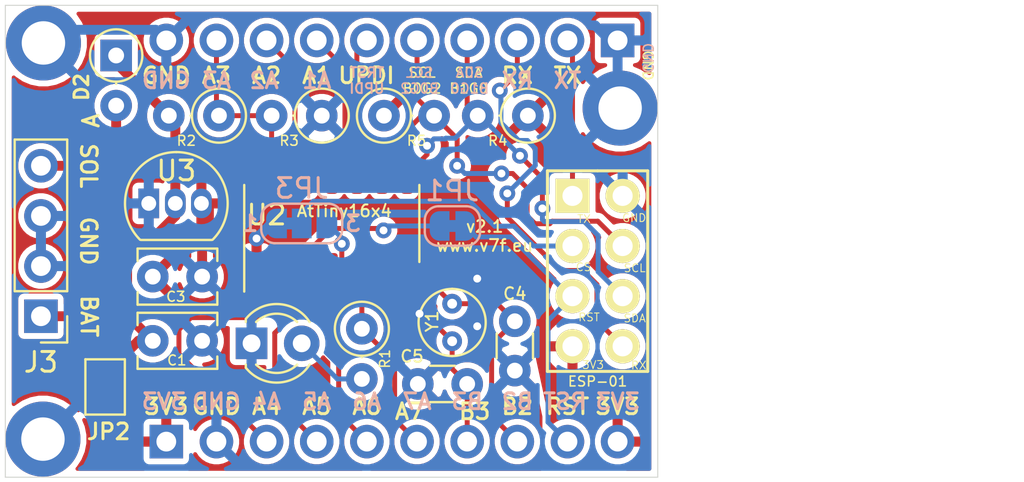
<source format=kicad_pcb>
(kicad_pcb (version 20171130) (host pcbnew 5.1.10-88a1d61d58~90~ubuntu20.04.1)

  (general
    (thickness 1.6)
    (drawings 58)
    (tracks 201)
    (zones 0)
    (modules 24)
    (nets 22)
  )

  (page A4)
  (title_block
    (title "ESP Attiny 1614")
    (date 2021-09-19)
    (rev 2.1)
    (company www.v7f.eu)
  )

  (layers
    (0 F.Cu signal)
    (31 B.Cu signal)
    (32 B.Adhes user)
    (33 F.Adhes user)
    (34 B.Paste user)
    (35 F.Paste user)
    (36 B.SilkS user)
    (37 F.SilkS user)
    (38 B.Mask user)
    (39 F.Mask user)
    (40 Dwgs.User user)
    (41 Cmts.User user)
    (42 Eco1.User user)
    (43 Eco2.User user)
    (44 Edge.Cuts user)
    (45 Margin user)
    (46 B.CrtYd user)
    (47 F.CrtYd user)
    (48 B.Fab user hide)
    (49 F.Fab user hide)
  )

  (setup
    (last_trace_width 0.25)
    (trace_clearance 0.25)
    (zone_clearance 0.3)
    (zone_45_only no)
    (trace_min 0.25)
    (via_size 0.8)
    (via_drill 0.4)
    (via_min_size 0.4)
    (via_min_drill 0.3)
    (uvia_size 0.3)
    (uvia_drill 0.1)
    (uvias_allowed no)
    (uvia_min_size 0.2)
    (uvia_min_drill 0.1)
    (edge_width 0.05)
    (segment_width 0.2)
    (pcb_text_width 0.3)
    (pcb_text_size 1.5 1.5)
    (mod_edge_width 0.12)
    (mod_text_size 1 1)
    (mod_text_width 0.15)
    (pad_size 1.6 1.6)
    (pad_drill 0.9)
    (pad_to_mask_clearance 0)
    (aux_axis_origin 0 0)
    (visible_elements 7FFFFFFF)
    (pcbplotparams
      (layerselection 0x010fc_ffffffff)
      (usegerberextensions false)
      (usegerberattributes true)
      (usegerberadvancedattributes true)
      (creategerberjobfile true)
      (excludeedgelayer true)
      (linewidth 0.100000)
      (plotframeref false)
      (viasonmask false)
      (mode 1)
      (useauxorigin false)
      (hpglpennumber 1)
      (hpglpenspeed 20)
      (hpglpendiameter 15.000000)
      (psnegative false)
      (psa4output false)
      (plotreference true)
      (plotvalue true)
      (plotinvisibletext false)
      (padsonsilk false)
      (subtractmaskfromsilk false)
      (outputformat 1)
      (mirror false)
      (drillshape 1)
      (scaleselection 1)
      (outputdirectory ""))
  )

  (net 0 "")
  (net 1 GND)
  (net 2 +3V3)
  (net 3 "Net-(D2-Pad2)")
  (net 4 "Net-(D1-Pad2)")
  (net 5 +BATT)
  (net 6 /TRST)
  (net 7 /B2)
  (net 8 /A7)
  (net 9 /RST)
  (net 10 /TX)
  (net 11 /RX)
  (net 12 /A5)
  (net 13 /A3)
  (net 14 /A2)
  (net 15 /A1)
  (net 16 "Net-(JP3-Pad2)")
  (net 17 /B3)
  (net 18 /A4)
  (net 19 /A6)
  (net 20 /SDA-B1)
  (net 21 /SCL-B0)

  (net_class Default "This is the default net class."
    (clearance 0.25)
    (trace_width 0.25)
    (via_dia 0.8)
    (via_drill 0.4)
    (uvia_dia 0.3)
    (uvia_drill 0.1)
    (diff_pair_width 0.25)
    (diff_pair_gap 0.25)
    (add_net /A1)
    (add_net /A2)
    (add_net /A3)
    (add_net /A4)
    (add_net /A5)
    (add_net /A6)
    (add_net /A7)
    (add_net /B2)
    (add_net /B3)
    (add_net /RST)
    (add_net /RX)
    (add_net /SCL-B0)
    (add_net /SDA-B1)
    (add_net /TRST)
    (add_net /TX)
    (add_net "Net-(D1-Pad2)")
    (add_net "Net-(JP3-Pad2)")
  )

  (net_class power ""
    (clearance 0.25)
    (trace_width 0.5)
    (via_dia 0.8)
    (via_drill 0.4)
    (uvia_dia 0.3)
    (uvia_drill 0.1)
    (diff_pair_width 0.25)
    (diff_pair_gap 0.25)
    (add_net +3V3)
    (add_net +BATT)
    (add_net GND)
    (add_net "Net-(D2-Pad2)")
  )

  (module ESP8266:ESP-01 (layer F.Cu) (tedit 6124BFF4) (tstamp 60CE12F9)
    (at 67.818 50.038)
    (descr "Module, ESP-8266, ESP-01, 8 pin")
    (tags "Module ESP-8266 ESP8266")
    (path /60CDAFCF)
    (fp_text reference U1 (at 0.254 -4.572) (layer F.SilkS) hide
      (effects (font (size 1 1) (thickness 0.15)))
    )
    (fp_text value ESP-01v090 (at 12.192 3.556) (layer F.Fab)
      (effects (font (size 1 1) (thickness 0.15)))
    )
    (fp_line (start 3.81 -1.27) (end 1.27 -1.27) (layer F.SilkS) (width 0.1524))
    (fp_line (start 3.81 8.89) (end 3.81 -1.27) (layer F.SilkS) (width 0.1524))
    (fp_line (start -1.27 8.89) (end 3.81 8.89) (layer F.SilkS) (width 0.1524))
    (fp_line (start -1.27 1.27) (end -1.27 8.89) (layer F.SilkS) (width 0.1524))
    (fp_line (start -1.75 9.4) (end 4.3 9.4) (layer F.CrtYd) (width 0.05))
    (fp_line (start -1.75 -1.75) (end 4.3 -1.75) (layer F.CrtYd) (width 0.05))
    (fp_line (start 4.3 -1.75) (end 4.3 9.4) (layer F.CrtYd) (width 0.05))
    (fp_line (start -1.75 -1.75) (end -1.75 9.4) (layer F.CrtYd) (width 0.05))
    (fp_line (start -1.27 -1.27) (end -1.27 1.27) (layer F.SilkS) (width 0.1524))
    (fp_line (start 1.27 -1.27) (end -1.27 -1.27) (layer F.SilkS) (width 0.1524))
    (fp_line (start -1.778 10.922) (end -1.778 -3.302) (layer F.Fab) (width 0.05))
    (fp_line (start 22.86 10.922) (end -1.778 10.922) (layer F.Fab) (width 0.05))
    (fp_line (start 22.86 -3.302) (end 22.86 10.922) (layer F.Fab) (width 0.05))
    (fp_line (start -1.778 -3.302) (end 22.86 -3.302) (layer F.Fab) (width 0.05))
    (pad 1 thru_hole rect (at 0 0) (size 1.7272 1.7272) (drill 1.016) (layers *.Cu *.Mask F.SilkS)
      (net 10 /TX))
    (pad 2 thru_hole oval (at 2.54 0) (size 1.7272 1.7272) (drill 1.016) (layers *.Cu *.Mask F.SilkS)
      (net 1 GND))
    (pad 3 thru_hole oval (at 0 2.54) (size 1.7272 1.7272) (drill 1.016) (layers *.Cu *.Mask F.SilkS)
      (net 16 "Net-(JP3-Pad2)"))
    (pad 4 thru_hole oval (at 2.54 2.54) (size 1.7272 1.7272) (drill 1.016) (layers *.Cu *.Mask F.SilkS)
      (net 21 /SCL-B0))
    (pad 5 thru_hole oval (at 0 5.08) (size 1.7272 1.7272) (drill 1.016) (layers *.Cu *.Mask F.SilkS)
      (net 9 /RST))
    (pad 6 thru_hole oval (at 2.54 5.08) (size 1.7272 1.7272) (drill 1.016) (layers *.Cu *.Mask F.SilkS)
      (net 20 /SDA-B1))
    (pad 7 thru_hole oval (at 0 7.62) (size 1.7272 1.7272) (drill 1.016) (layers *.Cu *.Mask F.SilkS)
      (net 2 +3V3))
    (pad 8 thru_hole oval (at 2.54 7.62) (size 1.7272 1.7272) (drill 1.016) (layers *.Cu *.Mask F.SilkS)
      (net 11 /RX))
  )

  (module Jumper:SolderJumper-2_P1.3mm_Open_Pad1.0x1.5mm (layer F.Cu) (tedit 5A3EABFC) (tstamp 60E6B8C5)
    (at 44.1452 59.7154 90)
    (descr "SMD Solder Jumper, 1x1.5mm Pads, 0.3mm gap, open")
    (tags "solder jumper open")
    (path /60E6A894)
    (attr virtual)
    (fp_text reference JP2 (at -2.2606 0.1778 180) (layer F.SilkS)
      (effects (font (size 0.8 0.8) (thickness 0.15)))
    )
    (fp_text value SolderJumper_2_Open (at 0 1.9 90) (layer F.Fab)
      (effects (font (size 1 1) (thickness 0.15)))
    )
    (fp_line (start -1.4 1) (end -1.4 -1) (layer F.SilkS) (width 0.12))
    (fp_line (start 1.4 1) (end -1.4 1) (layer F.SilkS) (width 0.12))
    (fp_line (start 1.4 -1) (end 1.4 1) (layer F.SilkS) (width 0.12))
    (fp_line (start -1.4 -1) (end 1.4 -1) (layer F.SilkS) (width 0.12))
    (fp_line (start -1.65 -1.25) (end 1.65 -1.25) (layer F.CrtYd) (width 0.05))
    (fp_line (start -1.65 -1.25) (end -1.65 1.25) (layer F.CrtYd) (width 0.05))
    (fp_line (start 1.65 1.25) (end 1.65 -1.25) (layer F.CrtYd) (width 0.05))
    (fp_line (start 1.65 1.25) (end -1.65 1.25) (layer F.CrtYd) (width 0.05))
    (pad 1 smd rect (at -0.65 0 90) (size 1 1.5) (layers F.Cu F.Mask)
      (net 2 +3V3))
    (pad 2 smd rect (at 0.65 0 90) (size 1 1.5) (layers F.Cu F.Mask)
      (net 5 +BATT))
  )

  (module Connector_PinHeader_2.54mm:PinHeader_1x10_P2.54mm_Vertical (layer B.Cu) (tedit 60E4405D) (tstamp 60EDCF8A)
    (at 47.244 62.484 270)
    (descr "Through hole straight pin header, 1x10, 2.54mm pitch, single row")
    (tags "Through hole pin header THT 1x10 2.54mm single row")
    (path /60CDCA2E)
    (fp_text reference J1 (at 0 2.33 90) (layer B.SilkS) hide
      (effects (font (size 1 1) (thickness 0.15)) (justify mirror))
    )
    (fp_text value Conn_01x10_Male (at 0 -25.19 90) (layer B.Fab)
      (effects (font (size 1 1) (thickness 0.15)) (justify mirror))
    )
    (fp_line (start -1.8 1.8) (end -1.8 -24.65) (layer B.CrtYd) (width 0.05))
    (fp_line (start -1.8 -24.65) (end 1.8 -24.65) (layer B.CrtYd) (width 0.05))
    (fp_line (start 1.8 -24.65) (end 1.8 1.8) (layer B.CrtYd) (width 0.05))
    (fp_line (start 1.8 1.8) (end -1.8 1.8) (layer B.CrtYd) (width 0.05))
    (fp_text user %R (at 0 -11.43 270) (layer B.Fab)
      (effects (font (size 1 1) (thickness 0.15)) (justify mirror))
    )
    (pad 10 thru_hole oval (at 0 -22.86 270) (size 1.7 1.7) (drill 1) (layers *.Cu *.Mask)
      (net 2 +3V3))
    (pad 9 thru_hole oval (at 0 -20.32 270) (size 1.7 1.7) (drill 1) (layers *.Cu *.Mask)
      (net 9 /RST))
    (pad 8 thru_hole oval (at 0 -17.78 270) (size 1.7 1.7) (drill 1) (layers *.Cu *.Mask)
      (net 7 /B2))
    (pad 7 thru_hole oval (at 0 -15.24 270) (size 1.7 1.7) (drill 1) (layers *.Cu *.Mask)
      (net 17 /B3))
    (pad 6 thru_hole oval (at 0 -12.7 270) (size 1.7 1.7) (drill 1) (layers *.Cu *.Mask)
      (net 8 /A7))
    (pad 5 thru_hole oval (at 0 -10.16 270) (size 1.7 1.7) (drill 1) (layers *.Cu *.Mask)
      (net 19 /A6))
    (pad 4 thru_hole oval (at 0 -7.62 270) (size 1.7 1.7) (drill 1) (layers *.Cu *.Mask)
      (net 12 /A5))
    (pad 3 thru_hole oval (at 0 -5.08 270) (size 1.7 1.7) (drill 1) (layers *.Cu *.Mask)
      (net 18 /A4))
    (pad 2 thru_hole oval (at 0 -2.54 270) (size 1.7 1.7) (drill 1) (layers *.Cu *.Mask)
      (net 1 GND))
    (pad 1 thru_hole rect (at 0 0 270) (size 1.7 1.7) (drill 1) (layers *.Cu *.Mask)
      (net 2 +3V3))
    (model ${KISYS3DMOD}/Connector_PinHeader_2.54mm.3dshapes/PinHeader_1x10_P2.54mm_Vertical.wrl
      (at (xyz 0 0 0))
      (scale (xyz 1 1 1))
      (rotate (xyz 0 0 0))
    )
  )

  (module Connector_PinHeader_2.54mm:PinHeader_1x10_P2.54mm_Vertical (layer B.Cu) (tedit 60E43FD2) (tstamp 60CE1970)
    (at 70.104 42.164 90)
    (descr "Through hole straight pin header, 1x10, 2.54mm pitch, single row")
    (tags "Through hole pin header THT 1x10 2.54mm single row")
    (path /60CECE1E)
    (fp_text reference J2 (at 0 0 90) (layer B.SilkS) hide
      (effects (font (size 1 1) (thickness 0.15)) (justify mirror))
    )
    (fp_text value Conn_01x10_Male (at 0 -25.19 270) (layer B.Fab)
      (effects (font (size 1 1) (thickness 0.15)) (justify mirror))
    )
    (fp_line (start -1.8 1.8) (end -1.8 -24.65) (layer B.CrtYd) (width 0.05))
    (fp_line (start -1.8 -24.65) (end 1.8 -24.65) (layer B.CrtYd) (width 0.05))
    (fp_line (start 1.8 -24.65) (end 1.8 1.8) (layer B.CrtYd) (width 0.05))
    (fp_line (start 1.8 1.8) (end -1.8 1.8) (layer B.CrtYd) (width 0.05))
    (fp_text user %R (at 0 -11.43 180) (layer B.Fab)
      (effects (font (size 1 1) (thickness 0.15)) (justify mirror))
    )
    (pad 1 thru_hole rect (at 0 0 90) (size 1.7 1.7) (drill 1) (layers *.Cu *.Mask)
      (net 1 GND))
    (pad 2 thru_hole oval (at 0 -2.54 90) (size 1.7 1.7) (drill 1) (layers *.Cu *.Mask)
      (net 10 /TX))
    (pad 3 thru_hole oval (at 0 -5.08 90) (size 1.7 1.7) (drill 1) (layers *.Cu *.Mask)
      (net 11 /RX))
    (pad 4 thru_hole oval (at 0 -7.62 90) (size 1.7 1.7) (drill 1) (layers *.Cu *.Mask)
      (net 20 /SDA-B1))
    (pad 5 thru_hole oval (at 0 -10.16 90) (size 1.7 1.7) (drill 1) (layers *.Cu *.Mask)
      (net 21 /SCL-B0))
    (pad 6 thru_hole oval (at 0 -12.7 90) (size 1.7 1.7) (drill 1) (layers *.Cu *.Mask)
      (net 6 /TRST))
    (pad 7 thru_hole oval (at 0 -15.24 90) (size 1.7 1.7) (drill 1) (layers *.Cu *.Mask)
      (net 15 /A1))
    (pad 8 thru_hole oval (at 0 -17.78 90) (size 1.7 1.7) (drill 1) (layers *.Cu *.Mask)
      (net 14 /A2))
    (pad 9 thru_hole oval (at 0 -20.32 90) (size 1.7 1.7) (drill 1) (layers *.Cu *.Mask)
      (net 13 /A3))
    (pad 10 thru_hole oval (at 0 -22.86 90) (size 1.7 1.7) (drill 1) (layers *.Cu *.Mask)
      (net 1 GND))
    (model ${KISYS3DMOD}/Connector_PinHeader_2.54mm.3dshapes/PinHeader_1x10_P2.54mm_Vertical.wrl
      (at (xyz 0 0 0))
      (scale (xyz 1 1 1))
      (rotate (xyz 0 0 0))
    )
  )

  (module Package_TO_SOT_THT:TO-92_Inline (layer F.Cu) (tedit 60D7192E) (tstamp 60D7202A)
    (at 46.482 50.419)
    (descr "TO-92 leads in-line, narrow, oval pads, drill 0.75mm (see NXP sot054_po.pdf)")
    (tags "to-92 sc-43 sc-43a sot54 PA33 transistor")
    (path /60CEDF15)
    (fp_text reference U3 (at 1.27 -1.651) (layer F.SilkS)
      (effects (font (size 1 1) (thickness 0.15)))
    )
    (fp_text value MCP1700-3302E_TO92 (at 1.27 2.79) (layer F.Fab)
      (effects (font (size 1 1) (thickness 0.15)))
    )
    (fp_line (start -0.53 1.85) (end 3.07 1.85) (layer F.SilkS) (width 0.12))
    (fp_line (start -0.5 1.75) (end 3 1.75) (layer F.Fab) (width 0.1))
    (fp_line (start -1.46 -2.73) (end 4 -2.73) (layer F.CrtYd) (width 0.05))
    (fp_line (start -1.46 -2.73) (end -1.46 2.01) (layer F.CrtYd) (width 0.05))
    (fp_line (start 4 2.01) (end 4 -2.73) (layer F.CrtYd) (width 0.05))
    (fp_line (start 4 2.01) (end -1.46 2.01) (layer F.CrtYd) (width 0.05))
    (fp_text user %R (at 1.27 0) (layer F.Fab)
      (effects (font (size 1 1) (thickness 0.15)))
    )
    (fp_arc (start 1.27 0) (end 1.27 -2.48) (angle 135) (layer F.Fab) (width 0.1))
    (fp_arc (start 1.27 0) (end 1.27 -2.6) (angle -135) (layer F.SilkS) (width 0.12))
    (fp_arc (start 1.27 0) (end 1.27 -2.48) (angle -135) (layer F.Fab) (width 0.1))
    (fp_arc (start 1.27 0) (end 1.27 -2.6) (angle 135) (layer F.SilkS) (width 0.12))
    (pad 2 thru_hole oval (at 1.2192 0) (size 1.05 1.5) (drill 0.75) (layers *.Cu *.Mask)
      (net 5 +BATT))
    (pad 3 thru_hole oval (at 2.54 0) (size 1.05 1.5) (drill 0.75) (layers *.Cu *.Mask)
      (net 2 +3V3))
    (pad 1 thru_hole rect (at -0.127 0) (size 1.05 1.5) (drill 0.75) (layers *.Cu *.Mask)
      (net 1 GND))
    (model ${KISYS3DMOD}/Package_TO_SOT_THT.3dshapes/TO-92_Inline.wrl
      (at (xyz 0 0 0))
      (scale (xyz 1 1 1))
      (rotate (xyz 0 0 0))
    )
  )

  (module MountingHole:MountingHole_2.2mm_M2_DIN965_Pad (layer F.Cu) (tedit 60D702E3) (tstamp 60D712EA)
    (at 41.021 42.291)
    (descr "Mounting Hole 2.2mm, M2, DIN965")
    (tags "mounting hole 2.2mm m2 din965")
    (attr virtual)
    (fp_text reference REF** (at 0 -2.9) (layer F.SilkS) hide
      (effects (font (size 1 1) (thickness 0.15)))
    )
    (fp_text value MountingHole_2.2mm_M2_DIN965_Pad (at 0 2.9) (layer F.Fab)
      (effects (font (size 1 1) (thickness 0.15)))
    )
    (fp_circle (center 0 0) (end 2.15 0) (layer F.CrtYd) (width 0.05))
    (fp_circle (center 0 0) (end 1.9 0) (layer Cmts.User) (width 0.15))
    (fp_text user %R (at 0.3 0) (layer F.Fab)
      (effects (font (size 1 1) (thickness 0.15)))
    )
    (pad 1 thru_hole circle (at 0 0) (size 3.8 3.8) (drill 2.2) (layers *.Cu *.Mask)
      (net 1 GND))
  )

  (module MountingHole:MountingHole_2.2mm_M2_DIN965_Pad (layer F.Cu) (tedit 60D702ED) (tstamp 60D712CD)
    (at 40.9956 62.357)
    (descr "Mounting Hole 2.2mm, M2, DIN965")
    (tags "mounting hole 2.2mm m2 din965")
    (attr virtual)
    (fp_text reference REF** (at 0 -2.9) (layer F.SilkS) hide
      (effects (font (size 1 1) (thickness 0.15)))
    )
    (fp_text value MountingHole_2.2mm_M2_DIN965_Pad (at 0 2.9) (layer F.Fab)
      (effects (font (size 1 1) (thickness 0.15)))
    )
    (fp_circle (center 0 0) (end 2.15 0) (layer F.CrtYd) (width 0.05))
    (fp_circle (center 0 0) (end 1.9 0) (layer Cmts.User) (width 0.15))
    (fp_text user %R (at 0.3 0) (layer F.Fab)
      (effects (font (size 1 1) (thickness 0.15)))
    )
    (pad 1 thru_hole circle (at 0 0) (size 3.8 3.8) (drill 2.2) (layers *.Cu *.Mask)
      (net 1 GND))
  )

  (module MountingHole:MountingHole_2.2mm_M2_DIN965_Pad (layer F.Cu) (tedit 60D702CA) (tstamp 60D71292)
    (at 70.231 45.593)
    (descr "Mounting Hole 2.2mm, M2, DIN965")
    (tags "mounting hole 2.2mm m2 din965")
    (attr virtual)
    (fp_text reference REF** (at 0 -2.9) (layer F.SilkS) hide
      (effects (font (size 1 1) (thickness 0.15)))
    )
    (fp_text value MountingHole_2.2mm_M2_DIN965_Pad (at 0 2.9) (layer F.Fab)
      (effects (font (size 1 1) (thickness 0.15)))
    )
    (fp_circle (center 0 0) (end 2.15 0) (layer F.CrtYd) (width 0.05))
    (fp_circle (center 0 0) (end 1.9 0) (layer Cmts.User) (width 0.15))
    (fp_text user %R (at 0.3 0) (layer F.Fab)
      (effects (font (size 1 1) (thickness 0.15)))
    )
    (pad 1 thru_hole circle (at 0 0) (size 3.8 3.8) (drill 2.2) (layers *.Cu *.Mask)
      (net 1 GND))
  )

  (module LED_THT:LED_D3.0mm (layer F.Cu) (tedit 6124B847) (tstamp 60E5F7E2)
    (at 51.562 57.5056)
    (descr "LED, diameter 3.0mm, 2 pins")
    (tags "LED diameter 3.0mm 2 pins")
    (path /60CEC3FD)
    (fp_text reference D1 (at 3.175 1.8034) (layer F.SilkS) hide
      (effects (font (size 0.5 0.5) (thickness 0.08)))
    )
    (fp_text value LED (at 1.27 2.96) (layer F.Fab)
      (effects (font (size 1 1) (thickness 0.15)))
    )
    (fp_line (start 3.7 -2.25) (end -1.15 -2.25) (layer F.CrtYd) (width 0.05))
    (fp_line (start 3.7 2.25) (end 3.7 -2.25) (layer F.CrtYd) (width 0.05))
    (fp_line (start -1.15 2.25) (end 3.7 2.25) (layer F.CrtYd) (width 0.05))
    (fp_line (start -1.15 -2.25) (end -1.15 2.25) (layer F.CrtYd) (width 0.05))
    (fp_line (start -0.29 1.08) (end -0.29 1.236) (layer F.SilkS) (width 0.12))
    (fp_line (start -0.29 -1.236) (end -0.29 -1.08) (layer F.SilkS) (width 0.12))
    (fp_line (start -0.23 -1.16619) (end -0.23 1.16619) (layer F.Fab) (width 0.1))
    (fp_circle (center 1.27 0) (end 2.77 0) (layer F.Fab) (width 0.1))
    (fp_arc (start 1.27 0) (end -0.23 -1.16619) (angle 284.3) (layer F.Fab) (width 0.1))
    (fp_arc (start 1.27 0) (end -0.29 -1.235516) (angle 108.8) (layer F.SilkS) (width 0.12))
    (fp_arc (start 1.27 0) (end -0.29 1.235516) (angle -108.8) (layer F.SilkS) (width 0.12))
    (fp_arc (start 1.27 0) (end 0.229039 -1.08) (angle 87.9) (layer F.SilkS) (width 0.12))
    (fp_arc (start 1.27 0) (end 0.229039 1.08) (angle -87.9) (layer F.SilkS) (width 0.12))
    (pad 1 thru_hole rect (at 0 0) (size 1.6 1.6) (drill 0.9) (layers *.Cu *.Mask)
      (net 1 GND))
    (pad 2 thru_hole circle (at 2.54 0) (size 1.8 1.8) (drill 0.9) (layers *.Cu *.Mask)
      (net 4 "Net-(D1-Pad2)"))
    (model ${KISYS3DMOD}/LED_THT.3dshapes/LED_D3.0mm.wrl
      (at (xyz 0 0 0))
      (scale (xyz 1 1 1))
      (rotate (xyz 0 0 0))
    )
  )

  (module Diode_THT:D_DO-35_SOD27_P2.54mm_Vertical_AnodeUp (layer F.Cu) (tedit 5AE50CD5) (tstamp 60CE1C7D)
    (at 44.704 42.926 270)
    (descr "Diode, DO-35_SOD27 series, Axial, Vertical, pin pitch=2.54mm, , length*diameter=4*2mm^2, , http://www.diodes.com/_files/packages/DO-35.pdf")
    (tags "Diode DO-35_SOD27 series Axial Vertical pin pitch 2.54mm  length 4mm diameter 2mm")
    (path /60CE9D54)
    (fp_text reference D2 (at 1.6002 1.7526 90) (layer F.SilkS)
      (effects (font (size 0.7 0.7) (thickness 0.15)))
    )
    (fp_text value BAT85 (at 1.27 3.215371 90) (layer F.Fab)
      (effects (font (size 1 1) (thickness 0.15)))
    )
    (fp_line (start 3.59 -1.25) (end -1.25 -1.25) (layer F.CrtYd) (width 0.05))
    (fp_line (start 3.59 1.25) (end 3.59 -1.25) (layer F.CrtYd) (width 0.05))
    (fp_line (start -1.25 1.25) (end 3.59 1.25) (layer F.CrtYd) (width 0.05))
    (fp_line (start -1.25 -1.25) (end -1.25 1.25) (layer F.CrtYd) (width 0.05))
    (fp_line (start 1.326371 0) (end 1.44 0) (layer F.SilkS) (width 0.12))
    (fp_line (start 0 0) (end 2.54 0) (layer F.Fab) (width 0.1))
    (fp_circle (center 0 0) (end 1.326371 0) (layer F.SilkS) (width 0.12))
    (fp_circle (center 0 0) (end 1 0) (layer F.Fab) (width 0.1))
    (fp_text user %R (at 1.27 -2.326371 90) (layer F.Fab)
      (effects (font (size 1 1) (thickness 0.15)))
    )
    (fp_text user A (at 4.34 0 90) (layer F.Fab)
      (effects (font (size 1 1) (thickness 0.15)))
    )
    (fp_text user A (at 3.302 1.27 90) (layer F.SilkS)
      (effects (font (size 0.8 0.8) (thickness 0.15)))
    )
    (pad 1 thru_hole rect (at 0 0 270) (size 1.6 1.6) (drill 0.8) (layers *.Cu *.Mask)
      (net 5 +BATT))
    (pad 2 thru_hole oval (at 2.54 0 270) (size 1.6 1.6) (drill 0.8) (layers *.Cu *.Mask)
      (net 3 "Net-(D2-Pad2)"))
    (model ${KISYS3DMOD}/Diode_THT.3dshapes/D_DO-35_SOD27_P2.54mm_Vertical_AnodeUp.wrl
      (at (xyz 0 0 0))
      (scale (xyz 1 1 1))
      (rotate (xyz 0 0 0))
    )
  )

  (module Resistor_THT:R_Axial_DIN0207_L6.3mm_D2.5mm_P2.54mm_Vertical (layer F.Cu) (tedit 5AE5139B) (tstamp 60EE88F5)
    (at 57.15 56.769 270)
    (descr "Resistor, Axial_DIN0207 series, Axial, Vertical, pin pitch=2.54mm, 0.25W = 1/4W, length*diameter=6.3*2.5mm^2, http://cdn-reichelt.de/documents/datenblatt/B400/1_4W%23YAG.pdf")
    (tags "Resistor Axial_DIN0207 series Axial Vertical pin pitch 2.54mm 0.25W = 1/4W length 6.3mm diameter 2.5mm")
    (path /60CEC878)
    (fp_text reference R1 (at 1.524 -1.1684 90) (layer F.SilkS)
      (effects (font (size 0.5 0.5) (thickness 0.08)))
    )
    (fp_text value 220 (at 1.27 2.37 90) (layer F.Fab)
      (effects (font (size 1 1) (thickness 0.15)))
    )
    (fp_line (start 3.59 -1.5) (end -1.5 -1.5) (layer F.CrtYd) (width 0.05))
    (fp_line (start 3.59 1.5) (end 3.59 -1.5) (layer F.CrtYd) (width 0.05))
    (fp_line (start -1.5 1.5) (end 3.59 1.5) (layer F.CrtYd) (width 0.05))
    (fp_line (start -1.5 -1.5) (end -1.5 1.5) (layer F.CrtYd) (width 0.05))
    (fp_line (start 1.37 0) (end 1.44 0) (layer F.SilkS) (width 0.12))
    (fp_line (start 0 0) (end 2.54 0) (layer F.Fab) (width 0.1))
    (fp_circle (center 0 0) (end 1.37 0) (layer F.SilkS) (width 0.12))
    (fp_circle (center 0 0) (end 1.25 0) (layer F.Fab) (width 0.1))
    (fp_text user %R (at 1.27 -2.37 90) (layer F.Fab)
      (effects (font (size 1 1) (thickness 0.15)))
    )
    (pad 1 thru_hole circle (at 0 0 270) (size 1.6 1.6) (drill 0.8) (layers *.Cu *.Mask)
      (net 8 /A7))
    (pad 2 thru_hole oval (at 2.54 0 270) (size 1.6 1.6) (drill 0.8) (layers *.Cu *.Mask)
      (net 4 "Net-(D1-Pad2)"))
    (model ${KISYS3DMOD}/Resistor_THT.3dshapes/R_Axial_DIN0207_L6.3mm_D2.5mm_P2.54mm_Vertical.wrl
      (at (xyz 0 0 0))
      (scale (xyz 1 1 1))
      (rotate (xyz 0 0 0))
    )
  )

  (module Capacitor_THT:C_Disc_D3.8mm_W2.6mm_P2.50mm (layer F.Cu) (tedit 5AE50EF0) (tstamp 60E5F87D)
    (at 46.5582 57.3786)
    (descr "C, Disc series, Radial, pin pitch=2.50mm, , diameter*width=3.8*2.6mm^2, Capacitor, http://www.vishay.com/docs/45233/krseries.pdf")
    (tags "C Disc series Radial pin pitch 2.50mm  diameter 3.8mm width 2.6mm Capacitor")
    (path /60CEE919)
    (fp_text reference C1 (at 1.2192 0.9906) (layer F.SilkS)
      (effects (font (size 0.5 0.5) (thickness 0.08)))
    )
    (fp_text value 1u (at 1.25 2.55) (layer F.Fab)
      (effects (font (size 1 1) (thickness 0.15)))
    )
    (fp_line (start 3.55 -1.55) (end -1.05 -1.55) (layer F.CrtYd) (width 0.05))
    (fp_line (start 3.55 1.55) (end 3.55 -1.55) (layer F.CrtYd) (width 0.05))
    (fp_line (start -1.05 1.55) (end 3.55 1.55) (layer F.CrtYd) (width 0.05))
    (fp_line (start -1.05 -1.55) (end -1.05 1.55) (layer F.CrtYd) (width 0.05))
    (fp_line (start 3.27 0.795) (end 3.27 1.42) (layer F.SilkS) (width 0.12))
    (fp_line (start 3.27 -1.42) (end 3.27 -0.795) (layer F.SilkS) (width 0.12))
    (fp_line (start -0.77 0.795) (end -0.77 1.42) (layer F.SilkS) (width 0.12))
    (fp_line (start -0.77 -1.42) (end -0.77 -0.795) (layer F.SilkS) (width 0.12))
    (fp_line (start -0.77 1.42) (end 3.27 1.42) (layer F.SilkS) (width 0.12))
    (fp_line (start -0.77 -1.42) (end 3.27 -1.42) (layer F.SilkS) (width 0.12))
    (fp_line (start 3.15 -1.3) (end -0.65 -1.3) (layer F.Fab) (width 0.1))
    (fp_line (start 3.15 1.3) (end 3.15 -1.3) (layer F.Fab) (width 0.1))
    (fp_line (start -0.65 1.3) (end 3.15 1.3) (layer F.Fab) (width 0.1))
    (fp_line (start -0.65 -1.3) (end -0.65 1.3) (layer F.Fab) (width 0.1))
    (fp_text user %R (at 1.25 0) (layer F.Fab)
      (effects (font (size 0.76 0.76) (thickness 0.114)))
    )
    (pad 2 thru_hole circle (at 2.5 0) (size 1.6 1.6) (drill 0.8) (layers *.Cu *.Mask)
      (net 1 GND))
    (pad 1 thru_hole circle (at 0 0) (size 1.6 1.6) (drill 0.8) (layers *.Cu *.Mask)
      (net 5 +BATT))
    (model ${KISYS3DMOD}/Capacitor_THT.3dshapes/C_Disc_D3.8mm_W2.6mm_P2.50mm.wrl
      (at (xyz 0 0 0))
      (scale (xyz 1 1 1))
      (rotate (xyz 0 0 0))
    )
  )

  (module Capacitor_THT:C_Disc_D3.8mm_W2.6mm_P2.50mm (layer F.Cu) (tedit 5AE50EF0) (tstamp 60EDE6C2)
    (at 46.5582 54.1274)
    (descr "C, Disc series, Radial, pin pitch=2.50mm, , diameter*width=3.8*2.6mm^2, Capacitor, http://www.vishay.com/docs/45233/krseries.pdf")
    (tags "C Disc series Radial pin pitch 2.50mm  diameter 3.8mm width 2.6mm Capacitor")
    (path /60CEAC44)
    (fp_text reference C3 (at 1.1684 1.016) (layer F.SilkS)
      (effects (font (size 0.5 0.5) (thickness 0.08)))
    )
    (fp_text value 100n (at 1.25 2.55) (layer F.Fab)
      (effects (font (size 1 1) (thickness 0.15)))
    )
    (fp_line (start -0.65 -1.3) (end -0.65 1.3) (layer F.Fab) (width 0.1))
    (fp_line (start -0.65 1.3) (end 3.15 1.3) (layer F.Fab) (width 0.1))
    (fp_line (start 3.15 1.3) (end 3.15 -1.3) (layer F.Fab) (width 0.1))
    (fp_line (start 3.15 -1.3) (end -0.65 -1.3) (layer F.Fab) (width 0.1))
    (fp_line (start -0.77 -1.42) (end 3.27 -1.42) (layer F.SilkS) (width 0.12))
    (fp_line (start -0.77 1.42) (end 3.27 1.42) (layer F.SilkS) (width 0.12))
    (fp_line (start -0.77 -1.42) (end -0.77 -0.795) (layer F.SilkS) (width 0.12))
    (fp_line (start -0.77 0.795) (end -0.77 1.42) (layer F.SilkS) (width 0.12))
    (fp_line (start 3.27 -1.42) (end 3.27 -0.795) (layer F.SilkS) (width 0.12))
    (fp_line (start 3.27 0.795) (end 3.27 1.42) (layer F.SilkS) (width 0.12))
    (fp_line (start -1.05 -1.55) (end -1.05 1.55) (layer F.CrtYd) (width 0.05))
    (fp_line (start -1.05 1.55) (end 3.55 1.55) (layer F.CrtYd) (width 0.05))
    (fp_line (start 3.55 1.55) (end 3.55 -1.55) (layer F.CrtYd) (width 0.05))
    (fp_line (start 3.55 -1.55) (end -1.05 -1.55) (layer F.CrtYd) (width 0.05))
    (fp_text user %R (at 3.429 1.143) (layer F.Fab)
      (effects (font (size 0.76 0.76) (thickness 0.114)))
    )
    (pad 1 thru_hole circle (at 0 0) (size 1.6 1.6) (drill 0.8) (layers *.Cu *.Mask)
      (net 2 +3V3))
    (pad 2 thru_hole circle (at 2.5 0) (size 1.6 1.6) (drill 0.8) (layers *.Cu *.Mask)
      (net 1 GND))
    (model ${KISYS3DMOD}/Capacitor_THT.3dshapes/C_Disc_D3.8mm_W2.6mm_P2.50mm.wrl
      (at (xyz 0 0 0))
      (scale (xyz 1 1 1))
      (rotate (xyz 0 0 0))
    )
  )

  (module Resistor_THT:R_Axial_DIN0207_L6.3mm_D2.5mm_P2.54mm_Vertical (layer F.Cu) (tedit 5AE5139B) (tstamp 60D8200F)
    (at 49.911 45.974 180)
    (descr "Resistor, Axial_DIN0207 series, Axial, Vertical, pin pitch=2.54mm, 0.25W = 1/4W, length*diameter=6.3*2.5mm^2, http://cdn-reichelt.de/documents/datenblatt/B400/1_4W%23YAG.pdf")
    (tags "Resistor Axial_DIN0207 series Axial Vertical pin pitch 2.54mm 0.25W = 1/4W length 6.3mm diameter 2.5mm")
    (path /60ECB325)
    (fp_text reference R2 (at 1.651 -1.27) (layer F.SilkS)
      (effects (font (size 0.5 0.5) (thickness 0.08)))
    )
    (fp_text value 1M (at 1.27 2.37) (layer F.Fab)
      (effects (font (size 1 1) (thickness 0.15)))
    )
    (fp_circle (center 0 0) (end 1.25 0) (layer F.Fab) (width 0.1))
    (fp_circle (center 0 0) (end 1.37 0) (layer F.SilkS) (width 0.12))
    (fp_line (start 0 0) (end 2.54 0) (layer F.Fab) (width 0.1))
    (fp_line (start 1.37 0) (end 1.44 0) (layer F.SilkS) (width 0.12))
    (fp_line (start -1.5 -1.5) (end -1.5 1.5) (layer F.CrtYd) (width 0.05))
    (fp_line (start -1.5 1.5) (end 3.59 1.5) (layer F.CrtYd) (width 0.05))
    (fp_line (start 3.59 1.5) (end 3.59 -1.5) (layer F.CrtYd) (width 0.05))
    (fp_line (start 3.59 -1.5) (end -1.5 -1.5) (layer F.CrtYd) (width 0.05))
    (fp_text user %R (at 1.27 -2.37) (layer F.Fab)
      (effects (font (size 1 1) (thickness 0.15)))
    )
    (pad 1 thru_hole circle (at 0 0 180) (size 1.6 1.6) (drill 0.8) (layers *.Cu *.Mask)
      (net 13 /A3))
    (pad 2 thru_hole oval (at 2.54 0 180) (size 1.6 1.6) (drill 0.8) (layers *.Cu *.Mask)
      (net 5 +BATT))
    (model ${KISYS3DMOD}/Resistor_THT.3dshapes/R_Axial_DIN0207_L6.3mm_D2.5mm_P2.54mm_Vertical.wrl
      (at (xyz 0 0 0))
      (scale (xyz 1 1 1))
      (rotate (xyz 0 0 0))
    )
  )

  (module Resistor_THT:R_Axial_DIN0207_L6.3mm_D2.5mm_P2.54mm_Vertical (layer F.Cu) (tedit 5AE5139B) (tstamp 60D8201E)
    (at 55.118 45.974 180)
    (descr "Resistor, Axial_DIN0207 series, Axial, Vertical, pin pitch=2.54mm, 0.25W = 1/4W, length*diameter=6.3*2.5mm^2, http://cdn-reichelt.de/documents/datenblatt/B400/1_4W%23YAG.pdf")
    (tags "Resistor Axial_DIN0207 series Axial Vertical pin pitch 2.54mm 0.25W = 1/4W length 6.3mm diameter 2.5mm")
    (path /60ECBBB2)
    (fp_text reference R3 (at 1.651 -1.27) (layer F.SilkS)
      (effects (font (size 0.5 0.5) (thickness 0.08)))
    )
    (fp_text value 1M (at 1.27 2.37) (layer F.Fab)
      (effects (font (size 1 1) (thickness 0.15)))
    )
    (fp_line (start 3.59 -1.5) (end -1.5 -1.5) (layer F.CrtYd) (width 0.05))
    (fp_line (start 3.59 1.5) (end 3.59 -1.5) (layer F.CrtYd) (width 0.05))
    (fp_line (start -1.5 1.5) (end 3.59 1.5) (layer F.CrtYd) (width 0.05))
    (fp_line (start -1.5 -1.5) (end -1.5 1.5) (layer F.CrtYd) (width 0.05))
    (fp_line (start 1.37 0) (end 1.44 0) (layer F.SilkS) (width 0.12))
    (fp_line (start 0 0) (end 2.54 0) (layer F.Fab) (width 0.1))
    (fp_circle (center 0 0) (end 1.37 0) (layer F.SilkS) (width 0.12))
    (fp_circle (center 0 0) (end 1.25 0) (layer F.Fab) (width 0.1))
    (fp_text user %R (at 1.27 -2.37) (layer F.Fab)
      (effects (font (size 1 1) (thickness 0.15)))
    )
    (pad 2 thru_hole oval (at 2.54 0 180) (size 1.6 1.6) (drill 0.8) (layers *.Cu *.Mask)
      (net 13 /A3))
    (pad 1 thru_hole circle (at 0 0 180) (size 1.6 1.6) (drill 0.8) (layers *.Cu *.Mask)
      (net 1 GND))
    (model ${KISYS3DMOD}/Resistor_THT.3dshapes/R_Axial_DIN0207_L6.3mm_D2.5mm_P2.54mm_Vertical.wrl
      (at (xyz 0 0 0))
      (scale (xyz 1 1 1))
      (rotate (xyz 0 0 0))
    )
  )

  (module Resistor_THT:R_Axial_DIN0207_L6.3mm_D2.5mm_P2.54mm_Vertical (layer F.Cu) (tedit 5AE5139B) (tstamp 60EE897E)
    (at 65.5574 45.974 180)
    (descr "Resistor, Axial_DIN0207 series, Axial, Vertical, pin pitch=2.54mm, 0.25W = 1/4W, length*diameter=6.3*2.5mm^2, http://cdn-reichelt.de/documents/datenblatt/B400/1_4W%23YAG.pdf")
    (tags "Resistor Axial_DIN0207 series Axial Vertical pin pitch 2.54mm 0.25W = 1/4W length 6.3mm diameter 2.5mm")
    (path /60DC2CEA)
    (fp_text reference R4 (at 1.524 -1.27) (layer F.SilkS)
      (effects (font (size 0.5 0.5) (thickness 0.08)))
    )
    (fp_text value 4k7 (at 1.27 2.37) (layer F.Fab)
      (effects (font (size 1 1) (thickness 0.15)))
    )
    (fp_circle (center 0 0) (end 1.25 0) (layer F.Fab) (width 0.1))
    (fp_circle (center 0 0) (end 1.37 0) (layer F.SilkS) (width 0.12))
    (fp_line (start 0 0) (end 2.54 0) (layer F.Fab) (width 0.1))
    (fp_line (start 1.37 0) (end 1.44 0) (layer F.SilkS) (width 0.12))
    (fp_line (start -1.5 -1.5) (end -1.5 1.5) (layer F.CrtYd) (width 0.05))
    (fp_line (start -1.5 1.5) (end 3.59 1.5) (layer F.CrtYd) (width 0.05))
    (fp_line (start 3.59 1.5) (end 3.59 -1.5) (layer F.CrtYd) (width 0.05))
    (fp_line (start 3.59 -1.5) (end -1.5 -1.5) (layer F.CrtYd) (width 0.05))
    (fp_text user %R (at 1.27 -2.37) (layer F.Fab)
      (effects (font (size 1 1) (thickness 0.15)))
    )
    (pad 1 thru_hole circle (at 0 0 180) (size 1.6 1.6) (drill 0.8) (layers *.Cu *.Mask)
      (net 2 +3V3))
    (pad 2 thru_hole oval (at 2.54 0 180) (size 1.6 1.6) (drill 0.8) (layers *.Cu *.Mask)
      (net 20 /SDA-B1))
    (model ${KISYS3DMOD}/Resistor_THT.3dshapes/R_Axial_DIN0207_L6.3mm_D2.5mm_P2.54mm_Vertical.wrl
      (at (xyz 0 0 0))
      (scale (xyz 1 1 1))
      (rotate (xyz 0 0 0))
    )
  )

  (module Resistor_THT:R_Axial_DIN0207_L6.3mm_D2.5mm_P2.54mm_Vertical (layer F.Cu) (tedit 5AE5139B) (tstamp 60DC1426)
    (at 58.2676 45.974)
    (descr "Resistor, Axial_DIN0207 series, Axial, Vertical, pin pitch=2.54mm, 0.25W = 1/4W, length*diameter=6.3*2.5mm^2, http://cdn-reichelt.de/documents/datenblatt/B400/1_4W%23YAG.pdf")
    (tags "Resistor Axial_DIN0207 series Axial Vertical pin pitch 2.54mm 0.25W = 1/4W length 6.3mm diameter 2.5mm")
    (path /60DC4A30)
    (fp_text reference R5 (at 1.651 1.27) (layer F.SilkS)
      (effects (font (size 0.5 0.5) (thickness 0.08)))
    )
    (fp_text value 4k7 (at 1.27 2.37) (layer F.Fab)
      (effects (font (size 1 1) (thickness 0.15)))
    )
    (fp_line (start 3.59 -1.5) (end -1.5 -1.5) (layer F.CrtYd) (width 0.05))
    (fp_line (start 3.59 1.5) (end 3.59 -1.5) (layer F.CrtYd) (width 0.05))
    (fp_line (start -1.5 1.5) (end 3.59 1.5) (layer F.CrtYd) (width 0.05))
    (fp_line (start -1.5 -1.5) (end -1.5 1.5) (layer F.CrtYd) (width 0.05))
    (fp_line (start 1.37 0) (end 1.44 0) (layer F.SilkS) (width 0.12))
    (fp_line (start 0 0) (end 2.54 0) (layer F.Fab) (width 0.1))
    (fp_circle (center 0 0) (end 1.37 0) (layer F.SilkS) (width 0.12))
    (fp_circle (center 0 0) (end 1.25 0) (layer F.Fab) (width 0.1))
    (fp_text user %R (at 1.27 -2.37) (layer F.Fab)
      (effects (font (size 1 1) (thickness 0.15)))
    )
    (pad 2 thru_hole oval (at 2.54 0) (size 1.6 1.6) (drill 0.8) (layers *.Cu *.Mask)
      (net 21 /SCL-B0))
    (pad 1 thru_hole circle (at 0 0) (size 1.6 1.6) (drill 0.8) (layers *.Cu *.Mask)
      (net 2 +3V3))
    (model ${KISYS3DMOD}/Resistor_THT.3dshapes/R_Axial_DIN0207_L6.3mm_D2.5mm_P2.54mm_Vertical.wrl
      (at (xyz 0 0 0))
      (scale (xyz 1 1 1))
      (rotate (xyz 0 0 0))
    )
  )

  (module Jumper:SolderJumper-2_P1.3mm_Bridged_RoundedPad1.0x1.5mm (layer B.Cu) (tedit 5C745284) (tstamp 60DD6465)
    (at 61.737 51.562)
    (descr "SMD Solder Jumper, 1x1.5mm, rounded Pads, 0.3mm gap, bridged with 1 copper strip")
    (tags "solder jumper open")
    (path /60DEB11A)
    (attr virtual)
    (fp_text reference JP1 (at -0.015 -1.778) (layer B.SilkS)
      (effects (font (size 1 1) (thickness 0.15)) (justify mirror))
    )
    (fp_text value SolderJumper_2 (at 0 -1.9) (layer B.Fab)
      (effects (font (size 1 1) (thickness 0.15)) (justify mirror))
    )
    (fp_poly (pts (xy 0.25 0.3) (xy -0.25 0.3) (xy -0.25 -0.3) (xy 0.25 -0.3)) (layer B.Cu) (width 0))
    (fp_line (start 1.65 -1.25) (end -1.65 -1.25) (layer B.CrtYd) (width 0.05))
    (fp_line (start 1.65 -1.25) (end 1.65 1.25) (layer B.CrtYd) (width 0.05))
    (fp_line (start -1.65 1.25) (end -1.65 -1.25) (layer B.CrtYd) (width 0.05))
    (fp_line (start -1.65 1.25) (end 1.65 1.25) (layer B.CrtYd) (width 0.05))
    (fp_line (start -0.7 1) (end 0.7 1) (layer B.SilkS) (width 0.12))
    (fp_line (start 1.4 0.3) (end 1.4 -0.3) (layer B.SilkS) (width 0.12))
    (fp_line (start 0.7 -1) (end -0.7 -1) (layer B.SilkS) (width 0.12))
    (fp_line (start -1.4 -0.3) (end -1.4 0.3) (layer B.SilkS) (width 0.12))
    (fp_arc (start 0.7 0.3) (end 1.4 0.3) (angle 90) (layer B.SilkS) (width 0.12))
    (fp_arc (start 0.7 -0.3) (end 0.7 -1) (angle 90) (layer B.SilkS) (width 0.12))
    (fp_arc (start -0.7 -0.3) (end -1.4 -0.3) (angle 90) (layer B.SilkS) (width 0.12))
    (fp_arc (start -0.7 0.3) (end -0.7 1) (angle 90) (layer B.SilkS) (width 0.12))
    (pad 2 smd custom (at 0.65 0) (size 1 0.5) (layers B.Cu B.Mask)
      (net 9 /RST) (zone_connect 2)
      (options (clearance outline) (anchor rect))
      (primitives
        (gr_circle (center 0 -0.25) (end 0.5 -0.25) (width 0))
        (gr_circle (center 0 0.25) (end 0.5 0.25) (width 0))
        (gr_poly (pts
           (xy 0 0.75) (xy -0.5 0.75) (xy -0.5 -0.75) (xy 0 -0.75)) (width 0))
      ))
    (pad 1 smd custom (at -0.65 0) (size 1 0.5) (layers B.Cu B.Mask)
      (net 12 /A5) (zone_connect 2)
      (options (clearance outline) (anchor rect))
      (primitives
        (gr_circle (center 0 -0.25) (end 0.5 -0.25) (width 0))
        (gr_circle (center 0 0.25) (end 0.5 0.25) (width 0))
        (gr_poly (pts
           (xy 0 0.75) (xy 0.5 0.75) (xy 0.5 -0.75) (xy 0 -0.75)) (width 0))
      ))
  )

  (module Jumper:SolderJumper-3_P1.3mm_Bridged12_RoundedPad1.0x1.5mm_NumberLabels (layer B.Cu) (tedit 5C745336) (tstamp 60F588F7)
    (at 54.102 51.435)
    (descr "SMD Solder 3-pad Jumper, 1x1.5mm rounded Pads, 0.3mm gap, pads 1-2 bridged with 1 copper strip, labeled with numbers")
    (tags "solder jumper open")
    (path /60EC5FD3)
    (attr virtual)
    (fp_text reference JP3 (at 0 -1.778) (layer B.SilkS)
      (effects (font (size 1 1) (thickness 0.15)) (justify mirror))
    )
    (fp_text value SolderJumper_3_Bridged12 (at 0 -1.9) (layer B.Fab)
      (effects (font (size 1 1) (thickness 0.15)) (justify mirror))
    )
    (fp_poly (pts (xy -0.9 0.3) (xy -0.4 0.3) (xy -0.4 -0.3) (xy -0.9 -0.3)) (layer B.Cu) (width 0))
    (fp_line (start 2.3 -1.25) (end -2.3 -1.25) (layer B.CrtYd) (width 0.05))
    (fp_line (start 2.3 -1.25) (end 2.3 1.25) (layer B.CrtYd) (width 0.05))
    (fp_line (start -2.3 1.25) (end -2.3 -1.25) (layer B.CrtYd) (width 0.05))
    (fp_line (start -2.3 1.25) (end 2.3 1.25) (layer B.CrtYd) (width 0.05))
    (fp_line (start -1.4 1) (end 1.4 1) (layer B.SilkS) (width 0.12))
    (fp_line (start 2.05 0.3) (end 2.05 -0.3) (layer B.SilkS) (width 0.12))
    (fp_line (start 1.4 -1) (end -1.4 -1) (layer B.SilkS) (width 0.12))
    (fp_line (start -2.05 -0.3) (end -2.05 0.3) (layer B.SilkS) (width 0.12))
    (fp_text user 3 (at 2.6 0) (layer B.SilkS)
      (effects (font (size 0.8 0.8) (thickness 0.15)) (justify mirror))
    )
    (fp_text user 1 (at -2.6 0) (layer B.SilkS)
      (effects (font (size 0.8 0.8) (thickness 0.15)) (justify mirror))
    )
    (fp_arc (start 1.35 0.3) (end 2.05 0.3) (angle 90) (layer B.SilkS) (width 0.12))
    (fp_arc (start 1.35 -0.3) (end 1.35 -1) (angle 90) (layer B.SilkS) (width 0.12))
    (fp_arc (start -1.35 -0.3) (end -2.05 -0.3) (angle 90) (layer B.SilkS) (width 0.12))
    (fp_arc (start -1.35 0.3) (end -1.35 1) (angle 90) (layer B.SilkS) (width 0.12))
    (pad 3 smd custom (at 1.3 0) (size 1 0.5) (layers B.Cu B.Mask)
      (net 19 /A6) (zone_connect 2)
      (options (clearance outline) (anchor rect))
      (primitives
        (gr_circle (center 0 -0.25) (end 0.5 -0.25) (width 0))
        (gr_circle (center 0 0.25) (end 0.5 0.25) (width 0))
        (gr_poly (pts
           (xy -0.55 0.75) (xy 0 0.75) (xy 0 -0.75) (xy -0.55 -0.75)) (width 0))
      ))
    (pad 2 smd rect (at 0 0) (size 1 1.5) (layers B.Cu B.Mask)
      (net 16 "Net-(JP3-Pad2)"))
    (pad 1 smd custom (at -1.3 0) (size 1 0.5) (layers B.Cu B.Mask)
      (net 2 +3V3) (zone_connect 2)
      (options (clearance outline) (anchor rect))
      (primitives
        (gr_poly (pts
           (xy 0.55 0.75) (xy 0 0.75) (xy 0 -0.75) (xy 0.55 -0.75)) (width 0))
        (gr_circle (center 0 -0.25) (end 0.5 -0.25) (width 0))
        (gr_circle (center 0 0.25) (end 0.5 0.25) (width 0))
      ))
  )

  (module Package_SO:SOIC-14_3.9x8.7mm_P1.27mm (layer F.Cu) (tedit 5D9F72B1) (tstamp 60ED8563)
    (at 55.626 51.435 90)
    (descr "SOIC, 14 Pin (JEDEC MS-012AB, https://www.analog.com/media/en/package-pcb-resources/package/pkg_pdf/soic_narrow-r/r_14.pdf), generated with kicad-footprint-generator ipc_gullwing_generator.py")
    (tags "SOIC SO")
    (path /60ED8371)
    (attr smd)
    (fp_text reference U2 (at 0.4318 -3.302 180) (layer F.SilkS)
      (effects (font (size 1 1) (thickness 0.15)))
    )
    (fp_text value ATtiny1614-SS (at 0 5.28 90) (layer F.Fab)
      (effects (font (size 1 1) (thickness 0.15)))
    )
    (fp_line (start 3.7 -4.58) (end -3.7 -4.58) (layer F.CrtYd) (width 0.05))
    (fp_line (start 3.7 4.58) (end 3.7 -4.58) (layer F.CrtYd) (width 0.05))
    (fp_line (start -3.7 4.58) (end 3.7 4.58) (layer F.CrtYd) (width 0.05))
    (fp_line (start -3.7 -4.58) (end -3.7 4.58) (layer F.CrtYd) (width 0.05))
    (fp_line (start -1.95 -3.35) (end -0.975 -4.325) (layer F.Fab) (width 0.1))
    (fp_line (start -1.95 4.325) (end -1.95 -3.35) (layer F.Fab) (width 0.1))
    (fp_line (start 1.95 4.325) (end -1.95 4.325) (layer F.Fab) (width 0.1))
    (fp_line (start 1.95 -4.325) (end 1.95 4.325) (layer F.Fab) (width 0.1))
    (fp_line (start -0.975 -4.325) (end 1.95 -4.325) (layer F.Fab) (width 0.1))
    (fp_line (start 0 -4.435) (end -3.45 -4.435) (layer F.SilkS) (width 0.12))
    (fp_line (start 0 -4.435) (end 1.95 -4.435) (layer F.SilkS) (width 0.12))
    (fp_line (start 0 4.435) (end -1.95 4.435) (layer F.SilkS) (width 0.12))
    (fp_line (start 0 4.435) (end 1.95 4.435) (layer F.SilkS) (width 0.12))
    (fp_text user %R (at 0 0 90) (layer F.Fab)
      (effects (font (size 0.98 0.98) (thickness 0.15)))
    )
    (pad 1 smd roundrect (at -2.475 -3.81 90) (size 1.95 0.6) (layers F.Cu F.Paste F.Mask) (roundrect_rratio 0.25)
      (net 2 +3V3))
    (pad 2 smd roundrect (at -2.475 -2.54 90) (size 1.95 0.6) (layers F.Cu F.Paste F.Mask) (roundrect_rratio 0.25)
      (net 18 /A4))
    (pad 3 smd roundrect (at -2.475 -1.27 90) (size 1.95 0.6) (layers F.Cu F.Paste F.Mask) (roundrect_rratio 0.25)
      (net 12 /A5))
    (pad 4 smd roundrect (at -2.475 0 90) (size 1.95 0.6) (layers F.Cu F.Paste F.Mask) (roundrect_rratio 0.25)
      (net 19 /A6))
    (pad 5 smd roundrect (at -2.475 1.27 90) (size 1.95 0.6) (layers F.Cu F.Paste F.Mask) (roundrect_rratio 0.25)
      (net 8 /A7))
    (pad 6 smd roundrect (at -2.475 2.54 90) (size 1.95 0.6) (layers F.Cu F.Paste F.Mask) (roundrect_rratio 0.25)
      (net 17 /B3))
    (pad 7 smd roundrect (at -2.475 3.81 90) (size 1.95 0.6) (layers F.Cu F.Paste F.Mask) (roundrect_rratio 0.25)
      (net 7 /B2))
    (pad 8 smd roundrect (at 2.475 3.81 90) (size 1.95 0.6) (layers F.Cu F.Paste F.Mask) (roundrect_rratio 0.25)
      (net 20 /SDA-B1))
    (pad 9 smd roundrect (at 2.475 2.54 90) (size 1.95 0.6) (layers F.Cu F.Paste F.Mask) (roundrect_rratio 0.25)
      (net 21 /SCL-B0))
    (pad 10 smd roundrect (at 2.475 1.27 90) (size 1.95 0.6) (layers F.Cu F.Paste F.Mask) (roundrect_rratio 0.25)
      (net 6 /TRST))
    (pad 11 smd roundrect (at 2.475 0 90) (size 1.95 0.6) (layers F.Cu F.Paste F.Mask) (roundrect_rratio 0.25)
      (net 15 /A1))
    (pad 12 smd roundrect (at 2.475 -1.27 90) (size 1.95 0.6) (layers F.Cu F.Paste F.Mask) (roundrect_rratio 0.25)
      (net 14 /A2))
    (pad 13 smd roundrect (at 2.475 -2.54 90) (size 1.95 0.6) (layers F.Cu F.Paste F.Mask) (roundrect_rratio 0.25)
      (net 13 /A3))
    (pad 14 smd roundrect (at 2.475 -3.81 90) (size 1.95 0.6) (layers F.Cu F.Paste F.Mask) (roundrect_rratio 0.25)
      (net 1 GND))
    (model ${KISYS3DMOD}/Package_SO.3dshapes/SOIC-14_3.9x8.7mm_P1.27mm.wrl
      (at (xyz 0 0 0))
      (scale (xyz 1 1 1))
      (rotate (xyz 0 0 0))
    )
  )

  (module Crystal:Crystal_Round_D3.0mm_Vertical (layer F.Cu) (tedit 5A0FD1B2) (tstamp 6124B2B3)
    (at 61.722 55.499 270)
    (descr "Crystal THT C38-LF 8.0mm length 3.0mm diameter")
    (tags ['C38-LF'])
    (path /6124C799)
    (fp_text reference Y1 (at 0.889 1.016 90) (layer F.SilkS)
      (effects (font (size 0.6 0.6) (thickness 0.1)))
    )
    (fp_text value "Crystal 32.768kHz" (at 0.95 2.7 90) (layer F.Fab)
      (effects (font (size 1 1) (thickness 0.15)))
    )
    (fp_circle (center 0.95 0) (end 2.45 0) (layer F.Fab) (width 0.1))
    (fp_circle (center 0.95 0) (end 2.9 0) (layer F.CrtYd) (width 0.05))
    (fp_text user %R (at 0.95 0 90) (layer F.Fab)
      (effects (font (size 0.7 0.7) (thickness 0.105)))
    )
    (fp_arc (start 0.95 0) (end -0.75 0) (angle 180) (layer F.SilkS) (width 0.12))
    (fp_arc (start 0.95 0) (end -0.75 0) (angle -180) (layer F.SilkS) (width 0.12))
    (pad 1 thru_hole circle (at 0 0 270) (size 1 1) (drill 0.5) (layers *.Cu *.Mask)
      (net 7 /B2))
    (pad 2 thru_hole circle (at 1.9 0 270) (size 1 1) (drill 0.5) (layers *.Cu *.Mask)
      (net 17 /B3))
    (model ${KISYS3DMOD}/Crystal.3dshapes/Crystal_Round_D3.0mm_Vertical.wrl
      (at (xyz 0 0 0))
      (scale (xyz 1 1 1))
      (rotate (xyz 0 0 0))
    )
  )

  (module Connector_PinHeader_2.54mm:PinHeader_1x04_P2.54mm_Vertical (layer F.Cu) (tedit 59FED5CC) (tstamp 6124C8AF)
    (at 40.894 56.134 180)
    (descr "Through hole straight pin header, 1x04, 2.54mm pitch, single row")
    (tags "Through hole pin header THT 1x04 2.54mm single row")
    (path /60CEFE49)
    (fp_text reference J3 (at 0 -2.33) (layer F.SilkS)
      (effects (font (size 1 1) (thickness 0.15)))
    )
    (fp_text value Conn_01x04_Male (at 0 9.95) (layer F.Fab)
      (effects (font (size 1 1) (thickness 0.15)))
    )
    (fp_line (start -0.635 -1.27) (end 1.27 -1.27) (layer F.Fab) (width 0.1))
    (fp_line (start 1.27 -1.27) (end 1.27 8.89) (layer F.Fab) (width 0.1))
    (fp_line (start 1.27 8.89) (end -1.27 8.89) (layer F.Fab) (width 0.1))
    (fp_line (start -1.27 8.89) (end -1.27 -0.635) (layer F.Fab) (width 0.1))
    (fp_line (start -1.27 -0.635) (end -0.635 -1.27) (layer F.Fab) (width 0.1))
    (fp_line (start -1.33 8.95) (end 1.33 8.95) (layer F.SilkS) (width 0.12))
    (fp_line (start -1.33 1.27) (end -1.33 8.95) (layer F.SilkS) (width 0.12))
    (fp_line (start 1.33 1.27) (end 1.33 8.95) (layer F.SilkS) (width 0.12))
    (fp_line (start -1.33 1.27) (end 1.33 1.27) (layer F.SilkS) (width 0.12))
    (fp_line (start -1.33 0) (end -1.33 -1.33) (layer F.SilkS) (width 0.12))
    (fp_line (start -1.33 -1.33) (end 0 -1.33) (layer F.SilkS) (width 0.12))
    (fp_line (start -1.8 -1.8) (end -1.8 9.4) (layer F.CrtYd) (width 0.05))
    (fp_line (start -1.8 9.4) (end 1.8 9.4) (layer F.CrtYd) (width 0.05))
    (fp_line (start 1.8 9.4) (end 1.8 -1.8) (layer F.CrtYd) (width 0.05))
    (fp_line (start 1.8 -1.8) (end -1.8 -1.8) (layer F.CrtYd) (width 0.05))
    (fp_text user %R (at 0 3.81 90) (layer F.Fab)
      (effects (font (size 1 1) (thickness 0.15)))
    )
    (pad 1 thru_hole rect (at 0 0 180) (size 1.7 1.7) (drill 1) (layers *.Cu *.Mask)
      (net 5 +BATT))
    (pad 2 thru_hole oval (at 0 2.54 180) (size 1.7 1.7) (drill 1) (layers *.Cu *.Mask)
      (net 1 GND))
    (pad 3 thru_hole oval (at 0 5.08 180) (size 1.7 1.7) (drill 1) (layers *.Cu *.Mask)
      (net 1 GND))
    (pad 4 thru_hole oval (at 0 7.62 180) (size 1.7 1.7) (drill 1) (layers *.Cu *.Mask)
      (net 3 "Net-(D2-Pad2)"))
    (model ${KISYS3DMOD}/Connector_PinHeader_2.54mm.3dshapes/PinHeader_1x04_P2.54mm_Vertical.wrl
      (at (xyz 0 0 0))
      (scale (xyz 1 1 1))
      (rotate (xyz 0 0 0))
    )
  )

  (module Capacitor_THT:C_Disc_D3.0mm_W1.6mm_P2.50mm (layer F.Cu) (tedit 5AE50EF0) (tstamp 614737A9)
    (at 64.897 56.388 270)
    (descr "C, Disc series, Radial, pin pitch=2.50mm, , diameter*width=3.0*1.6mm^2, Capacitor, http://www.vishay.com/docs/45233/krseries.pdf")
    (tags "C Disc series Radial pin pitch 2.50mm  diameter 3.0mm width 1.6mm Capacitor")
    (path /61474B5A)
    (fp_text reference C4 (at -1.397 0 180) (layer F.SilkS)
      (effects (font (size 0.6 0.6) (thickness 0.1)))
    )
    (fp_text value 10p (at 1.25 2.05 90) (layer F.Fab)
      (effects (font (size 1 1) (thickness 0.15)))
    )
    (fp_line (start -0.25 -0.8) (end -0.25 0.8) (layer F.Fab) (width 0.1))
    (fp_line (start -0.25 0.8) (end 2.75 0.8) (layer F.Fab) (width 0.1))
    (fp_line (start 2.75 0.8) (end 2.75 -0.8) (layer F.Fab) (width 0.1))
    (fp_line (start 2.75 -0.8) (end -0.25 -0.8) (layer F.Fab) (width 0.1))
    (fp_line (start 0.621 -0.92) (end 1.879 -0.92) (layer F.SilkS) (width 0.12))
    (fp_line (start 0.621 0.92) (end 1.879 0.92) (layer F.SilkS) (width 0.12))
    (fp_line (start -1.05 -1.05) (end -1.05 1.05) (layer F.CrtYd) (width 0.05))
    (fp_line (start -1.05 1.05) (end 3.55 1.05) (layer F.CrtYd) (width 0.05))
    (fp_line (start 3.55 1.05) (end 3.55 -1.05) (layer F.CrtYd) (width 0.05))
    (fp_line (start 3.55 -1.05) (end -1.05 -1.05) (layer F.CrtYd) (width 0.05))
    (fp_text user %R (at 1.25 0 90) (layer F.Fab)
      (effects (font (size 0.6 0.6) (thickness 0.09)))
    )
    (pad 2 thru_hole circle (at 2.5 0 270) (size 1.6 1.6) (drill 0.8) (layers *.Cu *.Mask)
      (net 1 GND))
    (pad 1 thru_hole circle (at 0 0 270) (size 1.6 1.6) (drill 0.8) (layers *.Cu *.Mask)
      (net 7 /B2))
    (model ${KISYS3DMOD}/Capacitor_THT.3dshapes/C_Disc_D3.0mm_W1.6mm_P2.50mm.wrl
      (at (xyz 0 0 0))
      (scale (xyz 1 1 1))
      (rotate (xyz 0 0 0))
    )
  )

  (module Capacitor_THT:C_Disc_D3.0mm_W1.6mm_P2.50mm (layer F.Cu) (tedit 5AE50EF0) (tstamp 61473768)
    (at 62.484 59.563 180)
    (descr "C, Disc series, Radial, pin pitch=2.50mm, , diameter*width=3.0*1.6mm^2, Capacitor, http://www.vishay.com/docs/45233/krseries.pdf")
    (tags "C Disc series Radial pin pitch 2.50mm  diameter 3.0mm width 1.6mm Capacitor")
    (path /614724FD)
    (fp_text reference C5 (at 2.794 1.397) (layer F.SilkS)
      (effects (font (size 0.6 0.6) (thickness 0.1)))
    )
    (fp_text value 10p (at 1.25 2.05) (layer F.Fab)
      (effects (font (size 1 1) (thickness 0.15)))
    )
    (fp_line (start 3.55 -1.05) (end -1.05 -1.05) (layer F.CrtYd) (width 0.05))
    (fp_line (start 3.55 1.05) (end 3.55 -1.05) (layer F.CrtYd) (width 0.05))
    (fp_line (start -1.05 1.05) (end 3.55 1.05) (layer F.CrtYd) (width 0.05))
    (fp_line (start -1.05 -1.05) (end -1.05 1.05) (layer F.CrtYd) (width 0.05))
    (fp_line (start 0.621 0.92) (end 1.879 0.92) (layer F.SilkS) (width 0.12))
    (fp_line (start 0.621 -0.92) (end 1.879 -0.92) (layer F.SilkS) (width 0.12))
    (fp_line (start 2.75 -0.8) (end -0.25 -0.8) (layer F.Fab) (width 0.1))
    (fp_line (start 2.75 0.8) (end 2.75 -0.8) (layer F.Fab) (width 0.1))
    (fp_line (start -0.25 0.8) (end 2.75 0.8) (layer F.Fab) (width 0.1))
    (fp_line (start -0.25 -0.8) (end -0.25 0.8) (layer F.Fab) (width 0.1))
    (fp_text user %R (at 1.25 0) (layer F.Fab)
      (effects (font (size 0.6 0.6) (thickness 0.09)))
    )
    (pad 1 thru_hole circle (at 0 0 180) (size 1.6 1.6) (drill 0.8) (layers *.Cu *.Mask)
      (net 17 /B3))
    (pad 2 thru_hole circle (at 2.5 0 180) (size 1.6 1.6) (drill 0.8) (layers *.Cu *.Mask)
      (net 1 GND))
    (model ${KISYS3DMOD}/Capacitor_THT.3dshapes/C_Disc_D3.0mm_W1.6mm_P2.50mm.wrl
      (at (xyz 0 0 0))
      (scale (xyz 1 1 1))
      (rotate (xyz 0 0 0))
    )
  )

  (gr_text "v2.1\nwww.v7f.eu" (at 63.373 52.07) (layer F.SilkS) (tstamp 6124C860)
    (effects (font (size 0.6 0.6) (thickness 0.1)))
  )
  (gr_text TX (at 68.4022 51.2064) (layer F.SilkS) (tstamp 60EEA009)
    (effects (font (size 0.4 0.4) (thickness 0.05)))
  )
  (gr_text CS (at 68.3768 53.6448) (layer F.SilkS) (tstamp 60EE8A07)
    (effects (font (size 0.4 0.4) (thickness 0.05)))
  )
  (gr_text RST (at 68.6562 56.1848) (layer F.SilkS) (tstamp 60EE8A04)
    (effects (font (size 0.4 0.4) (thickness 0.05)))
  )
  (gr_text RX (at 71.1708 58.6232) (layer F.SilkS) (tstamp 60EE89E3)
    (effects (font (size 0.4 0.4) (thickness 0.05)))
  )
  (gr_text 3V3 (at 68.8594 58.5978) (layer F.SilkS) (tstamp 60EE89C2)
    (effects (font (size 0.4 0.4) (thickness 0.05)))
  )
  (gr_text SDA (at 70.9676 56.2356) (layer F.SilkS) (tstamp 60F57EC4)
    (effects (font (size 0.4 0.4) (thickness 0.05)))
  )
  (gr_text SCL (at 70.9676 53.6956) (layer F.SilkS) (tstamp 60EE899E)
    (effects (font (size 0.4 0.4) (thickness 0.05)))
  )
  (gr_text GND (at 70.9422 51.1556) (layer F.SilkS) (tstamp 60EE899B)
    (effects (font (size 0.4 0.4) (thickness 0.05)))
  )
  (gr_text B2 (at 65.024 60.706) (layer F.SilkS) (tstamp 60EDDCAD)
    (effects (font (size 0.8 0.8) (thickness 0.15)))
  )
  (gr_text B3 (at 62.865 60.96) (layer F.SilkS) (tstamp 60EDDC9C)
    (effects (font (size 0.8 0.8) (thickness 0.15)))
  )
  (gr_text A6 (at 57.404 60.706) (layer F.SilkS) (tstamp 60EDDC81)
    (effects (font (size 0.8 0.8) (thickness 0.15)))
  )
  (gr_text AtTiny16x4 (at 56.261 50.8) (layer F.SilkS) (tstamp 60D74024)
    (effects (font (size 0.6 0.6) (thickness 0.1)))
  )
  (gr_text GND (at 71.628 43.053 270) (layer B.SilkS) (tstamp 60D751FB)
    (effects (font (size 0.5 0.5) (thickness 0.08)) (justify mirror))
  )
  (gr_text 3V3 (at 70.104 60.452) (layer B.SilkS) (tstamp 60E6C72C)
    (effects (font (size 0.8 0.8) (thickness 0.15)) (justify mirror))
  )
  (gr_text RST (at 67.437 60.452) (layer B.SilkS) (tstamp 60D751F3)
    (effects (font (size 0.8 0.8) (thickness 0.15)) (justify mirror))
  )
  (gr_text B2 (at 65.024 60.452) (layer B.SilkS) (tstamp 60E71211)
    (effects (font (size 0.8 0.8) (thickness 0.15)) (justify mirror))
  )
  (gr_text B3 (at 62.484 60.452) (layer B.SilkS) (tstamp 60D751EB)
    (effects (font (size 0.8 0.8) (thickness 0.15)) (justify mirror))
  )
  (gr_text A7 (at 59.944 60.452) (layer B.SilkS) (tstamp 60D751E7)
    (effects (font (size 0.8 0.8) (thickness 0.15)) (justify mirror))
  )
  (gr_text A6 (at 57.404 60.452) (layer B.SilkS) (tstamp 60D751E3)
    (effects (font (size 0.8 0.8) (thickness 0.15)) (justify mirror))
  )
  (gr_text A5 (at 54.864 60.452) (layer B.SilkS) (tstamp 60D751DF)
    (effects (font (size 0.8 0.8) (thickness 0.15)) (justify mirror))
  )
  (gr_text "SCL\nB0G2" (at 60.071 44.196) (layer B.SilkS) (tstamp 60E6CC7D)
    (effects (font (size 0.5 0.5) (thickness 0.08)) (justify mirror))
  )
  (gr_text A4 (at 52.324 60.452) (layer B.SilkS) (tstamp 60D751D7)
    (effects (font (size 0.8 0.8) (thickness 0.15)) (justify mirror))
  )
  (gr_text GND (at 49.784 60.452) (layer B.SilkS) (tstamp 60D751D3)
    (effects (font (size 0.8 0.8) (thickness 0.15)) (justify mirror))
  )
  (gr_text 3V3 (at 47.117 60.452) (layer B.SilkS) (tstamp 60D751CF)
    (effects (font (size 0.8 0.8) (thickness 0.15)) (justify mirror))
  )
  (gr_text TX (at 67.564 44.196) (layer B.SilkS) (tstamp 60E6CC68)
    (effects (font (size 0.8 0.8) (thickness 0.15)) (justify mirror))
  )
  (gr_text RX (at 65.024 44.196) (layer B.SilkS) (tstamp 60E6CC7A)
    (effects (font (size 0.8 0.8) (thickness 0.15)) (justify mirror))
  )
  (gr_text "SDA\nB1G0" (at 62.611 44.196) (layer B.SilkS) (tstamp 60E6CC77)
    (effects (font (size 0.5 0.5) (thickness 0.08)) (justify mirror))
  )
  (gr_text "TRST\nUPDI" (at 57.404 44.196) (layer B.SilkS) (tstamp 60E6CC71)
    (effects (font (size 0.5 0.5) (thickness 0.1)) (justify mirror))
  )
  (gr_text A1 (at 54.864 44.196) (layer B.SilkS) (tstamp 60E6CC74)
    (effects (font (size 0.8 0.8) (thickness 0.15)) (justify mirror))
  )
  (gr_text A2 (at 52.197 44.196) (layer B.SilkS) (tstamp 60E6CC6E)
    (effects (font (size 0.8 0.8) (thickness 0.15)) (justify mirror))
  )
  (gr_text A3 (at 49.784 44.196) (layer B.SilkS) (tstamp 60E6CC6B)
    (effects (font (size 0.8 0.8) (thickness 0.15)) (justify mirror))
  )
  (gr_text GND (at 47.244 44.196) (layer B.SilkS) (tstamp 60E6CC65)
    (effects (font (size 0.8 0.8) (thickness 0.15)) (justify mirror))
  )
  (gr_text 3V3 (at 70.104 60.706) (layer F.SilkS) (tstamp 60EE976F)
    (effects (font (size 0.8 0.8) (thickness 0.15)))
  )
  (gr_text RST (at 67.564 60.706) (layer F.SilkS) (tstamp 60D74382)
    (effects (font (size 0.8 0.8) (thickness 0.15)))
  )
  (gr_text "SDA\nB1G0" (at 62.5602 44.196) (layer F.SilkS) (tstamp 60D74380)
    (effects (font (size 0.5 0.5) (thickness 0.08)))
  )
  (gr_text A7 (at 59.563 60.96) (layer F.SilkS) (tstamp 60D7437C)
    (effects (font (size 0.8 0.8) (thickness 0.15)))
  )
  (gr_text A5 (at 54.864 60.706) (layer F.SilkS) (tstamp 60D74378)
    (effects (font (size 0.8 0.8) (thickness 0.15)))
  )
  (gr_text A4 (at 52.324 60.706) (layer F.SilkS) (tstamp 60E6C80E)
    (effects (font (size 0.8 0.8) (thickness 0.15)))
  )
  (gr_text GND (at 49.784 60.706) (layer F.SilkS) (tstamp 60D74370)
    (effects (font (size 0.8 0.8) (thickness 0.15)))
  )
  (gr_text 3V3 (at 47.244 60.706) (layer F.SilkS) (tstamp 60EDDBBC)
    (effects (font (size 0.8 0.8) (thickness 0.15)))
  )
  (gr_text ESP-01 (at 69.088 59.436) (layer F.SilkS) (tstamp 60D73FD9)
    (effects (font (size 0.5 0.5) (thickness 0.08)))
  )
  (gr_text BAT (at 43.3324 56.134 -90) (layer F.SilkS) (tstamp 60D73ECA)
    (effects (font (size 0.8 0.8) (thickness 0.15)))
  )
  (gr_text SOL (at 43.307 48.514 -90) (layer F.SilkS) (tstamp 60D73E2C)
    (effects (font (size 0.8 0.8) (thickness 0.15)))
  )
  (gr_text GND (at 43.307 52.324 -90) (layer F.SilkS) (tstamp 60D73E27)
    (effects (font (size 0.8 0.8) (thickness 0.15)))
  )
  (gr_text GND (at 71.628 43.434 -90) (layer F.SilkS) (tstamp 60D84FD9)
    (effects (font (size 0.5 0.5) (thickness 0.08)))
  )
  (gr_text TX (at 67.564 43.942) (layer F.SilkS) (tstamp 60D73DC6)
    (effects (font (size 0.8 0.8) (thickness 0.15)))
  )
  (gr_text RX (at 65.024 43.942) (layer F.SilkS) (tstamp 60D73DC4)
    (effects (font (size 0.8 0.8) (thickness 0.15)))
  )
  (gr_text "SCL\nB0G2" (at 60.198 44.196) (layer F.SilkS) (tstamp 60D73DC0)
    (effects (font (size 0.5 0.5) (thickness 0.08)))
  )
  (gr_text UPDI (at 57.3786 43.942) (layer F.SilkS) (tstamp 60D73DBE)
    (effects (font (size 0.8 0.8) (thickness 0.15)))
  )
  (gr_text A1 (at 54.864 43.942) (layer F.SilkS) (tstamp 60D73DBC)
    (effects (font (size 0.8 0.8) (thickness 0.15)))
  )
  (gr_text A2 (at 52.324 43.942) (layer F.SilkS) (tstamp 60D73DBA)
    (effects (font (size 0.8 0.8) (thickness 0.15)))
  )
  (gr_text A3 (at 49.784 43.942) (layer F.SilkS)
    (effects (font (size 0.8 0.8) (thickness 0.15)))
  )
  (gr_text GND (at 47.244 43.942) (layer F.SilkS)
    (effects (font (size 0.8 0.8) (thickness 0.15)))
  )
  (gr_line (start 72.136 40.386) (end 72.136 64.2874) (layer Edge.Cuts) (width 0.05) (tstamp 60D707D2))
  (gr_line (start 39.0906 40.386) (end 72.136 40.386) (layer Edge.Cuts) (width 0.05))
  (gr_line (start 39.0906 64.2874) (end 39.0906 40.386) (layer Edge.Cuts) (width 0.05))
  (gr_line (start 72.136 64.2874) (end 39.0906 64.2874) (layer Edge.Cuts) (width 0.05))

  (segment (start 49.0582 52.6928) (end 49.0582 54.1274) (width 0.5) (layer F.Cu) (net 1) (status 20))
  (segment (start 51.816 49.935) (end 49.0582 52.6928) (width 0.5) (layer F.Cu) (net 1))
  (segment (start 51.816 48.96) (end 51.816 49.935) (width 0.5) (layer F.Cu) (net 1) (status 10))
  (segment (start 70.104 42.164) (end 69.85 42.164) (width 0.5) (layer B.Cu) (net 1) (status 30))
  (segment (start 70.231 45.593) (end 70.231 44.704) (width 0.5) (layer B.Cu) (net 1) (status 30))
  (segment (start 70.104 42.164) (end 69.723 42.164) (width 0.5) (layer B.Cu) (net 1) (status 30))
  (segment (start 68.961 41.402) (end 68.800002 41.402) (width 0.5) (layer B.Cu) (net 1))
  (segment (start 69.723 42.164) (end 68.961 41.402) (width 0.5) (layer B.Cu) (net 1) (status 10))
  (segment (start 70.231 45.593) (end 70.231 45.212) (width 0.5) (layer B.Cu) (net 1) (status 30))
  (segment (start 40.9956 62.357) (end 40.9956 61.8236) (width 0.5) (layer B.Cu) (net 1) (status 30))
  (segment (start 40.9956 62.357) (end 41.91 62.357) (width 0.5) (layer B.Cu) (net 1) (status 30))
  (segment (start 40.9956 62.357) (end 42.164 62.357) (width 0.5) (layer B.Cu) (net 1) (status 30))
  (segment (start 46.705999 41.625999) (end 47.244 42.164) (width 0.5) (layer B.Cu) (net 1) (status 30))
  (segment (start 41.178001 41.625999) (end 46.705999 41.625999) (width 0.5) (layer B.Cu) (net 1) (status 30))
  (segment (start 41.021 41.783) (end 41.178001 41.625999) (width 0.5) (layer B.Cu) (net 1) (status 30))
  (segment (start 41.021 42.291) (end 41.021 41.783) (width 0.5) (layer B.Cu) (net 1) (status 30))
  (segment (start 70.104 45.466) (end 70.231 45.593) (width 0.5) (layer B.Cu) (net 1) (status 30))
  (segment (start 70.104 42.164) (end 70.104 45.466) (width 0.5) (layer B.Cu) (net 1) (status 30))
  (segment (start 70.358 50.038) (end 69.215 48.895) (width 0.5) (layer B.Cu) (net 1) (status 10))
  (segment (start 47.244 42.164) (end 48.26 41.148) (width 0.5) (layer B.Cu) (net 1) (status 10))
  (segment (start 48.26 41.148) (end 48.641 41.148) (width 0.5) (layer B.Cu) (net 1))
  (segment (start 70.358 50.038) (end 71.247 50.927) (width 0.5) (layer B.Cu) (net 1) (status 10))
  (segment (start 71.247 50.927) (end 71.247 51.435) (width 0.5) (layer B.Cu) (net 1))
  (segment (start 49.784 62.484) (end 50.927 63.627) (width 0.5) (layer B.Cu) (net 1) (status 10))
  (segment (start 50.927 63.627) (end 51.308 63.627) (width 0.5) (layer B.Cu) (net 1))
  (via (at 60.071 56.007) (size 0.8) (drill 0.4) (layers F.Cu B.Cu) (net 1))
  (via (at 62.992 54.229) (size 0.8) (drill 0.4) (layers F.Cu B.Cu) (net 1))
  (via (at 62.992 56.642) (size 0.8) (drill 0.4) (layers F.Cu B.Cu) (net 1))
  (via (at 51.816 52.197) (size 0.8) (drill 0.4) (layers F.Cu B.Cu) (net 2))
  (segment (start 52.578 51.435) (end 51.816 52.197) (width 0.5) (layer B.Cu) (net 2) (status 10))
  (segment (start 52.802 51.435) (end 52.578 51.435) (width 0.5) (layer B.Cu) (net 2) (status 30))
  (segment (start 51.816 52.197) (end 51.816 53.91) (width 0.5) (layer F.Cu) (net 2) (status 20))
  (segment (start 49.403 51.2826) (end 46.5582 54.1274) (width 0.5) (layer F.Cu) (net 2) (status 20))
  (segment (start 49.403 50.419) (end 49.403 51.2826) (width 0.5) (layer F.Cu) (net 2) (status 10))
  (segment (start 47.244 62.484) (end 47.498 62.484) (width 0.5) (layer F.Cu) (net 2) (status 30))
  (segment (start 47.244 62.484) (end 47.752 62.484) (width 0.5) (layer F.Cu) (net 2) (status 30))
  (segment (start 47.244 62.484) (end 47.244 62.992) (width 0.5) (layer F.Cu) (net 2) (status 30))
  (segment (start 47.244 62.484) (end 46.2638 62.484) (width 0.5) (layer F.Cu) (net 2) (status 10))
  (segment (start 47.244 62.484) (end 44.45 62.484) (width 0.5) (layer F.Cu) (net 2) (status 10))
  (segment (start 44.1452 62.1792) (end 44.1452 60.3654) (width 0.5) (layer F.Cu) (net 2) (status 20))
  (segment (start 44.45 62.484) (end 44.1452 62.1792) (width 0.5) (layer F.Cu) (net 2))
  (segment (start 44.704 47.244) (end 43.434 48.514) (width 0.5) (layer F.Cu) (net 3))
  (segment (start 44.704 45.466) (end 44.704 47.244) (width 0.5) (layer F.Cu) (net 3) (status 10))
  (segment (start 40.894 48.514) (end 43.434 48.514) (width 0.5) (layer F.Cu) (net 3) (status 10))
  (segment (start 57.15 59.69) (end 57.15 58.928) (width 0.25) (layer F.Cu) (net 4) (status 30))
  (segment (start 55.9054 59.309) (end 57.15 59.309) (width 0.25) (layer B.Cu) (net 4) (status 20))
  (segment (start 54.102 57.5056) (end 55.9054 59.309) (width 0.25) (layer B.Cu) (net 4) (status 10))
  (segment (start 44.704 43.307) (end 47.371 45.974) (width 0.5) (layer F.Cu) (net 5) (status 30))
  (segment (start 44.704 42.926) (end 44.704 43.307) (width 0.5) (layer F.Cu) (net 5) (status 30))
  (segment (start 45.258199 56.078599) (end 46.5582 57.3786) (width 0.5) (layer F.Cu) (net 5) (status 20))
  (segment (start 45.832 57.3786) (end 44.1452 59.0654) (width 0.5) (layer F.Cu) (net 5) (status 30))
  (segment (start 46.5582 57.3786) (end 45.832 57.3786) (width 0.5) (layer F.Cu) (net 5) (status 30))
  (segment (start 45.202798 56.134) (end 45.258199 56.078599) (width 0.5) (layer F.Cu) (net 5))
  (segment (start 40.894 56.134) (end 45.202798 56.134) (width 0.5) (layer F.Cu) (net 5) (status 10))
  (segment (start 47.7012 46.3042) (end 47.7012 50.419) (width 0.5) (layer F.Cu) (net 5) (status 30))
  (segment (start 47.371 45.974) (end 47.7012 46.3042) (width 0.5) (layer F.Cu) (net 5) (status 30))
  (segment (start 45.258199 53.503399) (end 45.258199 56.078599) (width 0.5) (layer F.Cu) (net 5))
  (segment (start 47.7012 51.060398) (end 45.258199 53.503399) (width 0.5) (layer F.Cu) (net 5) (status 10))
  (segment (start 47.7012 50.419) (end 47.7012 51.060398) (width 0.5) (layer F.Cu) (net 5) (status 30))
  (segment (start 56.896 42.672) (end 56.896 48.96) (width 0.25) (layer F.Cu) (net 6) (status 30))
  (segment (start 57.404 42.164) (end 56.896 42.672) (width 0.25) (layer F.Cu) (net 6) (status 30))
  (segment (start 60.133 53.91) (end 61.722 55.499) (width 0.25) (layer F.Cu) (net 7) (status 20))
  (segment (start 59.436 53.91) (end 60.133 53.91) (width 0.25) (layer F.Cu) (net 7) (status 10))
  (segment (start 64.008 55.499) (end 64.897 56.388) (width 0.25) (layer F.Cu) (net 7) (status 20))
  (segment (start 61.722 55.499) (end 64.008 55.499) (width 0.25) (layer F.Cu) (net 7) (status 10))
  (segment (start 63.721999 57.563001) (end 64.897 56.388) (width 0.25) (layer F.Cu) (net 7) (status 20))
  (segment (start 63.721999 61.181999) (end 63.721999 57.563001) (width 0.25) (layer F.Cu) (net 7))
  (segment (start 65.024 62.484) (end 63.721999 61.181999) (width 0.25) (layer F.Cu) (net 7) (status 10))
  (segment (start 56.896 54.428122) (end 56.896 53.91) (width 0.25) (layer F.Cu) (net 8) (status 30))
  (segment (start 56.896 54.357478) (end 56.896 53.91) (width 0.25) (layer F.Cu) (net 8) (status 30))
  (segment (start 58.808999 58.427999) (end 57.15 56.769) (width 0.25) (layer F.Cu) (net 8) (status 20))
  (segment (start 58.808999 61.348999) (end 58.808999 58.427999) (width 0.25) (layer F.Cu) (net 8))
  (segment (start 59.944 62.484) (end 58.808999 61.348999) (width 0.25) (layer F.Cu) (net 8) (status 10))
  (segment (start 57.15 56.769) (end 57.15 55.499) (width 0.25) (layer F.Cu) (net 8) (status 10))
  (segment (start 56.896 55.245) (end 56.896 53.91) (width 0.25) (layer F.Cu) (net 8) (status 20))
  (segment (start 57.15 55.499) (end 56.896 55.245) (width 0.25) (layer F.Cu) (net 8))
  (segment (start 66.579399 56.356601) (end 67.818 55.118) (width 0.25) (layer B.Cu) (net 9) (status 20))
  (segment (start 66.579399 61.499399) (end 66.579399 56.356601) (width 0.25) (layer B.Cu) (net 9))
  (segment (start 67.564 62.484) (end 66.579399 61.499399) (width 0.25) (layer B.Cu) (net 9) (status 10))
  (segment (start 67.818 55.118) (end 67.691 55.118) (width 0.25) (layer B.Cu) (net 9) (status 30))
  (segment (start 67.691 55.118) (end 64.689891 52.116891) (width 0.25) (layer B.Cu) (net 9) (status 10))
  (segment (start 64.689891 52.116891) (end 62.941891 52.116891) (width 0.25) (layer B.Cu) (net 9))
  (segment (start 62.941891 52.116891) (end 62.387 51.562) (width 0.25) (layer B.Cu) (net 9) (status 20))
  (segment (start 67.818 42.418) (end 67.564 42.164) (width 0.25) (layer F.Cu) (net 10) (status 30))
  (segment (start 67.818 50.038) (end 67.818 42.418) (width 0.25) (layer F.Cu) (net 10) (status 30))
  (via (at 64.135 44.704) (size 0.8) (drill 0.4) (layers F.Cu B.Cu) (net 11))
  (segment (start 65.024 43.815) (end 64.135 44.704) (width 0.25) (layer F.Cu) (net 11))
  (segment (start 65.024 42.164) (end 65.024 43.815) (width 0.25) (layer F.Cu) (net 11) (status 10))
  (segment (start 68.349731 53.816601) (end 67.21181 53.816601) (width 0.25) (layer F.Cu) (net 11))
  (segment (start 69.056601 54.523471) (end 68.349731 53.816601) (width 0.25) (layer F.Cu) (net 11))
  (segment (start 70.358 57.658) (end 69.056601 56.356601) (width 0.25) (layer F.Cu) (net 11) (status 10))
  (segment (start 67.21181 53.816601) (end 64.516 51.120791) (width 0.25) (layer F.Cu) (net 11))
  (via (at 64.516 49.911) (size 0.8) (drill 0.4) (layers F.Cu B.Cu) (net 11))
  (segment (start 64.516 51.120791) (end 64.516 49.911) (width 0.25) (layer F.Cu) (net 11))
  (segment (start 64.135 44.704) (end 64.192401 44.761401) (width 0.25) (layer B.Cu) (net 11))
  (segment (start 65.9324 47.633999) (end 65.9324 48.4946) (width 0.25) (layer B.Cu) (net 11))
  (segment (start 64.192401 44.761401) (end 64.192401 46.333882) (width 0.25) (layer B.Cu) (net 11))
  (segment (start 65.089518 47.230999) (end 65.5294 47.230999) (width 0.25) (layer B.Cu) (net 11))
  (segment (start 64.192401 46.333882) (end 65.089518 47.230999) (width 0.25) (layer B.Cu) (net 11))
  (segment (start 69.056601 56.356601) (end 69.056601 54.523471) (width 0.25) (layer F.Cu) (net 11))
  (segment (start 65.5294 47.230999) (end 65.9324 47.633999) (width 0.25) (layer B.Cu) (net 11))
  (segment (start 65.9324 48.4946) (end 64.516 49.911) (width 0.25) (layer B.Cu) (net 11))
  (segment (start 58.469705 51.562) (end 58.246725 51.78498) (width 0.25) (layer B.Cu) (net 12))
  (segment (start 61.087 51.562) (end 58.469705 51.562) (width 0.25) (layer B.Cu) (net 12) (status 10))
  (via (at 58.246725 51.78498) (size 0.8) (drill 0.4) (layers F.Cu B.Cu) (net 12))
  (segment (start 58.150745 51.689) (end 58.246725 51.78498) (width 0.25) (layer F.Cu) (net 12))
  (segment (start 55.602 51.689) (end 58.150745 51.689) (width 0.25) (layer F.Cu) (net 12))
  (segment (start 54.356 53.91) (end 54.356 52.935) (width 0.25) (layer F.Cu) (net 12) (status 30))
  (segment (start 54.356 52.935) (end 55.602 51.689) (width 0.25) (layer F.Cu) (net 12) (status 10))
  (segment (start 52.737001 60.357001) (end 54.864 62.484) (width 0.25) (layer F.Cu) (net 12) (status 20))
  (segment (start 52.737001 56.983597) (end 52.737001 60.357001) (width 0.25) (layer F.Cu) (net 12))
  (segment (start 54.356 55.364598) (end 52.737001 56.983597) (width 0.25) (layer F.Cu) (net 12))
  (segment (start 54.356 53.91) (end 54.356 55.364598) (width 0.25) (layer F.Cu) (net 12) (status 10))
  (segment (start 49.784 45.847) (end 49.911 45.974) (width 0.25) (layer F.Cu) (net 13) (status 30))
  (segment (start 49.784 42.164) (end 49.784 45.847) (width 0.25) (layer F.Cu) (net 13) (status 30))
  (segment (start 49.911 45.974) (end 52.578 45.974) (width 0.25) (layer F.Cu) (net 13) (status 30))
  (segment (start 52.578 48.452) (end 53.086 48.96) (width 0.25) (layer F.Cu) (net 13) (status 20))
  (segment (start 52.578 45.974) (end 52.578 48.452) (width 0.25) (layer F.Cu) (net 13) (status 10))
  (segment (start 53.76101 48.36501) (end 54.356 48.96) (width 0.25) (layer F.Cu) (net 14) (status 20))
  (segment (start 53.76101 43.60101) (end 53.76101 48.36501) (width 0.25) (layer F.Cu) (net 14))
  (segment (start 52.324 42.164) (end 53.76101 43.60101) (width 0.25) (layer F.Cu) (net 14) (status 10))
  (segment (start 55.626 47.985) (end 55.626 48.96) (width 0.25) (layer F.Cu) (net 15) (status 30))
  (segment (start 56.293001 47.317999) (end 55.626 47.985) (width 0.25) (layer F.Cu) (net 15) (status 20))
  (segment (start 56.293001 43.593001) (end 56.293001 47.317999) (width 0.25) (layer F.Cu) (net 15))
  (segment (start 54.864 42.164) (end 56.293001 43.593001) (width 0.25) (layer F.Cu) (net 15) (status 10))
  (segment (start 54.696664 50.30999) (end 54.102 50.904654) (width 0.25) (layer B.Cu) (net 16) (status 20))
  (segment (start 54.102 50.904654) (end 54.102 51.435) (width 0.25) (layer B.Cu) (net 16) (status 30))
  (segment (start 67.818 52.578) (end 65.85812 52.578) (width 0.25) (layer B.Cu) (net 16) (status 10))
  (segment (start 62.619038 50.30999) (end 63.881 51.571952) (width 0.25) (layer B.Cu) (net 16))
  (segment (start 54.696664 50.30999) (end 62.619038 50.30999) (width 0.25) (layer B.Cu) (net 16))
  (segment (start 64.852072 51.571952) (end 65.85812 52.578) (width 0.25) (layer B.Cu) (net 16))
  (segment (start 63.881 51.571952) (end 64.852072 51.571952) (width 0.25) (layer B.Cu) (net 16))
  (segment (start 60.846001 56.523001) (end 61.722 57.399) (width 0.25) (layer F.Cu) (net 17) (status 20))
  (segment (start 60.846001 55.634999) (end 60.846001 56.523001) (width 0.25) (layer F.Cu) (net 17))
  (segment (start 60.443001 55.231999) (end 60.846001 55.634999) (width 0.25) (layer F.Cu) (net 17))
  (segment (start 59.831479 55.231999) (end 60.443001 55.231999) (width 0.25) (layer F.Cu) (net 17))
  (segment (start 59.803468 55.26001) (end 59.831479 55.231999) (width 0.25) (layer F.Cu) (net 17))
  (segment (start 58.54101 55.26001) (end 59.803468 55.26001) (width 0.25) (layer F.Cu) (net 17))
  (segment (start 58.166 54.885) (end 58.54101 55.26001) (width 0.25) (layer F.Cu) (net 17))
  (segment (start 58.166 53.91) (end 58.166 54.885) (width 0.25) (layer F.Cu) (net 17) (status 10))
  (segment (start 61.722 58.801) (end 62.484 59.563) (width 0.25) (layer F.Cu) (net 17) (status 20))
  (segment (start 61.722 57.399) (end 61.722 58.801) (width 0.25) (layer F.Cu) (net 17) (status 10))
  (segment (start 62.484 59.563) (end 62.484 62.484) (width 0.25) (layer F.Cu) (net 17) (status 30))
  (segment (start 47.883199 58.043199) (end 52.324 62.484) (width 0.25) (layer F.Cu) (net 18) (status 20))
  (segment (start 51.873401 56.203599) (end 48.494199 56.203599) (width 0.25) (layer F.Cu) (net 18))
  (segment (start 47.883199 56.814599) (end 47.883199 58.043199) (width 0.25) (layer F.Cu) (net 18))
  (segment (start 53.386 54.691) (end 51.873401 56.203599) (width 0.25) (layer F.Cu) (net 18))
  (segment (start 48.494199 56.203599) (end 47.883199 56.814599) (width 0.25) (layer F.Cu) (net 18))
  (segment (start 53.386 54.21) (end 53.386 54.691) (width 0.25) (layer F.Cu) (net 18))
  (segment (start 53.086 53.91) (end 53.386 54.21) (width 0.25) (layer F.Cu) (net 18) (status 10))
  (segment (start 55.626 54.357478) (end 55.626 53.91) (width 0.25) (layer F.Cu) (net 19) (status 30))
  (segment (start 55.626 53.91) (end 56.134 53.402) (width 0.25) (layer F.Cu) (net 19) (status 10))
  (via (at 56.134 52.46401) (size 0.8) (drill 0.4) (layers F.Cu B.Cu) (net 19))
  (segment (start 55.402 51.435) (end 56.134 52.167) (width 0.25) (layer B.Cu) (net 19) (status 10))
  (segment (start 56.134 53.402) (end 56.134 52.46401) (width 0.25) (layer F.Cu) (net 19))
  (segment (start 56.134 52.167) (end 56.134 52.46401) (width 0.25) (layer B.Cu) (net 19))
  (segment (start 55.974999 61.054999) (end 55.974999 58.260999) (width 0.25) (layer F.Cu) (net 19))
  (segment (start 57.404 62.484) (end 55.974999 61.054999) (width 0.25) (layer F.Cu) (net 19) (status 10))
  (segment (start 55.626 57.912) (end 55.626 53.91) (width 0.25) (layer F.Cu) (net 19) (status 20))
  (segment (start 55.974999 58.260999) (end 55.626 57.912) (width 0.25) (layer F.Cu) (net 19))
  (segment (start 62.484 45.4406) (end 63.0174 45.974) (width 0.25) (layer F.Cu) (net 20) (status 30))
  (segment (start 62.484 42.164) (end 62.484 45.4406) (width 0.25) (layer F.Cu) (net 20) (status 30))
  (via (at 60.452 47.498) (size 0.8) (drill 0.4) (layers F.Cu B.Cu) (net 20))
  (segment (start 59.436 48.96) (end 60.452 47.944) (width 0.25) (layer F.Cu) (net 20) (status 10))
  (segment (start 60.452 47.944) (end 60.452 47.498) (width 0.25) (layer F.Cu) (net 20))
  (segment (start 61.403602 47.117) (end 61.371601 47.149001) (width 0.25) (layer B.Cu) (net 20))
  (segment (start 60.800999 47.149001) (end 60.452 47.498) (width 0.25) (layer B.Cu) (net 20))
  (segment (start 61.371601 47.149001) (end 60.800999 47.149001) (width 0.25) (layer B.Cu) (net 20))
  (segment (start 61.8744 47.117) (end 61.403602 47.117) (width 0.25) (layer B.Cu) (net 20))
  (segment (start 63.0174 45.974) (end 61.8744 47.117) (width 0.25) (layer B.Cu) (net 20) (status 10))
  (via (at 66.294 50.673) (size 0.8) (drill 0.4) (layers F.Cu B.Cu) (net 20))
  (segment (start 69.119399 53.879399) (end 69.119399 52.046269) (width 0.25) (layer B.Cu) (net 20))
  (segment (start 66.294 51.238685) (end 66.294 50.673) (width 0.25) (layer B.Cu) (net 20))
  (segment (start 70.358 55.118) (end 69.119399 53.879399) (width 0.25) (layer B.Cu) (net 20) (status 10))
  (segment (start 66.394714 51.339399) (end 66.294 51.238685) (width 0.25) (layer B.Cu) (net 20))
  (segment (start 68.412529 51.339399) (end 66.394714 51.339399) (width 0.25) (layer B.Cu) (net 20))
  (segment (start 69.119399 52.046269) (end 68.412529 51.339399) (width 0.25) (layer B.Cu) (net 20))
  (segment (start 66.294 49.142601) (end 66.294 50.673) (width 0.25) (layer F.Cu) (net 20))
  (via (at 65.157399 48.006) (size 0.8) (drill 0.4) (layers F.Cu B.Cu) (net 20))
  (segment (start 63.125399 45.974) (end 63.0174 45.974) (width 0.25) (layer B.Cu) (net 20) (status 30))
  (segment (start 65.157399 48.006) (end 66.294 49.142601) (width 0.25) (layer F.Cu) (net 20))
  (segment (start 65.157399 48.006) (end 63.125399 45.974) (width 0.25) (layer B.Cu) (net 20) (status 20))
  (segment (start 59.944 45.1104) (end 60.8076 45.974) (width 0.25) (layer F.Cu) (net 21) (status 20))
  (segment (start 59.944 42.164) (end 59.944 45.1104) (width 0.25) (layer F.Cu) (net 21) (status 10))
  (segment (start 60.177 45.974) (end 60.8076 45.974) (width 0.25) (layer F.Cu) (net 21) (status 30))
  (segment (start 58.166 47.985) (end 60.177 45.974) (width 0.25) (layer F.Cu) (net 21) (status 30))
  (segment (start 58.166 48.96) (end 58.166 47.985) (width 0.25) (layer F.Cu) (net 21) (status 30))
  (via (at 61.976 48.514) (size 0.8) (drill 0.4) (layers F.Cu B.Cu) (net 21))
  (segment (start 60.8076 45.974) (end 61.976 47.1424) (width 0.25) (layer F.Cu) (net 21) (status 10))
  (segment (start 61.976 47.1424) (end 61.976 48.514) (width 0.25) (layer F.Cu) (net 21))
  (segment (start 70.358 52.578) (end 69.101001 51.321001) (width 0.25) (layer F.Cu) (net 21) (status 10))
  (segment (start 62.365715 48.903715) (end 61.976 48.514) (width 0.25) (layer B.Cu) (net 21))
  (segment (start 64.785204 48.903715) (end 64.219519 48.903715) (width 0.25) (layer F.Cu) (net 21))
  (segment (start 66.666001 51.448001) (end 65.921999 51.448001) (width 0.25) (layer F.Cu) (net 21))
  (segment (start 66.793001 51.321001) (end 66.666001 51.448001) (width 0.25) (layer F.Cu) (net 21))
  (segment (start 69.101001 51.321001) (end 66.793001 51.321001) (width 0.25) (layer F.Cu) (net 21))
  (segment (start 65.921999 51.448001) (end 65.518999 51.045001) (width 0.25) (layer F.Cu) (net 21))
  (segment (start 65.518999 49.63751) (end 64.785204 48.903715) (width 0.25) (layer F.Cu) (net 21))
  (segment (start 65.518999 51.045001) (end 65.518999 49.63751) (width 0.25) (layer F.Cu) (net 21))
  (segment (start 64.219519 48.903715) (end 62.365715 48.903715) (width 0.25) (layer B.Cu) (net 21))
  (via (at 64.219519 48.903715) (size 0.8) (drill 0.4) (layers F.Cu B.Cu) (net 21))

  (zone (net 1) (net_name GND) (layer B.Cu) (tstamp 60F579D5) (hatch edge 0.508)
    (connect_pads (clearance 0.3))
    (min_thickness 0.2)
    (fill yes (arc_segments 32) (thermal_gap 0.508) (thermal_bridge_width 0.508))
    (polygon
      (pts
        (xy 72.136 64.262) (xy 39.116 64.262) (xy 39.116 40.386) (xy 72.136 40.386)
      )
    )
    (filled_polygon
      (pts
        (xy 68.821999 40.881999) (xy 68.74602 40.974579) (xy 68.689563 41.080203) (xy 68.654797 41.194811) (xy 68.643058 41.314)
        (xy 68.64423 41.530739) (xy 68.534938 41.367172) (xy 68.360828 41.193062) (xy 68.156097 41.056265) (xy 67.928611 40.962037)
        (xy 67.687114 40.914) (xy 67.440886 40.914) (xy 67.199389 40.962037) (xy 66.971903 41.056265) (xy 66.767172 41.193062)
        (xy 66.593062 41.367172) (xy 66.456265 41.571903) (xy 66.362037 41.799389) (xy 66.314 42.040886) (xy 66.314 42.287114)
        (xy 66.362037 42.528611) (xy 66.456265 42.756097) (xy 66.593062 42.960828) (xy 66.767172 43.134938) (xy 66.971903 43.271735)
        (xy 67.199389 43.365963) (xy 67.440886 43.414) (xy 67.687114 43.414) (xy 67.928611 43.365963) (xy 68.156097 43.271735)
        (xy 68.360828 43.134938) (xy 68.534938 42.960828) (xy 68.64423 42.797261) (xy 68.643058 43.014) (xy 68.654797 43.133189)
        (xy 68.689563 43.247797) (xy 68.74602 43.353421) (xy 68.821999 43.446001) (xy 68.867497 43.48334) (xy 68.668915 43.813126)
        (xy 70.231 45.375211) (xy 70.245142 45.361069) (xy 70.462931 45.578858) (xy 70.448789 45.593) (xy 70.462931 45.607142)
        (xy 70.245142 45.824931) (xy 70.231 45.810789) (xy 68.668915 47.372874) (xy 68.877059 47.71854) (xy 69.317747 47.94184)
        (xy 69.793531 48.074875) (xy 70.286127 48.112532) (xy 70.776604 48.053365) (xy 71.246113 47.899648) (xy 71.584941 47.71854)
        (xy 71.711 47.509193) (xy 71.711 49.475578) (xy 71.632537 49.30235) (xy 71.464529 49.067835) (xy 71.253997 48.870603)
        (xy 71.009033 48.718234) (xy 70.73905 48.616583) (xy 70.512 48.726474) (xy 70.512 49.884) (xy 70.532 49.884)
        (xy 70.532 50.192) (xy 70.512 50.192) (xy 70.512 50.212) (xy 70.204 50.212) (xy 70.204 50.192)
        (xy 70.184 50.192) (xy 70.184 49.884) (xy 70.204 49.884) (xy 70.204 48.726474) (xy 69.97695 48.616583)
        (xy 69.706967 48.718234) (xy 69.462003 48.870603) (xy 69.251471 49.067835) (xy 69.083535 49.302249) (xy 69.083535 49.1744)
        (xy 69.075812 49.095986) (xy 69.05294 49.020586) (xy 69.015797 48.951097) (xy 68.965811 48.890189) (xy 68.904903 48.840203)
        (xy 68.835414 48.80306) (xy 68.760014 48.780188) (xy 68.6816 48.772465) (xy 66.9544 48.772465) (xy 66.875986 48.780188)
        (xy 66.800586 48.80306) (xy 66.731097 48.840203) (xy 66.670189 48.890189) (xy 66.620203 48.951097) (xy 66.58306 49.020586)
        (xy 66.560188 49.095986) (xy 66.552465 49.1744) (xy 66.552465 49.914146) (xy 66.527351 49.903743) (xy 66.372793 49.873)
        (xy 66.215207 49.873) (xy 66.060649 49.903743) (xy 65.915058 49.964049) (xy 65.78403 50.051599) (xy 65.672599 50.16303)
        (xy 65.585049 50.294058) (xy 65.524743 50.439649) (xy 65.494 50.594207) (xy 65.494 50.751793) (xy 65.524743 50.906351)
        (xy 65.585049 51.051942) (xy 65.672599 51.18297) (xy 65.770628 51.280999) (xy 65.776597 51.341602) (xy 65.806617 51.440565)
        (xy 65.855367 51.531771) (xy 65.920973 51.611712) (xy 65.94101 51.628156) (xy 66.005243 51.692389) (xy 66.021687 51.712426)
        (xy 66.101628 51.778032) (xy 66.192833 51.826782) (xy 66.291796 51.856802) (xy 66.368926 51.864399) (xy 66.368933 51.864399)
        (xy 66.394713 51.866938) (xy 66.420493 51.864399) (xy 66.775094 51.864399) (xy 66.698212 51.979461) (xy 66.667751 52.053)
        (xy 66.075582 52.053) (xy 65.241543 51.218962) (xy 65.225099 51.198925) (xy 65.145158 51.133319) (xy 65.053953 51.084569)
        (xy 64.95499 51.054549) (xy 64.87786 51.046952) (xy 64.877852 51.046952) (xy 64.852072 51.044413) (xy 64.826292 51.046952)
        (xy 64.098463 51.046952) (xy 63.008509 49.957) (xy 62.992065 49.936963) (xy 62.912124 49.871357) (xy 62.820919 49.822607)
        (xy 62.721956 49.792587) (xy 62.644826 49.78499) (xy 62.644818 49.78499) (xy 62.619038 49.782451) (xy 62.593258 49.78499)
        (xy 54.722444 49.78499) (xy 54.696664 49.782451) (xy 54.670884 49.78499) (xy 54.670876 49.78499) (xy 54.593746 49.792587)
        (xy 54.494783 49.822607) (xy 54.403578 49.871357) (xy 54.343667 49.920524) (xy 54.343663 49.920528) (xy 54.323637 49.936963)
        (xy 54.307202 49.956989) (xy 53.981127 50.283065) (xy 53.602 50.283065) (xy 53.523586 50.290788) (xy 53.477 50.304919)
        (xy 53.430414 50.290788) (xy 53.352 50.283065) (xy 52.802 50.283065) (xy 52.777551 50.285473) (xy 52.752991 50.285473)
        (xy 52.674578 50.293196) (xy 52.578445 50.312318) (xy 52.503046 50.33519) (xy 52.41249 50.372699) (xy 52.342999 50.409842)
        (xy 52.2615 50.464298) (xy 52.200592 50.514284) (xy 52.131284 50.583592) (xy 52.081298 50.6445) (xy 52.026842 50.725999)
        (xy 51.989699 50.79549) (xy 51.95219 50.886046) (xy 51.929318 50.961445) (xy 51.910196 51.057578) (xy 51.902473 51.135991)
        (xy 51.902473 51.160551) (xy 51.900065 51.185) (xy 51.900065 51.193697) (xy 51.68672 51.407042) (xy 51.582649 51.427743)
        (xy 51.437058 51.488049) (xy 51.30603 51.575599) (xy 51.194599 51.68703) (xy 51.107049 51.818058) (xy 51.046743 51.963649)
        (xy 51.016 52.118207) (xy 51.016 52.275793) (xy 51.046743 52.430351) (xy 51.107049 52.575942) (xy 51.194599 52.70697)
        (xy 51.30603 52.818401) (xy 51.437058 52.905951) (xy 51.582649 52.966257) (xy 51.737207 52.997) (xy 51.894793 52.997)
        (xy 52.049351 52.966257) (xy 52.194942 52.905951) (xy 52.32597 52.818401) (xy 52.437401 52.70697) (xy 52.524951 52.575942)
        (xy 52.537642 52.545304) (xy 52.578445 52.557682) (xy 52.674578 52.576804) (xy 52.752991 52.584527) (xy 52.777551 52.584527)
        (xy 52.802 52.586935) (xy 53.352 52.586935) (xy 53.430414 52.579212) (xy 53.477 52.565081) (xy 53.523586 52.579212)
        (xy 53.602 52.586935) (xy 54.602 52.586935) (xy 54.680414 52.579212) (xy 54.727 52.565081) (xy 54.773586 52.579212)
        (xy 54.852 52.586935) (xy 55.342778 52.586935) (xy 55.364743 52.697361) (xy 55.425049 52.842952) (xy 55.512599 52.97398)
        (xy 55.62403 53.085411) (xy 55.755058 53.172961) (xy 55.900649 53.233267) (xy 56.055207 53.26401) (xy 56.212793 53.26401)
        (xy 56.367351 53.233267) (xy 56.512942 53.172961) (xy 56.64397 53.085411) (xy 56.755401 52.97398) (xy 56.842951 52.842952)
        (xy 56.903257 52.697361) (xy 56.934 52.542803) (xy 56.934 52.385217) (xy 56.903257 52.230659) (xy 56.842951 52.085068)
        (xy 56.755401 51.95404) (xy 56.64397 51.842609) (xy 56.512942 51.755059) (xy 56.430282 51.72082) (xy 56.303935 51.594473)
        (xy 56.303935 51.185) (xy 56.301527 51.160551) (xy 56.301527 51.135991) (xy 56.293804 51.057578) (xy 56.274682 50.961445)
        (xy 56.25181 50.886046) (xy 56.230662 50.83499) (xy 60.323875 50.83499) (xy 60.311842 50.852999) (xy 60.274699 50.92249)
        (xy 60.23719 51.013046) (xy 60.229924 51.037) (xy 58.531443 51.037) (xy 58.480076 51.015723) (xy 58.325518 50.98498)
        (xy 58.167932 50.98498) (xy 58.013374 51.015723) (xy 57.867783 51.076029) (xy 57.736755 51.163579) (xy 57.625324 51.27501)
        (xy 57.537774 51.406038) (xy 57.477468 51.551629) (xy 57.446725 51.706187) (xy 57.446725 51.863773) (xy 57.477468 52.018331)
        (xy 57.537774 52.163922) (xy 57.625324 52.29495) (xy 57.736755 52.406381) (xy 57.867783 52.493931) (xy 58.013374 52.554237)
        (xy 58.167932 52.58498) (xy 58.325518 52.58498) (xy 58.480076 52.554237) (xy 58.625667 52.493931) (xy 58.756695 52.406381)
        (xy 58.868126 52.29495) (xy 58.955676 52.163922) (xy 58.987538 52.087) (xy 60.229924 52.087) (xy 60.23719 52.110954)
        (xy 60.274699 52.20151) (xy 60.311842 52.271001) (xy 60.366298 52.3525) (xy 60.416284 52.413408) (xy 60.485592 52.482716)
        (xy 60.5465 52.532702) (xy 60.627999 52.587158) (xy 60.69749 52.624301) (xy 60.788046 52.66181) (xy 60.863445 52.684682)
        (xy 60.959578 52.703804) (xy 61.037991 52.711527) (xy 61.062551 52.711527) (xy 61.087 52.713935) (xy 61.587 52.713935)
        (xy 61.665414 52.706212) (xy 61.737 52.684497) (xy 61.808586 52.706212) (xy 61.887 52.713935) (xy 62.387 52.713935)
        (xy 62.411449 52.711527) (xy 62.436009 52.711527) (xy 62.514422 52.703804) (xy 62.610555 52.684682) (xy 62.685954 52.66181)
        (xy 62.77651 52.624301) (xy 62.787198 52.618588) (xy 62.838973 52.634294) (xy 62.916103 52.641891) (xy 62.91611 52.641891)
        (xy 62.94189 52.64443) (xy 62.96767 52.641891) (xy 64.47243 52.641891) (xy 66.599143 54.768605) (xy 66.5544 54.993546)
        (xy 66.5544 55.242454) (xy 66.602959 55.486579) (xy 66.63342 55.560118) (xy 66.226404 55.967135) (xy 66.206373 55.983574)
        (xy 66.189934 56.003605) (xy 66.140766 56.063516) (xy 66.092016 56.154721) (xy 66.0812 56.190378) (xy 66.050884 56.037973)
        (xy 65.960426 55.819587) (xy 65.829101 55.623045) (xy 65.661955 55.455899) (xy 65.465413 55.324574) (xy 65.247027 55.234116)
        (xy 65.01519 55.188) (xy 64.77881 55.188) (xy 64.546973 55.234116) (xy 64.328587 55.324574) (xy 64.132045 55.455899)
        (xy 63.964899 55.623045) (xy 63.833574 55.819587) (xy 63.743116 56.037973) (xy 63.697 56.26981) (xy 63.697 56.50619)
        (xy 63.743116 56.738027) (xy 63.833574 56.956413) (xy 63.964899 57.152955) (xy 64.132045 57.320101) (xy 64.328587 57.451426)
        (xy 64.512648 57.527666) (xy 64.265737 57.621823) (xy 64.194924 57.659673) (xy 64.119615 57.892826) (xy 64.897 58.670211)
        (xy 65.674385 57.892826) (xy 65.599076 57.659673) (xy 65.345952 57.546307) (xy 65.275325 57.530163) (xy 65.465413 57.451426)
        (xy 65.661955 57.320101) (xy 65.829101 57.152955) (xy 65.960426 56.956413) (xy 66.050884 56.738027) (xy 66.0544 56.720352)
        (xy 66.0544 58.163014) (xy 65.892174 58.110615) (xy 65.114789 58.888) (xy 65.892174 59.665385) (xy 66.054399 59.612986)
        (xy 66.054399 61.473619) (xy 66.05186 61.499399) (xy 66.054399 61.525179) (xy 66.054399 61.525186) (xy 66.061996 61.602316)
        (xy 66.092016 61.701279) (xy 66.140766 61.792485) (xy 66.206372 61.872426) (xy 66.226409 61.88887) (xy 66.38983 62.052291)
        (xy 66.362037 62.119389) (xy 66.314 62.360886) (xy 66.314 62.607114) (xy 66.362037 62.848611) (xy 66.456265 63.076097)
        (xy 66.593062 63.280828) (xy 66.767172 63.454938) (xy 66.971903 63.591735) (xy 67.199389 63.685963) (xy 67.440886 63.734)
        (xy 67.687114 63.734) (xy 67.928611 63.685963) (xy 68.156097 63.591735) (xy 68.360828 63.454938) (xy 68.534938 63.280828)
        (xy 68.671735 63.076097) (xy 68.765963 62.848611) (xy 68.814 62.607114) (xy 68.814 62.360886) (xy 68.854 62.360886)
        (xy 68.854 62.607114) (xy 68.902037 62.848611) (xy 68.996265 63.076097) (xy 69.133062 63.280828) (xy 69.307172 63.454938)
        (xy 69.511903 63.591735) (xy 69.739389 63.685963) (xy 69.980886 63.734) (xy 70.227114 63.734) (xy 70.468611 63.685963)
        (xy 70.696097 63.591735) (xy 70.900828 63.454938) (xy 71.074938 63.280828) (xy 71.211735 63.076097) (xy 71.305963 62.848611)
        (xy 71.354 62.607114) (xy 71.354 62.360886) (xy 71.305963 62.119389) (xy 71.211735 61.891903) (xy 71.074938 61.687172)
        (xy 70.900828 61.513062) (xy 70.696097 61.376265) (xy 70.468611 61.282037) (xy 70.227114 61.234) (xy 69.980886 61.234)
        (xy 69.739389 61.282037) (xy 69.511903 61.376265) (xy 69.307172 61.513062) (xy 69.133062 61.687172) (xy 68.996265 61.891903)
        (xy 68.902037 62.119389) (xy 68.854 62.360886) (xy 68.814 62.360886) (xy 68.765963 62.119389) (xy 68.671735 61.891903)
        (xy 68.534938 61.687172) (xy 68.360828 61.513062) (xy 68.156097 61.376265) (xy 67.928611 61.282037) (xy 67.687114 61.234)
        (xy 67.440886 61.234) (xy 67.199389 61.282037) (xy 67.132291 61.30983) (xy 67.104399 61.281938) (xy 67.104399 58.700906)
        (xy 67.219461 58.777788) (xy 67.449421 58.873041) (xy 67.693546 58.9216) (xy 67.942454 58.9216) (xy 68.186579 58.873041)
        (xy 68.416539 58.777788) (xy 68.623498 58.639502) (xy 68.799502 58.463498) (xy 68.937788 58.256539) (xy 69.033041 58.026579)
        (xy 69.0816 57.782454) (xy 69.0816 57.533546) (xy 69.0944 57.533546) (xy 69.0944 57.782454) (xy 69.142959 58.026579)
        (xy 69.238212 58.256539) (xy 69.376498 58.463498) (xy 69.552502 58.639502) (xy 69.759461 58.777788) (xy 69.989421 58.873041)
        (xy 70.233546 58.9216) (xy 70.482454 58.9216) (xy 70.726579 58.873041) (xy 70.956539 58.777788) (xy 71.163498 58.639502)
        (xy 71.339502 58.463498) (xy 71.477788 58.256539) (xy 71.573041 58.026579) (xy 71.6216 57.782454) (xy 71.6216 57.533546)
        (xy 71.573041 57.289421) (xy 71.477788 57.059461) (xy 71.339502 56.852502) (xy 71.163498 56.676498) (xy 70.956539 56.538212)
        (xy 70.726579 56.442959) (xy 70.482454 56.3944) (xy 70.233546 56.3944) (xy 69.989421 56.442959) (xy 69.759461 56.538212)
        (xy 69.552502 56.676498) (xy 69.376498 56.852502) (xy 69.238212 57.059461) (xy 69.142959 57.289421) (xy 69.0944 57.533546)
        (xy 69.0816 57.533546) (xy 69.033041 57.289421) (xy 68.937788 57.059461) (xy 68.799502 56.852502) (xy 68.623498 56.676498)
        (xy 68.416539 56.538212) (xy 68.186579 56.442959) (xy 67.942454 56.3944) (xy 67.693546 56.3944) (xy 67.449421 56.442959)
        (xy 67.219461 56.538212) (xy 67.104399 56.615094) (xy 67.104399 56.574062) (xy 67.375882 56.30258) (xy 67.449421 56.333041)
        (xy 67.693546 56.3816) (xy 67.942454 56.3816) (xy 68.186579 56.333041) (xy 68.416539 56.237788) (xy 68.623498 56.099502)
        (xy 68.799502 55.923498) (xy 68.937788 55.716539) (xy 69.033041 55.486579) (xy 69.0816 55.242454) (xy 69.0816 54.993546)
        (xy 69.033041 54.749421) (xy 68.937788 54.519461) (xy 68.799502 54.312502) (xy 68.623498 54.136498) (xy 68.416539 53.998212)
        (xy 68.186579 53.902959) (xy 67.942454 53.8544) (xy 67.693546 53.8544) (xy 67.449421 53.902959) (xy 67.286079 53.970618)
        (xy 66.418461 53.103) (xy 66.667751 53.103) (xy 66.698212 53.176539) (xy 66.836498 53.383498) (xy 67.012502 53.559502)
        (xy 67.219461 53.697788) (xy 67.449421 53.793041) (xy 67.693546 53.8416) (xy 67.942454 53.8416) (xy 68.186579 53.793041)
        (xy 68.416539 53.697788) (xy 68.594399 53.578945) (xy 68.594399 53.853619) (xy 68.59186 53.879399) (xy 68.594399 53.905179)
        (xy 68.594399 53.905186) (xy 68.601996 53.982316) (xy 68.632016 54.081279) (xy 68.680766 54.172485) (xy 68.746372 54.252426)
        (xy 68.766409 54.26887) (xy 69.17342 54.675882) (xy 69.142959 54.749421) (xy 69.0944 54.993546) (xy 69.0944 55.242454)
        (xy 69.142959 55.486579) (xy 69.238212 55.716539) (xy 69.376498 55.923498) (xy 69.552502 56.099502) (xy 69.759461 56.237788)
        (xy 69.989421 56.333041) (xy 70.233546 56.3816) (xy 70.482454 56.3816) (xy 70.726579 56.333041) (xy 70.956539 56.237788)
        (xy 71.163498 56.099502) (xy 71.339502 55.923498) (xy 71.477788 55.716539) (xy 71.573041 55.486579) (xy 71.6216 55.242454)
        (xy 71.6216 54.993546) (xy 71.573041 54.749421) (xy 71.477788 54.519461) (xy 71.339502 54.312502) (xy 71.163498 54.136498)
        (xy 70.956539 53.998212) (xy 70.726579 53.902959) (xy 70.482454 53.8544) (xy 70.233546 53.8544) (xy 69.989421 53.902959)
        (xy 69.915882 53.93342) (xy 69.644399 53.661938) (xy 69.644399 53.620906) (xy 69.759461 53.697788) (xy 69.989421 53.793041)
        (xy 70.233546 53.8416) (xy 70.482454 53.8416) (xy 70.726579 53.793041) (xy 70.956539 53.697788) (xy 71.163498 53.559502)
        (xy 71.339502 53.383498) (xy 71.477788 53.176539) (xy 71.573041 52.946579) (xy 71.6216 52.702454) (xy 71.6216 52.453546)
        (xy 71.573041 52.209421) (xy 71.477788 51.979461) (xy 71.339502 51.772502) (xy 71.163498 51.596498) (xy 70.956539 51.458212)
        (xy 70.854504 51.415948) (xy 71.009033 51.357766) (xy 71.253997 51.205397) (xy 71.464529 51.008165) (xy 71.632537 50.77365)
        (xy 71.711 50.600422) (xy 71.711001 63.8624) (xy 50.257217 63.8624) (xy 50.511611 63.747473) (xy 50.744122 63.581246)
        (xy 50.939736 63.372852) (xy 51.090935 63.1303) (xy 51.161412 62.94367) (xy 51.216265 63.076097) (xy 51.353062 63.280828)
        (xy 51.527172 63.454938) (xy 51.731903 63.591735) (xy 51.959389 63.685963) (xy 52.200886 63.734) (xy 52.447114 63.734)
        (xy 52.688611 63.685963) (xy 52.916097 63.591735) (xy 53.120828 63.454938) (xy 53.294938 63.280828) (xy 53.431735 63.076097)
        (xy 53.525963 62.848611) (xy 53.574 62.607114) (xy 53.574 62.360886) (xy 53.614 62.360886) (xy 53.614 62.607114)
        (xy 53.662037 62.848611) (xy 53.756265 63.076097) (xy 53.893062 63.280828) (xy 54.067172 63.454938) (xy 54.271903 63.591735)
        (xy 54.499389 63.685963) (xy 54.740886 63.734) (xy 54.987114 63.734) (xy 55.228611 63.685963) (xy 55.456097 63.591735)
        (xy 55.660828 63.454938) (xy 55.834938 63.280828) (xy 55.971735 63.076097) (xy 56.065963 62.848611) (xy 56.114 62.607114)
        (xy 56.114 62.360886) (xy 56.154 62.360886) (xy 56.154 62.607114) (xy 56.202037 62.848611) (xy 56.296265 63.076097)
        (xy 56.433062 63.280828) (xy 56.607172 63.454938) (xy 56.811903 63.591735) (xy 57.039389 63.685963) (xy 57.280886 63.734)
        (xy 57.527114 63.734) (xy 57.768611 63.685963) (xy 57.996097 63.591735) (xy 58.200828 63.454938) (xy 58.374938 63.280828)
        (xy 58.511735 63.076097) (xy 58.605963 62.848611) (xy 58.654 62.607114) (xy 58.654 62.360886) (xy 58.694 62.360886)
        (xy 58.694 62.607114) (xy 58.742037 62.848611) (xy 58.836265 63.076097) (xy 58.973062 63.280828) (xy 59.147172 63.454938)
        (xy 59.351903 63.591735) (xy 59.579389 63.685963) (xy 59.820886 63.734) (xy 60.067114 63.734) (xy 60.308611 63.685963)
        (xy 60.536097 63.591735) (xy 60.740828 63.454938) (xy 60.914938 63.280828) (xy 61.051735 63.076097) (xy 61.145963 62.848611)
        (xy 61.194 62.607114) (xy 61.194 62.360886) (xy 61.234 62.360886) (xy 61.234 62.607114) (xy 61.282037 62.848611)
        (xy 61.376265 63.076097) (xy 61.513062 63.280828) (xy 61.687172 63.454938) (xy 61.891903 63.591735) (xy 62.119389 63.685963)
        (xy 62.360886 63.734) (xy 62.607114 63.734) (xy 62.848611 63.685963) (xy 63.076097 63.591735) (xy 63.280828 63.454938)
        (xy 63.454938 63.280828) (xy 63.591735 63.076097) (xy 63.685963 62.848611) (xy 63.734 62.607114) (xy 63.734 62.360886)
        (xy 63.774 62.360886) (xy 63.774 62.607114) (xy 63.822037 62.848611) (xy 63.916265 63.076097) (xy 64.053062 63.280828)
        (xy 64.227172 63.454938) (xy 64.431903 63.591735) (xy 64.659389 63.685963) (xy 64.900886 63.734) (xy 65.147114 63.734)
        (xy 65.388611 63.685963) (xy 65.616097 63.591735) (xy 65.820828 63.454938) (xy 65.994938 63.280828) (xy 66.131735 63.076097)
        (xy 66.225963 62.848611) (xy 66.274 62.607114) (xy 66.274 62.360886) (xy 66.225963 62.119389) (xy 66.131735 61.891903)
        (xy 65.994938 61.687172) (xy 65.820828 61.513062) (xy 65.616097 61.376265) (xy 65.388611 61.282037) (xy 65.147114 61.234)
        (xy 64.900886 61.234) (xy 64.659389 61.282037) (xy 64.431903 61.376265) (xy 64.227172 61.513062) (xy 64.053062 61.687172)
        (xy 63.916265 61.891903) (xy 63.822037 62.119389) (xy 63.774 62.360886) (xy 63.734 62.360886) (xy 63.685963 62.119389)
        (xy 63.591735 61.891903) (xy 63.454938 61.687172) (xy 63.280828 61.513062) (xy 63.076097 61.376265) (xy 62.848611 61.282037)
        (xy 62.607114 61.234) (xy 62.360886 61.234) (xy 62.119389 61.282037) (xy 61.891903 61.376265) (xy 61.687172 61.513062)
        (xy 61.513062 61.687172) (xy 61.376265 61.891903) (xy 61.282037 62.119389) (xy 61.234 62.360886) (xy 61.194 62.360886)
        (xy 61.145963 62.119389) (xy 61.051735 61.891903) (xy 60.914938 61.687172) (xy 60.740828 61.513062) (xy 60.536097 61.376265)
        (xy 60.308611 61.282037) (xy 60.067114 61.234) (xy 59.820886 61.234) (xy 59.579389 61.282037) (xy 59.351903 61.376265)
        (xy 59.147172 61.513062) (xy 58.973062 61.687172) (xy 58.836265 61.891903) (xy 58.742037 62.119389) (xy 58.694 62.360886)
        (xy 58.654 62.360886) (xy 58.605963 62.119389) (xy 58.511735 61.891903) (xy 58.374938 61.687172) (xy 58.200828 61.513062)
        (xy 57.996097 61.376265) (xy 57.768611 61.282037) (xy 57.527114 61.234) (xy 57.280886 61.234) (xy 57.039389 61.282037)
        (xy 56.811903 61.376265) (xy 56.607172 61.513062) (xy 56.433062 61.687172) (xy 56.296265 61.891903) (xy 56.202037 62.119389)
        (xy 56.154 62.360886) (xy 56.114 62.360886) (xy 56.065963 62.119389) (xy 55.971735 61.891903) (xy 55.834938 61.687172)
        (xy 55.660828 61.513062) (xy 55.456097 61.376265) (xy 55.228611 61.282037) (xy 54.987114 61.234) (xy 54.740886 61.234)
        (xy 54.499389 61.282037) (xy 54.271903 61.376265) (xy 54.067172 61.513062) (xy 53.893062 61.687172) (xy 53.756265 61.891903)
        (xy 53.662037 62.119389) (xy 53.614 62.360886) (xy 53.574 62.360886) (xy 53.525963 62.119389) (xy 53.431735 61.891903)
        (xy 53.294938 61.687172) (xy 53.120828 61.513062) (xy 52.916097 61.376265) (xy 52.688611 61.282037) (xy 52.447114 61.234)
        (xy 52.200886 61.234) (xy 51.959389 61.282037) (xy 51.731903 61.376265) (xy 51.527172 61.513062) (xy 51.353062 61.687172)
        (xy 51.216265 61.891903) (xy 51.161412 62.02433) (xy 51.090935 61.8377) (xy 50.939736 61.595148) (xy 50.744122 61.386754)
        (xy 50.511611 61.220527) (xy 50.251139 61.102854) (xy 50.16291 61.076097) (xy 49.938 61.187111) (xy 49.938 62.33)
        (xy 49.958 62.33) (xy 49.958 62.638) (xy 49.938 62.638) (xy 49.938 62.658) (xy 49.63 62.658)
        (xy 49.63 62.638) (xy 49.61 62.638) (xy 49.61 62.33) (xy 49.63 62.33) (xy 49.63 61.187111)
        (xy 49.40509 61.076097) (xy 49.316861 61.102854) (xy 49.056389 61.220527) (xy 48.823878 61.386754) (xy 48.628264 61.595148)
        (xy 48.495935 61.807429) (xy 48.495935 61.634) (xy 48.488212 61.555586) (xy 48.46534 61.480186) (xy 48.428197 61.410697)
        (xy 48.378211 61.349789) (xy 48.317303 61.299803) (xy 48.247814 61.26266) (xy 48.172414 61.239788) (xy 48.094 61.232065)
        (xy 46.394 61.232065) (xy 46.315586 61.239788) (xy 46.240186 61.26266) (xy 46.170697 61.299803) (xy 46.109789 61.349789)
        (xy 46.059803 61.410697) (xy 46.02266 61.480186) (xy 45.999788 61.555586) (xy 45.992065 61.634) (xy 45.992065 63.334)
        (xy 45.999788 63.412414) (xy 46.02266 63.487814) (xy 46.059803 63.557303) (xy 46.109789 63.618211) (xy 46.170697 63.668197)
        (xy 46.240186 63.70534) (xy 46.315586 63.728212) (xy 46.394 63.735935) (xy 48.094 63.735935) (xy 48.172414 63.728212)
        (xy 48.247814 63.70534) (xy 48.317303 63.668197) (xy 48.378211 63.618211) (xy 48.428197 63.557303) (xy 48.46534 63.487814)
        (xy 48.488212 63.412414) (xy 48.495935 63.334) (xy 48.495935 63.160571) (xy 48.628264 63.372852) (xy 48.823878 63.581246)
        (xy 49.056389 63.747473) (xy 49.310783 63.8624) (xy 42.869611 63.8624) (xy 43.12114 63.710941) (xy 43.34444 63.270253)
        (xy 43.477475 62.794469) (xy 43.515132 62.301873) (xy 43.455965 61.811396) (xy 43.302248 61.341887) (xy 43.12114 61.003059)
        (xy 42.775474 60.794915) (xy 41.213389 62.357) (xy 41.227531 62.371142) (xy 41.009742 62.588931) (xy 40.9956 62.574789)
        (xy 40.981458 62.588931) (xy 40.763669 62.371142) (xy 40.777811 62.357) (xy 40.763669 62.342858) (xy 40.981458 62.125069)
        (xy 40.9956 62.139211) (xy 42.557685 60.577126) (xy 42.546273 60.558174) (xy 59.206615 60.558174) (xy 59.281924 60.791327)
        (xy 59.535048 60.904693) (xy 59.805426 60.966498) (xy 60.082666 60.974369) (xy 60.356114 60.928001) (xy 60.615263 60.829177)
        (xy 60.686076 60.791327) (xy 60.761385 60.558174) (xy 59.984 59.780789) (xy 59.206615 60.558174) (xy 42.546273 60.558174)
        (xy 42.349541 60.23146) (xy 41.908853 60.00816) (xy 41.433069 59.875125) (xy 40.940473 59.837468) (xy 40.449996 59.896635)
        (xy 39.980487 60.050352) (xy 39.641659 60.23146) (xy 39.5156 60.440807) (xy 39.5156 54.067217) (xy 39.630527 54.321611)
        (xy 39.796754 54.554122) (xy 40.005148 54.749736) (xy 40.217429 54.882065) (xy 40.044 54.882065) (xy 39.965586 54.889788)
        (xy 39.890186 54.91266) (xy 39.820697 54.949803) (xy 39.759789 54.999789) (xy 39.709803 55.060697) (xy 39.67266 55.130186)
        (xy 39.649788 55.205586) (xy 39.642065 55.284) (xy 39.642065 56.984) (xy 39.649788 57.062414) (xy 39.67266 57.137814)
        (xy 39.709803 57.207303) (xy 39.759789 57.268211) (xy 39.820697 57.318197) (xy 39.890186 57.35534) (xy 39.965586 57.378212)
        (xy 40.044 57.385935) (xy 41.744 57.385935) (xy 41.822414 57.378212) (xy 41.897814 57.35534) (xy 41.967303 57.318197)
        (xy 42.028211 57.268211) (xy 42.034613 57.26041) (xy 45.3582 57.26041) (xy 45.3582 57.49679) (xy 45.404316 57.728627)
        (xy 45.494774 57.947013) (xy 45.626099 58.143555) (xy 45.793245 58.310701) (xy 45.989787 58.442026) (xy 46.208173 58.532484)
        (xy 46.44001 58.5786) (xy 46.67639 58.5786) (xy 46.908227 58.532484) (xy 47.126613 58.442026) (xy 47.228759 58.373774)
        (xy 48.280815 58.373774) (xy 48.356124 58.606927) (xy 48.609248 58.720293) (xy 48.879626 58.782098) (xy 49.156866 58.789969)
        (xy 49.430314 58.743601) (xy 49.689463 58.644777) (xy 49.760276 58.606927) (xy 49.835585 58.373774) (xy 49.0582 57.596389)
        (xy 48.280815 58.373774) (xy 47.228759 58.373774) (xy 47.323155 58.310701) (xy 47.490301 58.143555) (xy 47.621626 57.947013)
        (xy 47.697866 57.762952) (xy 47.792023 58.009863) (xy 47.829873 58.080676) (xy 48.063026 58.155985) (xy 48.840411 57.3786)
        (xy 49.275989 57.3786) (xy 50.053374 58.155985) (xy 50.152139 58.124084) (xy 50.151058 58.3056) (xy 50.162797 58.424789)
        (xy 50.197563 58.539397) (xy 50.25402 58.645021) (xy 50.329999 58.737601) (xy 50.422579 58.81358) (xy 50.528203 58.870037)
        (xy 50.642811 58.904803) (xy 50.762 58.916542) (xy 51.256 58.9136) (xy 51.408 58.7616) (xy 51.408 57.6596)
        (xy 51.388 57.6596) (xy 51.388 57.3516) (xy 51.408 57.3516) (xy 51.408 56.2496) (xy 51.716 56.2496)
        (xy 51.716 57.3516) (xy 51.736 57.3516) (xy 51.736 57.6596) (xy 51.716 57.6596) (xy 51.716 58.7616)
        (xy 51.868 58.9136) (xy 52.362 58.916542) (xy 52.481189 58.904803) (xy 52.595797 58.870037) (xy 52.701421 58.81358)
        (xy 52.794001 58.737601) (xy 52.86998 58.645021) (xy 52.926437 58.539397) (xy 52.961203 58.424789) (xy 52.972942 58.3056)
        (xy 52.972042 58.154436) (xy 53.092224 58.334302) (xy 53.273298 58.515376) (xy 53.486219 58.657645) (xy 53.722804 58.755642)
        (xy 53.973961 58.8056) (xy 54.230039 58.8056) (xy 54.481196 58.755642) (xy 54.571977 58.718039) (xy 55.515938 59.662001)
        (xy 55.532373 59.682027) (xy 55.552399 59.698462) (xy 55.552403 59.698466) (xy 55.581493 59.722339) (xy 55.612314 59.747633)
        (xy 55.674345 59.780789) (xy 55.703519 59.796383) (xy 55.802482 59.826403) (xy 55.9054 59.83654) (xy 55.931188 59.834)
        (xy 56.068592 59.834) (xy 56.086574 59.877413) (xy 56.217899 60.073955) (xy 56.385045 60.241101) (xy 56.581587 60.372426)
        (xy 56.799973 60.462884) (xy 57.03181 60.509) (xy 57.26819 60.509) (xy 57.500027 60.462884) (xy 57.718413 60.372426)
        (xy 57.914955 60.241101) (xy 58.082101 60.073955) (xy 58.213426 59.877413) (xy 58.30279 59.661666) (xy 58.572631 59.661666)
        (xy 58.618999 59.935114) (xy 58.717823 60.194263) (xy 58.755673 60.265076) (xy 58.988826 60.340385) (xy 59.766211 59.563)
        (xy 60.201789 59.563) (xy 60.979174 60.340385) (xy 61.212327 60.265076) (xy 61.325693 60.011952) (xy 61.341837 59.941325)
        (xy 61.420574 60.131413) (xy 61.551899 60.327955) (xy 61.719045 60.495101) (xy 61.915587 60.626426) (xy 62.133973 60.716884)
        (xy 62.36581 60.763) (xy 62.60219 60.763) (xy 62.834027 60.716884) (xy 63.052413 60.626426) (xy 63.248955 60.495101)
        (xy 63.416101 60.327955) (xy 63.547426 60.131413) (xy 63.637884 59.913027) (xy 63.643822 59.883174) (xy 64.119615 59.883174)
        (xy 64.194924 60.116327) (xy 64.448048 60.229693) (xy 64.718426 60.291498) (xy 64.995666 60.299369) (xy 65.269114 60.253001)
        (xy 65.528263 60.154177) (xy 65.599076 60.116327) (xy 65.674385 59.883174) (xy 64.897 59.105789) (xy 64.119615 59.883174)
        (xy 63.643822 59.883174) (xy 63.684 59.68119) (xy 63.684 59.595027) (xy 63.901826 59.665385) (xy 64.679211 58.888)
        (xy 63.901826 58.110615) (xy 63.668673 58.185924) (xy 63.555307 58.439048) (xy 63.493502 58.709426) (xy 63.487934 58.905551)
        (xy 63.416101 58.798045) (xy 63.248955 58.630899) (xy 63.052413 58.499574) (xy 62.834027 58.409116) (xy 62.60219 58.363)
        (xy 62.36581 58.363) (xy 62.133973 58.409116) (xy 61.915587 58.499574) (xy 61.719045 58.630899) (xy 61.551899 58.798045)
        (xy 61.420574 58.994587) (xy 61.344334 59.178648) (xy 61.250177 58.931737) (xy 61.212327 58.860924) (xy 60.979174 58.785615)
        (xy 60.201789 59.563) (xy 59.766211 59.563) (xy 58.988826 58.785615) (xy 58.755673 58.860924) (xy 58.642307 59.114048)
        (xy 58.580502 59.384426) (xy 58.572631 59.661666) (xy 58.30279 59.661666) (xy 58.303884 59.659027) (xy 58.35 59.42719)
        (xy 58.35 59.19081) (xy 58.303884 58.958973) (xy 58.213426 58.740587) (xy 58.097991 58.567826) (xy 59.206615 58.567826)
        (xy 59.984 59.345211) (xy 60.761385 58.567826) (xy 60.686076 58.334673) (xy 60.432952 58.221307) (xy 60.162574 58.159502)
        (xy 59.885334 58.151631) (xy 59.611886 58.197999) (xy 59.352737 58.296823) (xy 59.281924 58.334673) (xy 59.206615 58.567826)
        (xy 58.097991 58.567826) (xy 58.082101 58.544045) (xy 57.914955 58.376899) (xy 57.718413 58.245574) (xy 57.500027 58.155116)
        (xy 57.26819 58.109) (xy 57.03181 58.109) (xy 56.799973 58.155116) (xy 56.581587 58.245574) (xy 56.385045 58.376899)
        (xy 56.217899 58.544045) (xy 56.086574 58.740587) (xy 56.084487 58.745625) (xy 55.314439 57.975577) (xy 55.352042 57.884796)
        (xy 55.402 57.633639) (xy 55.402 57.377561) (xy 55.352042 57.126404) (xy 55.254045 56.889819) (xy 55.111776 56.676898)
        (xy 55.085688 56.65081) (xy 55.95 56.65081) (xy 55.95 56.88719) (xy 55.996116 57.119027) (xy 56.086574 57.337413)
        (xy 56.217899 57.533955) (xy 56.385045 57.701101) (xy 56.581587 57.832426) (xy 56.799973 57.922884) (xy 57.03181 57.969)
        (xy 57.26819 57.969) (xy 57.500027 57.922884) (xy 57.718413 57.832426) (xy 57.914955 57.701101) (xy 58.082101 57.533955)
        (xy 58.213426 57.337413) (xy 58.224632 57.310358) (xy 60.822 57.310358) (xy 60.822 57.487642) (xy 60.856586 57.66152)
        (xy 60.92443 57.82531) (xy 61.022924 57.972717) (xy 61.148283 58.098076) (xy 61.29569 58.19657) (xy 61.45948 58.264414)
        (xy 61.633358 58.299) (xy 61.810642 58.299) (xy 61.98452 58.264414) (xy 62.14831 58.19657) (xy 62.295717 58.098076)
        (xy 62.421076 57.972717) (xy 62.51957 57.82531) (xy 62.587414 57.66152) (xy 62.622 57.487642) (xy 62.622 57.310358)
        (xy 62.587414 57.13648) (xy 62.51957 56.97269) (xy 62.421076 56.825283) (xy 62.295717 56.699924) (xy 62.14831 56.60143)
        (xy 61.98452 56.533586) (xy 61.810642 56.499) (xy 61.633358 56.499) (xy 61.45948 56.533586) (xy 61.29569 56.60143)
        (xy 61.148283 56.699924) (xy 61.022924 56.825283) (xy 60.92443 56.97269) (xy 60.856586 57.13648) (xy 60.822 57.310358)
        (xy 58.224632 57.310358) (xy 58.303884 57.119027) (xy 58.35 56.88719) (xy 58.35 56.65081) (xy 58.303884 56.418973)
        (xy 58.213426 56.200587) (xy 58.082101 56.004045) (xy 57.914955 55.836899) (xy 57.718413 55.705574) (xy 57.500027 55.615116)
        (xy 57.26819 55.569) (xy 57.03181 55.569) (xy 56.799973 55.615116) (xy 56.581587 55.705574) (xy 56.385045 55.836899)
        (xy 56.217899 56.004045) (xy 56.086574 56.200587) (xy 55.996116 56.418973) (xy 55.95 56.65081) (xy 55.085688 56.65081)
        (xy 54.930702 56.495824) (xy 54.717781 56.353555) (xy 54.481196 56.255558) (xy 54.230039 56.2056) (xy 53.973961 56.2056)
        (xy 53.722804 56.255558) (xy 53.486219 56.353555) (xy 53.273298 56.495824) (xy 53.092224 56.676898) (xy 52.972042 56.856764)
        (xy 52.972942 56.7056) (xy 52.961203 56.586411) (xy 52.926437 56.471803) (xy 52.86998 56.366179) (xy 52.794001 56.273599)
        (xy 52.701421 56.19762) (xy 52.595797 56.141163) (xy 52.481189 56.106397) (xy 52.362 56.094658) (xy 51.868 56.0976)
        (xy 51.716 56.2496) (xy 51.408 56.2496) (xy 51.256 56.0976) (xy 50.762 56.094658) (xy 50.642811 56.106397)
        (xy 50.528203 56.141163) (xy 50.422579 56.19762) (xy 50.329999 56.273599) (xy 50.25402 56.366179) (xy 50.197563 56.471803)
        (xy 50.162797 56.586411) (xy 50.15801 56.635013) (xy 50.053374 56.601215) (xy 49.275989 57.3786) (xy 48.840411 57.3786)
        (xy 48.063026 56.601215) (xy 47.829873 56.676524) (xy 47.716507 56.929648) (xy 47.700363 57.000275) (xy 47.621626 56.810187)
        (xy 47.490301 56.613645) (xy 47.323155 56.446499) (xy 47.22876 56.383426) (xy 48.280815 56.383426) (xy 49.0582 57.160811)
        (xy 49.835585 56.383426) (xy 49.760276 56.150273) (xy 49.507152 56.036907) (xy 49.236774 55.975102) (xy 48.959534 55.967231)
        (xy 48.686086 56.013599) (xy 48.426937 56.112423) (xy 48.356124 56.150273) (xy 48.280815 56.383426) (xy 47.22876 56.383426)
        (xy 47.126613 56.315174) (xy 46.908227 56.224716) (xy 46.67639 56.1786) (xy 46.44001 56.1786) (xy 46.208173 56.224716)
        (xy 45.989787 56.315174) (xy 45.793245 56.446499) (xy 45.626099 56.613645) (xy 45.494774 56.810187) (xy 45.404316 57.028573)
        (xy 45.3582 57.26041) (xy 42.034613 57.26041) (xy 42.078197 57.207303) (xy 42.11534 57.137814) (xy 42.138212 57.062414)
        (xy 42.145935 56.984) (xy 42.145935 55.284) (xy 42.138212 55.205586) (xy 42.11534 55.130186) (xy 42.078197 55.060697)
        (xy 42.028211 54.999789) (xy 41.967303 54.949803) (xy 41.897814 54.91266) (xy 41.822414 54.889788) (xy 41.744 54.882065)
        (xy 41.570571 54.882065) (xy 41.782852 54.749736) (xy 41.991246 54.554122) (xy 42.157473 54.321611) (xy 42.275146 54.061139)
        (xy 42.290894 54.00921) (xy 45.3582 54.00921) (xy 45.3582 54.24559) (xy 45.404316 54.477427) (xy 45.494774 54.695813)
        (xy 45.626099 54.892355) (xy 45.793245 55.059501) (xy 45.989787 55.190826) (xy 46.208173 55.281284) (xy 46.44001 55.3274)
        (xy 46.67639 55.3274) (xy 46.908227 55.281284) (xy 47.126613 55.190826) (xy 47.228759 55.122574) (xy 48.280815 55.122574)
        (xy 48.356124 55.355727) (xy 48.609248 55.469093) (xy 48.879626 55.530898) (xy 49.156866 55.538769) (xy 49.430314 55.492401)
        (xy 49.645457 55.410358) (xy 60.822 55.410358) (xy 60.822 55.587642) (xy 60.856586 55.76152) (xy 60.92443 55.92531)
        (xy 61.022924 56.072717) (xy 61.148283 56.198076) (xy 61.29569 56.29657) (xy 61.45948 56.364414) (xy 61.633358 56.399)
        (xy 61.810642 56.399) (xy 61.98452 56.364414) (xy 62.14831 56.29657) (xy 62.295717 56.198076) (xy 62.421076 56.072717)
        (xy 62.51957 55.92531) (xy 62.587414 55.76152) (xy 62.622 55.587642) (xy 62.622 55.410358) (xy 62.587414 55.23648)
        (xy 62.51957 55.07269) (xy 62.421076 54.925283) (xy 62.295717 54.799924) (xy 62.14831 54.70143) (xy 61.98452 54.633586)
        (xy 61.810642 54.599) (xy 61.633358 54.599) (xy 61.45948 54.633586) (xy 61.29569 54.70143) (xy 61.148283 54.799924)
        (xy 61.022924 54.925283) (xy 60.92443 55.07269) (xy 60.856586 55.23648) (xy 60.822 55.410358) (xy 49.645457 55.410358)
        (xy 49.689463 55.393577) (xy 49.760276 55.355727) (xy 49.835585 55.122574) (xy 49.0582 54.345189) (xy 48.280815 55.122574)
        (xy 47.228759 55.122574) (xy 47.323155 55.059501) (xy 47.490301 54.892355) (xy 47.621626 54.695813) (xy 47.697866 54.511752)
        (xy 47.792023 54.758663) (xy 47.829873 54.829476) (xy 48.063026 54.904785) (xy 48.840411 54.1274) (xy 49.275989 54.1274)
        (xy 50.053374 54.904785) (xy 50.286527 54.829476) (xy 50.399893 54.576352) (xy 50.461698 54.305974) (xy 50.469569 54.028734)
        (xy 50.423201 53.755286) (xy 50.324377 53.496137) (xy 50.286527 53.425324) (xy 50.053374 53.350015) (xy 49.275989 54.1274)
        (xy 48.840411 54.1274) (xy 48.063026 53.350015) (xy 47.829873 53.425324) (xy 47.716507 53.678448) (xy 47.700363 53.749075)
        (xy 47.621626 53.558987) (xy 47.490301 53.362445) (xy 47.323155 53.195299) (xy 47.22876 53.132226) (xy 48.280815 53.132226)
        (xy 49.0582 53.909611) (xy 49.835585 53.132226) (xy 49.760276 52.899073) (xy 49.507152 52.785707) (xy 49.236774 52.723902)
        (xy 48.959534 52.716031) (xy 48.686086 52.762399) (xy 48.426937 52.861223) (xy 48.356124 52.899073) (xy 48.280815 53.132226)
        (xy 47.22876 53.132226) (xy 47.126613 53.063974) (xy 46.908227 52.973516) (xy 46.67639 52.9274) (xy 46.44001 52.9274)
        (xy 46.208173 52.973516) (xy 45.989787 53.063974) (xy 45.793245 53.195299) (xy 45.626099 53.362445) (xy 45.494774 53.558987)
        (xy 45.404316 53.777373) (xy 45.3582 54.00921) (xy 42.290894 54.00921) (xy 42.301903 53.97291) (xy 42.190889 53.748)
        (xy 41.048 53.748) (xy 41.048 53.768) (xy 40.74 53.768) (xy 40.74 53.748) (xy 40.72 53.748)
        (xy 40.72 53.44) (xy 40.74 53.44) (xy 40.74 51.208) (xy 41.048 51.208) (xy 41.048 53.44)
        (xy 42.190889 53.44) (xy 42.301903 53.21509) (xy 42.275146 53.126861) (xy 42.157473 52.866389) (xy 41.991246 52.633878)
        (xy 41.782852 52.438264) (xy 41.599551 52.324) (xy 41.782852 52.209736) (xy 41.991246 52.014122) (xy 42.157473 51.781611)
        (xy 42.275146 51.521139) (xy 42.301903 51.43291) (xy 42.190889 51.208) (xy 41.048 51.208) (xy 40.74 51.208)
        (xy 40.72 51.208) (xy 40.72 51.169) (xy 45.219058 51.169) (xy 45.230797 51.288189) (xy 45.265563 51.402797)
        (xy 45.32202 51.508421) (xy 45.397999 51.601001) (xy 45.490579 51.67698) (xy 45.596203 51.733437) (xy 45.710811 51.768203)
        (xy 45.83 51.779942) (xy 46.049 51.777) (xy 46.201 51.625) (xy 46.201 50.573) (xy 45.374 50.573)
        (xy 45.222 50.725) (xy 45.219058 51.169) (xy 40.72 51.169) (xy 40.72 50.9) (xy 40.74 50.9)
        (xy 40.74 50.88) (xy 41.048 50.88) (xy 41.048 50.9) (xy 42.190889 50.9) (xy 42.301903 50.67509)
        (xy 42.275146 50.586861) (xy 42.157473 50.326389) (xy 41.991246 50.093878) (xy 41.782852 49.898264) (xy 41.5403 49.747065)
        (xy 41.35367 49.676588) (xy 41.371989 49.669) (xy 45.219058 49.669) (xy 45.222 50.113) (xy 45.374 50.265)
        (xy 46.201 50.265) (xy 46.201 49.213) (xy 46.509 49.213) (xy 46.509 50.265) (xy 46.529 50.265)
        (xy 46.529 50.573) (xy 46.509 50.573) (xy 46.509 51.625) (xy 46.661 51.777) (xy 46.88 51.779942)
        (xy 46.999189 51.768203) (xy 47.113797 51.733437) (xy 47.219421 51.67698) (xy 47.312001 51.601001) (xy 47.383258 51.514175)
        (xy 47.519869 51.555615) (xy 47.7012 51.573475) (xy 47.882532 51.555615) (xy 48.056895 51.502723) (xy 48.217589 51.41683)
        (xy 48.358438 51.301238) (xy 48.3616 51.297384) (xy 48.364763 51.301238) (xy 48.505612 51.41683) (xy 48.666306 51.502723)
        (xy 48.840669 51.555615) (xy 49.022 51.573475) (xy 49.203332 51.555615) (xy 49.377695 51.502723) (xy 49.538389 51.41683)
        (xy 49.679238 51.301238) (xy 49.79483 51.160389) (xy 49.880723 50.999695) (xy 49.933615 50.825332) (xy 49.947 50.689434)
        (xy 49.947 50.148565) (xy 49.933615 50.012668) (xy 49.880723 49.838305) (xy 49.79483 49.677611) (xy 49.679238 49.536762)
        (xy 49.538388 49.42117) (xy 49.377694 49.335277) (xy 49.203331 49.282385) (xy 49.022 49.264525) (xy 48.840668 49.282385)
        (xy 48.666305 49.335277) (xy 48.505611 49.42117) (xy 48.364762 49.536762) (xy 48.3616 49.540615) (xy 48.358438 49.536762)
        (xy 48.217588 49.42117) (xy 48.056894 49.335277) (xy 47.882531 49.282385) (xy 47.7012 49.264525) (xy 47.519868 49.282385)
        (xy 47.383258 49.323825) (xy 47.312001 49.236999) (xy 47.219421 49.16102) (xy 47.113797 49.104563) (xy 46.999189 49.069797)
        (xy 46.88 49.058058) (xy 46.661 49.061) (xy 46.509 49.213) (xy 46.201 49.213) (xy 46.049 49.061)
        (xy 45.83 49.058058) (xy 45.710811 49.069797) (xy 45.596203 49.104563) (xy 45.490579 49.16102) (xy 45.397999 49.236999)
        (xy 45.32202 49.329579) (xy 45.265563 49.435203) (xy 45.230797 49.549811) (xy 45.219058 49.669) (xy 41.371989 49.669)
        (xy 41.486097 49.621735) (xy 41.690828 49.484938) (xy 41.864938 49.310828) (xy 42.001735 49.106097) (xy 42.095963 48.878611)
        (xy 42.144 48.637114) (xy 42.144 48.390886) (xy 42.095963 48.149389) (xy 42.001735 47.921903) (xy 41.864938 47.717172)
        (xy 41.690828 47.543062) (xy 41.486097 47.406265) (xy 41.258611 47.312037) (xy 41.017114 47.264) (xy 40.770886 47.264)
        (xy 40.529389 47.312037) (xy 40.301903 47.406265) (xy 40.097172 47.543062) (xy 39.923062 47.717172) (xy 39.786265 47.921903)
        (xy 39.692037 48.149389) (xy 39.644 48.390886) (xy 39.644 48.637114) (xy 39.692037 48.878611) (xy 39.786265 49.106097)
        (xy 39.923062 49.310828) (xy 40.097172 49.484938) (xy 40.301903 49.621735) (xy 40.43433 49.676588) (xy 40.2477 49.747065)
        (xy 40.005148 49.898264) (xy 39.796754 50.093878) (xy 39.630527 50.326389) (xy 39.5156 50.580783) (xy 39.5156 45.34781)
        (xy 43.504 45.34781) (xy 43.504 45.58419) (xy 43.550116 45.816027) (xy 43.640574 46.034413) (xy 43.771899 46.230955)
        (xy 43.939045 46.398101) (xy 44.135587 46.529426) (xy 44.353973 46.619884) (xy 44.58581 46.666) (xy 44.82219 46.666)
        (xy 45.054027 46.619884) (xy 45.272413 46.529426) (xy 45.468955 46.398101) (xy 45.636101 46.230955) (xy 45.767426 46.034413)
        (xy 45.841405 45.85581) (xy 46.171 45.85581) (xy 46.171 46.09219) (xy 46.217116 46.324027) (xy 46.307574 46.542413)
        (xy 46.438899 46.738955) (xy 46.606045 46.906101) (xy 46.802587 47.037426) (xy 47.020973 47.127884) (xy 47.25281 47.174)
        (xy 47.48919 47.174) (xy 47.721027 47.127884) (xy 47.939413 47.037426) (xy 48.135955 46.906101) (xy 48.303101 46.738955)
        (xy 48.434426 46.542413) (xy 48.524884 46.324027) (xy 48.571 46.09219) (xy 48.571 45.85581) (xy 48.711 45.85581)
        (xy 48.711 46.09219) (xy 48.757116 46.324027) (xy 48.847574 46.542413) (xy 48.978899 46.738955) (xy 49.146045 46.906101)
        (xy 49.342587 47.037426) (xy 49.560973 47.127884) (xy 49.79281 47.174) (xy 50.02919 47.174) (xy 50.261027 47.127884)
        (xy 50.479413 47.037426) (xy 50.675955 46.906101) (xy 50.843101 46.738955) (xy 50.974426 46.542413) (xy 51.064884 46.324027)
        (xy 51.111 46.09219) (xy 51.111 45.85581) (xy 51.378 45.85581) (xy 51.378 46.09219) (xy 51.424116 46.324027)
        (xy 51.514574 46.542413) (xy 51.645899 46.738955) (xy 51.813045 46.906101) (xy 52.009587 47.037426) (xy 52.227973 47.127884)
        (xy 52.45981 47.174) (xy 52.69619 47.174) (xy 52.928027 47.127884) (xy 53.146413 47.037426) (xy 53.248559 46.969174)
        (xy 54.340615 46.969174) (xy 54.415924 47.202327) (xy 54.669048 47.315693) (xy 54.939426 47.377498) (xy 55.216666 47.385369)
        (xy 55.490114 47.339001) (xy 55.749263 47.240177) (xy 55.820076 47.202327) (xy 55.895385 46.969174) (xy 55.118 46.191789)
        (xy 54.340615 46.969174) (xy 53.248559 46.969174) (xy 53.342955 46.906101) (xy 53.510101 46.738955) (xy 53.641426 46.542413)
        (xy 53.731884 46.324027) (xy 53.741261 46.276889) (xy 53.752999 46.346114) (xy 53.851823 46.605263) (xy 53.889673 46.676076)
        (xy 54.122826 46.751385) (xy 54.900211 45.974) (xy 55.335789 45.974) (xy 56.113174 46.751385) (xy 56.346327 46.676076)
        (xy 56.459693 46.422952) (xy 56.521498 46.152574) (xy 56.529369 45.875334) (xy 56.526059 45.85581) (xy 57.0676 45.85581)
        (xy 57.0676 46.09219) (xy 57.113716 46.324027) (xy 57.204174 46.542413) (xy 57.335499 46.738955) (xy 57.502645 46.906101)
        (xy 57.699187 47.037426) (xy 57.917573 47.127884) (xy 58.14941 47.174) (xy 58.38579 47.174) (xy 58.617627 47.127884)
        (xy 58.836013 47.037426) (xy 59.032555 46.906101) (xy 59.199701 46.738955) (xy 59.331026 46.542413) (xy 59.421484 46.324027)
        (xy 59.4676 46.09219) (xy 59.4676 45.85581) (xy 59.6076 45.85581) (xy 59.6076 46.09219) (xy 59.653716 46.324027)
        (xy 59.744174 46.542413) (xy 59.875499 46.738955) (xy 59.984659 46.848115) (xy 59.94203 46.876599) (xy 59.830599 46.98803)
        (xy 59.743049 47.119058) (xy 59.682743 47.264649) (xy 59.652 47.419207) (xy 59.652 47.576793) (xy 59.682743 47.731351)
        (xy 59.743049 47.876942) (xy 59.830599 48.00797) (xy 59.94203 48.119401) (xy 60.073058 48.206951) (xy 60.218649 48.267257)
        (xy 60.373207 48.298) (xy 60.530793 48.298) (xy 60.685351 48.267257) (xy 60.830942 48.206951) (xy 60.96197 48.119401)
        (xy 61.073401 48.00797) (xy 61.160951 47.876942) (xy 61.221257 47.731351) (xy 61.232664 47.674001) (xy 61.345821 47.674001)
        (xy 61.371601 47.67654) (xy 61.397381 47.674001) (xy 61.397389 47.674001) (xy 61.474519 47.666404) (xy 61.554968 47.642)
        (xy 61.84862 47.642) (xy 61.8744 47.644539) (xy 61.90018 47.642) (xy 61.900188 47.642) (xy 61.977318 47.634403)
        (xy 62.076281 47.604383) (xy 62.167486 47.555633) (xy 62.247427 47.490027) (xy 62.263871 47.46999) (xy 62.62396 47.109902)
        (xy 62.667373 47.127884) (xy 62.89921 47.174) (xy 63.13559 47.174) (xy 63.367427 47.127884) (xy 63.487207 47.07827)
        (xy 64.357399 47.948462) (xy 64.357399 48.084793) (xy 64.363752 48.116732) (xy 64.298312 48.103715) (xy 64.140726 48.103715)
        (xy 63.986168 48.134458) (xy 63.840577 48.194764) (xy 63.709549 48.282314) (xy 63.613148 48.378715) (xy 62.764763 48.378715)
        (xy 62.745257 48.280649) (xy 62.684951 48.135058) (xy 62.597401 48.00403) (xy 62.48597 47.892599) (xy 62.354942 47.805049)
        (xy 62.209351 47.744743) (xy 62.054793 47.714) (xy 61.897207 47.714) (xy 61.742649 47.744743) (xy 61.597058 47.805049)
        (xy 61.46603 47.892599) (xy 61.354599 48.00403) (xy 61.267049 48.135058) (xy 61.206743 48.280649) (xy 61.176 48.435207)
        (xy 61.176 48.592793) (xy 61.206743 48.747351) (xy 61.267049 48.892942) (xy 61.354599 49.02397) (xy 61.46603 49.135401)
        (xy 61.597058 49.222951) (xy 61.742649 49.283257) (xy 61.897207 49.314) (xy 62.038087 49.314) (xy 62.072629 49.342348)
        (xy 62.163834 49.391098) (xy 62.262797 49.421118) (xy 62.339927 49.428715) (xy 62.339934 49.428715) (xy 62.365714 49.431254)
        (xy 62.391494 49.428715) (xy 63.613148 49.428715) (xy 63.709549 49.525116) (xy 63.788166 49.577646) (xy 63.746743 49.677649)
        (xy 63.716 49.832207) (xy 63.716 49.989793) (xy 63.746743 50.144351) (xy 63.807049 50.289942) (xy 63.894599 50.42097)
        (xy 64.00603 50.532401) (xy 64.137058 50.619951) (xy 64.282649 50.680257) (xy 64.437207 50.711) (xy 64.594793 50.711)
        (xy 64.749351 50.680257) (xy 64.894942 50.619951) (xy 65.02597 50.532401) (xy 65.137401 50.42097) (xy 65.224951 50.289942)
        (xy 65.285257 50.144351) (xy 65.316 49.989793) (xy 65.316 49.853461) (xy 66.285396 48.884066) (xy 66.305427 48.867627)
        (xy 66.371033 48.787686) (xy 66.419783 48.696481) (xy 66.449803 48.597518) (xy 66.4574 48.520388) (xy 66.4574 48.520381)
        (xy 66.459939 48.494601) (xy 66.4574 48.468821) (xy 66.4574 47.659778) (xy 66.459939 47.633998) (xy 66.4574 47.608218)
        (xy 66.4574 47.608211) (xy 66.449803 47.531081) (xy 66.419783 47.432118) (xy 66.371033 47.340913) (xy 66.305427 47.260972)
        (xy 66.285395 47.244532) (xy 66.092208 47.051346) (xy 66.125813 47.037426) (xy 66.322355 46.906101) (xy 66.489501 46.738955)
        (xy 66.620826 46.542413) (xy 66.711284 46.324027) (xy 66.7574 46.09219) (xy 66.7574 45.85581) (xy 66.716089 45.648127)
        (xy 67.711468 45.648127) (xy 67.770635 46.138604) (xy 67.924352 46.608113) (xy 68.10546 46.946941) (xy 68.451126 47.155085)
        (xy 70.013211 45.593) (xy 68.451126 44.030915) (xy 68.10546 44.239059) (xy 67.88216 44.679747) (xy 67.749125 45.155531)
        (xy 67.711468 45.648127) (xy 66.716089 45.648127) (xy 66.711284 45.623973) (xy 66.620826 45.405587) (xy 66.489501 45.209045)
        (xy 66.322355 45.041899) (xy 66.125813 44.910574) (xy 65.907427 44.820116) (xy 65.67559 44.774) (xy 65.43921 44.774)
        (xy 65.207373 44.820116) (xy 64.988987 44.910574) (xy 64.887168 44.978607) (xy 64.904257 44.937351) (xy 64.935 44.782793)
        (xy 64.935 44.625207) (xy 64.904257 44.470649) (xy 64.843951 44.325058) (xy 64.756401 44.19403) (xy 64.64497 44.082599)
        (xy 64.513942 43.995049) (xy 64.368351 43.934743) (xy 64.213793 43.904) (xy 64.056207 43.904) (xy 63.901649 43.934743)
        (xy 63.756058 43.995049) (xy 63.62503 44.082599) (xy 63.513599 44.19403) (xy 63.426049 44.325058) (xy 63.365743 44.470649)
        (xy 63.335 44.625207) (xy 63.335 44.782793) (xy 63.341394 44.814938) (xy 63.13559 44.774) (xy 62.89921 44.774)
        (xy 62.667373 44.820116) (xy 62.448987 44.910574) (xy 62.252445 45.041899) (xy 62.085299 45.209045) (xy 61.953974 45.405587)
        (xy 61.9125 45.505715) (xy 61.871026 45.405587) (xy 61.739701 45.209045) (xy 61.572555 45.041899) (xy 61.376013 44.910574)
        (xy 61.157627 44.820116) (xy 60.92579 44.774) (xy 60.68941 44.774) (xy 60.457573 44.820116) (xy 60.239187 44.910574)
        (xy 60.042645 45.041899) (xy 59.875499 45.209045) (xy 59.744174 45.405587) (xy 59.653716 45.623973) (xy 59.6076 45.85581)
        (xy 59.4676 45.85581) (xy 59.421484 45.623973) (xy 59.331026 45.405587) (xy 59.199701 45.209045) (xy 59.032555 45.041899)
        (xy 58.836013 44.910574) (xy 58.617627 44.820116) (xy 58.38579 44.774) (xy 58.14941 44.774) (xy 57.917573 44.820116)
        (xy 57.699187 44.910574) (xy 57.502645 45.041899) (xy 57.335499 45.209045) (xy 57.204174 45.405587) (xy 57.113716 45.623973)
        (xy 57.0676 45.85581) (xy 56.526059 45.85581) (xy 56.483001 45.601886) (xy 56.384177 45.342737) (xy 56.346327 45.271924)
        (xy 56.113174 45.196615) (xy 55.335789 45.974) (xy 54.900211 45.974) (xy 54.122826 45.196615) (xy 53.889673 45.271924)
        (xy 53.776307 45.525048) (xy 53.742032 45.67499) (xy 53.731884 45.623973) (xy 53.641426 45.405587) (xy 53.510101 45.209045)
        (xy 53.342955 45.041899) (xy 53.24856 44.978826) (xy 54.340615 44.978826) (xy 55.118 45.756211) (xy 55.895385 44.978826)
        (xy 55.820076 44.745673) (xy 55.566952 44.632307) (xy 55.296574 44.570502) (xy 55.019334 44.562631) (xy 54.745886 44.608999)
        (xy 54.486737 44.707823) (xy 54.415924 44.745673) (xy 54.340615 44.978826) (xy 53.24856 44.978826) (xy 53.146413 44.910574)
        (xy 52.928027 44.820116) (xy 52.69619 44.774) (xy 52.45981 44.774) (xy 52.227973 44.820116) (xy 52.009587 44.910574)
        (xy 51.813045 45.041899) (xy 51.645899 45.209045) (xy 51.514574 45.405587) (xy 51.424116 45.623973) (xy 51.378 45.85581)
        (xy 51.111 45.85581) (xy 51.064884 45.623973) (xy 50.974426 45.405587) (xy 50.843101 45.209045) (xy 50.675955 45.041899)
        (xy 50.479413 44.910574) (xy 50.261027 44.820116) (xy 50.02919 44.774) (xy 49.79281 44.774) (xy 49.560973 44.820116)
        (xy 49.342587 44.910574) (xy 49.146045 45.041899) (xy 48.978899 45.209045) (xy 48.847574 45.405587) (xy 48.757116 45.623973)
        (xy 48.711 45.85581) (xy 48.571 45.85581) (xy 48.524884 45.623973) (xy 48.434426 45.405587) (xy 48.303101 45.209045)
        (xy 48.135955 45.041899) (xy 47.939413 44.910574) (xy 47.721027 44.820116) (xy 47.48919 44.774) (xy 47.25281 44.774)
        (xy 47.020973 44.820116) (xy 46.802587 44.910574) (xy 46.606045 45.041899) (xy 46.438899 45.209045) (xy 46.307574 45.405587)
        (xy 46.217116 45.623973) (xy 46.171 45.85581) (xy 45.841405 45.85581) (xy 45.857884 45.816027) (xy 45.904 45.58419)
        (xy 45.904 45.34781) (xy 45.857884 45.115973) (xy 45.767426 44.897587) (xy 45.636101 44.701045) (xy 45.468955 44.533899)
        (xy 45.272413 44.402574) (xy 45.054027 44.312116) (xy 44.82219 44.266) (xy 44.58581 44.266) (xy 44.353973 44.312116)
        (xy 44.135587 44.402574) (xy 43.939045 44.533899) (xy 43.771899 44.701045) (xy 43.640574 44.897587) (xy 43.550116 45.115973)
        (xy 43.504 45.34781) (xy 39.5156 45.34781) (xy 39.5156 44.165011) (xy 39.667059 44.41654) (xy 40.107747 44.63984)
        (xy 40.583531 44.772875) (xy 41.076127 44.810532) (xy 41.566604 44.751365) (xy 42.036113 44.597648) (xy 42.374941 44.41654)
        (xy 42.583085 44.070874) (xy 41.021 42.508789) (xy 41.006858 42.522931) (xy 40.789069 42.305142) (xy 40.803211 42.291)
        (xy 40.789069 42.276858) (xy 41.006858 42.059069) (xy 41.021 42.073211) (xy 41.035142 42.059069) (xy 41.252931 42.276858)
        (xy 41.238789 42.291) (xy 42.800874 43.853085) (xy 43.14654 43.644941) (xy 43.36984 43.204253) (xy 43.502065 42.731366)
        (xy 43.502065 43.726) (xy 43.509788 43.804414) (xy 43.53266 43.879814) (xy 43.569803 43.949303) (xy 43.619789 44.010211)
        (xy 43.680697 44.060197) (xy 43.750186 44.09734) (xy 43.825586 44.120212) (xy 43.904 44.127935) (xy 45.504 44.127935)
        (xy 45.582414 44.120212) (xy 45.657814 44.09734) (xy 45.727303 44.060197) (xy 45.788211 44.010211) (xy 45.838197 43.949303)
        (xy 45.87534 43.879814) (xy 45.898212 43.804414) (xy 45.905935 43.726) (xy 45.905935 42.727865) (xy 45.937065 42.8103)
        (xy 46.088264 43.052852) (xy 46.283878 43.261246) (xy 46.516389 43.427473) (xy 46.776861 43.545146) (xy 46.86509 43.571903)
        (xy 47.09 43.460889) (xy 47.09 42.318) (xy 47.07 42.318) (xy 47.07 42.01) (xy 47.09 42.01)
        (xy 47.09 41.99) (xy 47.398 41.99) (xy 47.398 42.01) (xy 47.418 42.01) (xy 47.418 42.318)
        (xy 47.398 42.318) (xy 47.398 43.460889) (xy 47.62291 43.571903) (xy 47.711139 43.545146) (xy 47.971611 43.427473)
        (xy 48.204122 43.261246) (xy 48.399736 43.052852) (xy 48.550935 42.8103) (xy 48.621412 42.62367) (xy 48.676265 42.756097)
        (xy 48.813062 42.960828) (xy 48.987172 43.134938) (xy 49.191903 43.271735) (xy 49.419389 43.365963) (xy 49.660886 43.414)
        (xy 49.907114 43.414) (xy 50.148611 43.365963) (xy 50.376097 43.271735) (xy 50.580828 43.134938) (xy 50.754938 42.960828)
        (xy 50.891735 42.756097) (xy 50.985963 42.528611) (xy 51.034 42.287114) (xy 51.034 42.040886) (xy 51.074 42.040886)
        (xy 51.074 42.287114) (xy 51.122037 42.528611) (xy 51.216265 42.756097) (xy 51.353062 42.960828) (xy 51.527172 43.134938)
        (xy 51.731903 43.271735) (xy 51.959389 43.365963) (xy 52.200886 43.414) (xy 52.447114 43.414) (xy 52.688611 43.365963)
        (xy 52.916097 43.271735) (xy 53.120828 43.134938) (xy 53.294938 42.960828) (xy 53.431735 42.756097) (xy 53.525963 42.528611)
        (xy 53.574 42.287114) (xy 53.574 42.040886) (xy 53.614 42.040886) (xy 53.614 42.287114) (xy 53.662037 42.528611)
        (xy 53.756265 42.756097) (xy 53.893062 42.960828) (xy 54.067172 43.134938) (xy 54.271903 43.271735) (xy 54.499389 43.365963)
        (xy 54.740886 43.414) (xy 54.987114 43.414) (xy 55.228611 43.365963) (xy 55.456097 43.271735) (xy 55.660828 43.134938)
        (xy 55.834938 42.960828) (xy 55.971735 42.756097) (xy 56.065963 42.528611) (xy 56.114 42.287114) (xy 56.114 42.040886)
        (xy 56.154 42.040886) (xy 56.154 42.287114) (xy 56.202037 42.528611) (xy 56.296265 42.756097) (xy 56.433062 42.960828)
        (xy 56.607172 43.134938) (xy 56.811903 43.271735) (xy 57.039389 43.365963) (xy 57.280886 43.414) (xy 57.527114 43.414)
        (xy 57.768611 43.365963) (xy 57.996097 43.271735) (xy 58.200828 43.134938) (xy 58.374938 42.960828) (xy 58.511735 42.756097)
        (xy 58.605963 42.528611) (xy 58.654 42.287114) (xy 58.654 42.040886) (xy 58.694 42.040886) (xy 58.694 42.287114)
        (xy 58.742037 42.528611) (xy 58.836265 42.756097) (xy 58.973062 42.960828) (xy 59.147172 43.134938) (xy 59.351903 43.271735)
        (xy 59.579389 43.365963) (xy 59.820886 43.414) (xy 60.067114 43.414) (xy 60.308611 43.365963) (xy 60.536097 43.271735)
        (xy 60.740828 43.134938) (xy 60.914938 42.960828) (xy 61.051735 42.756097) (xy 61.145963 42.528611) (xy 61.194 42.287114)
        (xy 61.194 42.040886) (xy 61.234 42.040886) (xy 61.234 42.287114) (xy 61.282037 42.528611) (xy 61.376265 42.756097)
        (xy 61.513062 42.960828) (xy 61.687172 43.134938) (xy 61.891903 43.271735) (xy 62.119389 43.365963) (xy 62.360886 43.414)
        (xy 62.607114 43.414) (xy 62.848611 43.365963) (xy 63.076097 43.271735) (xy 63.280828 43.134938) (xy 63.454938 42.960828)
        (xy 63.591735 42.756097) (xy 63.685963 42.528611) (xy 63.734 42.287114) (xy 63.734 42.040886) (xy 63.774 42.040886)
        (xy 63.774 42.287114) (xy 63.822037 42.528611) (xy 63.916265 42.756097) (xy 64.053062 42.960828) (xy 64.227172 43.134938)
        (xy 64.431903 43.271735) (xy 64.659389 43.365963) (xy 64.900886 43.414) (xy 65.147114 43.414) (xy 65.388611 43.365963)
        (xy 65.616097 43.271735) (xy 65.820828 43.134938) (xy 65.994938 42.960828) (xy 66.131735 42.756097) (xy 66.225963 42.528611)
        (xy 66.274 42.287114) (xy 66.274 42.040886) (xy 66.225963 41.799389) (xy 66.131735 41.571903) (xy 65.994938 41.367172)
        (xy 65.820828 41.193062) (xy 65.616097 41.056265) (xy 65.388611 40.962037) (xy 65.147114 40.914) (xy 64.900886 40.914)
        (xy 64.659389 40.962037) (xy 64.431903 41.056265) (xy 64.227172 41.193062) (xy 64.053062 41.367172) (xy 63.916265 41.571903)
        (xy 63.822037 41.799389) (xy 63.774 42.040886) (xy 63.734 42.040886) (xy 63.685963 41.799389) (xy 63.591735 41.571903)
        (xy 63.454938 41.367172) (xy 63.280828 41.193062) (xy 63.076097 41.056265) (xy 62.848611 40.962037) (xy 62.607114 40.914)
        (xy 62.360886 40.914) (xy 62.119389 40.962037) (xy 61.891903 41.056265) (xy 61.687172 41.193062) (xy 61.513062 41.367172)
        (xy 61.376265 41.571903) (xy 61.282037 41.799389) (xy 61.234 42.040886) (xy 61.194 42.040886) (xy 61.145963 41.799389)
        (xy 61.051735 41.571903) (xy 60.914938 41.367172) (xy 60.740828 41.193062) (xy 60.536097 41.056265) (xy 60.308611 40.962037)
        (xy 60.067114 40.914) (xy 59.820886 40.914) (xy 59.579389 40.962037) (xy 59.351903 41.056265) (xy 59.147172 41.193062)
        (xy 58.973062 41.367172) (xy 58.836265 41.571903) (xy 58.742037 41.799389) (xy 58.694 42.040886) (xy 58.654 42.040886)
        (xy 58.605963 41.799389) (xy 58.511735 41.571903) (xy 58.374938 41.367172) (xy 58.200828 41.193062) (xy 57.996097 41.056265)
        (xy 57.768611 40.962037) (xy 57.527114 40.914) (xy 57.280886 40.914) (xy 57.039389 40.962037) (xy 56.811903 41.056265)
        (xy 56.607172 41.193062) (xy 56.433062 41.367172) (xy 56.296265 41.571903) (xy 56.202037 41.799389) (xy 56.154 42.040886)
        (xy 56.114 42.040886) (xy 56.065963 41.799389) (xy 55.971735 41.571903) (xy 55.834938 41.367172) (xy 55.660828 41.193062)
        (xy 55.456097 41.056265) (xy 55.228611 40.962037) (xy 54.987114 40.914) (xy 54.740886 40.914) (xy 54.499389 40.962037)
        (xy 54.271903 41.056265) (xy 54.067172 41.193062) (xy 53.893062 41.367172) (xy 53.756265 41.571903) (xy 53.662037 41.799389)
        (xy 53.614 42.040886) (xy 53.574 42.040886) (xy 53.525963 41.799389) (xy 53.431735 41.571903) (xy 53.294938 41.367172)
        (xy 53.120828 41.193062) (xy 52.916097 41.056265) (xy 52.688611 40.962037) (xy 52.447114 40.914) (xy 52.200886 40.914)
        (xy 51.959389 40.962037) (xy 51.731903 41.056265) (xy 51.527172 41.193062) (xy 51.353062 41.367172) (xy 51.216265 41.571903)
        (xy 51.122037 41.799389) (xy 51.074 42.040886) (xy 51.034 42.040886) (xy 50.985963 41.799389) (xy 50.891735 41.571903)
        (xy 50.754938 41.367172) (xy 50.580828 41.193062) (xy 50.376097 41.056265) (xy 50.148611 40.962037) (xy 49.907114 40.914)
        (xy 49.660886 40.914) (xy 49.419389 40.962037) (xy 49.191903 41.056265) (xy 48.987172 41.193062) (xy 48.813062 41.367172)
        (xy 48.676265 41.571903) (xy 48.621412 41.70433) (xy 48.550935 41.5177) (xy 48.399736 41.275148) (xy 48.204122 41.066754)
        (xy 47.971611 40.900527) (xy 47.773441 40.811) (xy 68.908511 40.811)
      )
    )
    (filled_polygon
      (pts
        (xy 71.711 43.676807) (xy 71.584941 43.46746) (xy 71.431993 43.38996) (xy 71.46198 43.353421) (xy 71.518437 43.247797)
        (xy 71.553203 43.133189) (xy 71.564942 43.014) (xy 71.562 42.47) (xy 71.41 42.318) (xy 70.258 42.318)
        (xy 70.258 42.338) (xy 69.95 42.338) (xy 69.95 42.318) (xy 69.93 42.318) (xy 69.93 42.01)
        (xy 69.95 42.01) (xy 69.95 41.99) (xy 70.258 41.99) (xy 70.258 42.01) (xy 71.41 42.01)
        (xy 71.562 41.858) (xy 71.564942 41.314) (xy 71.553203 41.194811) (xy 71.518437 41.080203) (xy 71.46198 40.974579)
        (xy 71.386001 40.881999) (xy 71.299489 40.811) (xy 71.711 40.811)
      )
    )
  )
  (zone (net 2) (net_name +3V3) (layer F.Cu) (tstamp 60F579D2) (hatch edge 0.508)
    (priority 1)
    (connect_pads (clearance 0.3))
    (min_thickness 0.2)
    (fill yes (arc_segments 32) (thermal_gap 0.508) (thermal_bridge_width 0.508))
    (polygon
      (pts
        (xy 72.136 64.262) (xy 39.116 64.262) (xy 39.116 40.386) (xy 72.136 40.386)
      )
    )
    (filled_polygon
      (pts
        (xy 71.711 43.820308) (xy 71.697165 43.806473) (xy 71.320459 43.554766) (xy 70.97928 43.413445) (xy 71.032414 43.408212)
        (xy 71.107814 43.38534) (xy 71.177303 43.348197) (xy 71.238211 43.298211) (xy 71.288197 43.237303) (xy 71.32534 43.167814)
        (xy 71.348212 43.092414) (xy 71.355935 43.014) (xy 71.355935 41.314) (xy 71.348212 41.235586) (xy 71.32534 41.160186)
        (xy 71.288197 41.090697) (xy 71.238211 41.029789) (xy 71.177303 40.979803) (xy 71.107814 40.94266) (xy 71.032414 40.919788)
        (xy 70.954 40.912065) (xy 69.254 40.912065) (xy 69.175586 40.919788) (xy 69.100186 40.94266) (xy 69.030697 40.979803)
        (xy 68.969789 41.029789) (xy 68.919803 41.090697) (xy 68.88266 41.160186) (xy 68.859788 41.235586) (xy 68.852065 41.314)
        (xy 68.852065 43.014) (xy 68.859788 43.092414) (xy 68.88266 43.167814) (xy 68.919803 43.237303) (xy 68.969789 43.298211)
        (xy 69.030697 43.348197) (xy 69.100186 43.38534) (xy 69.175586 43.408212) (xy 69.254 43.415935) (xy 69.476709 43.415935)
        (xy 69.141541 43.554766) (xy 68.764835 43.806473) (xy 68.444473 44.126835) (xy 68.343 44.2787) (xy 68.343 43.14685)
        (xy 68.360828 43.134938) (xy 68.534938 42.960828) (xy 68.671735 42.756097) (xy 68.765963 42.528611) (xy 68.814 42.287114)
        (xy 68.814 42.040886) (xy 68.765963 41.799389) (xy 68.671735 41.571903) (xy 68.534938 41.367172) (xy 68.360828 41.193062)
        (xy 68.156097 41.056265) (xy 67.928611 40.962037) (xy 67.687114 40.914) (xy 67.440886 40.914) (xy 67.199389 40.962037)
        (xy 66.971903 41.056265) (xy 66.767172 41.193062) (xy 66.593062 41.367172) (xy 66.456265 41.571903) (xy 66.362037 41.799389)
        (xy 66.314 42.040886) (xy 66.314 42.287114) (xy 66.362037 42.528611) (xy 66.456265 42.756097) (xy 66.593062 42.960828)
        (xy 66.767172 43.134938) (xy 66.971903 43.271735) (xy 67.199389 43.365963) (xy 67.293001 43.384584) (xy 67.293 48.772465)
        (xy 66.9544 48.772465) (xy 66.875986 48.780188) (xy 66.800586 48.80306) (xy 66.731097 48.840203) (xy 66.727448 48.843197)
        (xy 66.667027 48.769574) (xy 66.646996 48.753135) (xy 65.957399 48.063539) (xy 65.957399 47.927207) (xy 65.926656 47.772649)
        (xy 65.86635 47.627058) (xy 65.7788 47.49603) (xy 65.667369 47.384599) (xy 65.666 47.383684) (xy 65.929514 47.339001)
        (xy 66.188663 47.240177) (xy 66.259476 47.202327) (xy 66.334785 46.969174) (xy 65.5574 46.191789) (xy 64.780015 46.969174)
        (xy 64.855324 47.202327) (xy 64.929671 47.235625) (xy 64.924048 47.236743) (xy 64.778457 47.297049) (xy 64.647429 47.384599)
        (xy 64.535998 47.49603) (xy 64.448448 47.627058) (xy 64.388142 47.772649) (xy 64.357399 47.927207) (xy 64.357399 48.084793)
        (xy 64.363752 48.116732) (xy 64.298312 48.103715) (xy 64.140726 48.103715) (xy 63.986168 48.134458) (xy 63.840577 48.194764)
        (xy 63.709549 48.282314) (xy 63.598118 48.393745) (xy 63.510568 48.524773) (xy 63.450262 48.670364) (xy 63.419519 48.824922)
        (xy 63.419519 48.982508) (xy 63.450262 49.137066) (xy 63.510568 49.282657) (xy 63.598118 49.413685) (xy 63.709549 49.525116)
        (xy 63.788166 49.577646) (xy 63.746743 49.677649) (xy 63.716 49.832207) (xy 63.716 49.989793) (xy 63.746743 50.144351)
        (xy 63.807049 50.289942) (xy 63.894599 50.42097) (xy 63.991 50.517371) (xy 63.991 51.095011) (xy 63.988461 51.120791)
        (xy 63.991 51.146571) (xy 63.991 51.146578) (xy 63.998597 51.223708) (xy 64.028617 51.322671) (xy 64.077367 51.413877)
        (xy 64.142973 51.493818) (xy 64.16301 51.510262) (xy 66.822344 54.169597) (xy 66.838783 54.189628) (xy 66.905016 54.243984)
        (xy 66.836498 54.312502) (xy 66.698212 54.519461) (xy 66.602959 54.749421) (xy 66.5544 54.993546) (xy 66.5544 55.242454)
        (xy 66.602959 55.486579) (xy 66.698212 55.716539) (xy 66.836498 55.923498) (xy 67.012502 56.099502) (xy 67.219461 56.237788)
        (xy 67.321496 56.280052) (xy 67.166967 56.338234) (xy 66.922003 56.490603) (xy 66.711471 56.687835) (xy 66.543463 56.92235)
        (xy 66.424435 57.185135) (xy 66.396589 57.276951) (xy 66.507417 57.504) (xy 67.664 57.504) (xy 67.664 57.484)
        (xy 67.972 57.484) (xy 67.972 57.504) (xy 67.992 57.504) (xy 67.992 57.812) (xy 67.972 57.812)
        (xy 67.972 58.969526) (xy 68.19905 59.079417) (xy 68.469033 58.977766) (xy 68.713997 58.825397) (xy 68.924529 58.628165)
        (xy 69.092537 58.39365) (xy 69.198293 58.160166) (xy 69.238212 58.256539) (xy 69.376498 58.463498) (xy 69.552502 58.639502)
        (xy 69.759461 58.777788) (xy 69.989421 58.873041) (xy 70.233546 58.9216) (xy 70.482454 58.9216) (xy 70.726579 58.873041)
        (xy 70.956539 58.777788) (xy 71.163498 58.639502) (xy 71.339502 58.463498) (xy 71.477788 58.256539) (xy 71.573041 58.026579)
        (xy 71.6216 57.782454) (xy 71.6216 57.533546) (xy 71.573041 57.289421) (xy 71.477788 57.059461) (xy 71.339502 56.852502)
        (xy 71.163498 56.676498) (xy 70.956539 56.538212) (xy 70.726579 56.442959) (xy 70.482454 56.3944) (xy 70.233546 56.3944)
        (xy 69.989421 56.442959) (xy 69.915882 56.47342) (xy 69.581601 56.13914) (xy 69.581601 56.118945) (xy 69.759461 56.237788)
        (xy 69.989421 56.333041) (xy 70.233546 56.3816) (xy 70.482454 56.3816) (xy 70.726579 56.333041) (xy 70.956539 56.237788)
        (xy 71.163498 56.099502) (xy 71.339502 55.923498) (xy 71.477788 55.716539) (xy 71.573041 55.486579) (xy 71.6216 55.242454)
        (xy 71.6216 54.993546) (xy 71.573041 54.749421) (xy 71.477788 54.519461) (xy 71.339502 54.312502) (xy 71.163498 54.136498)
        (xy 70.956539 53.998212) (xy 70.726579 53.902959) (xy 70.482454 53.8544) (xy 70.233546 53.8544) (xy 69.989421 53.902959)
        (xy 69.759461 53.998212) (xy 69.552502 54.136498) (xy 69.478728 54.210272) (xy 69.429628 54.150444) (xy 69.409596 54.134005)
        (xy 68.739202 53.463611) (xy 68.730271 53.452729) (xy 68.799502 53.383498) (xy 68.937788 53.176539) (xy 69.033041 52.946579)
        (xy 69.0816 52.702454) (xy 69.0816 52.453546) (xy 69.033041 52.209421) (xy 68.937788 51.979461) (xy 68.848613 51.846001)
        (xy 68.88354 51.846001) (xy 69.17342 52.135882) (xy 69.142959 52.209421) (xy 69.0944 52.453546) (xy 69.0944 52.702454)
        (xy 69.142959 52.946579) (xy 69.238212 53.176539) (xy 69.376498 53.383498) (xy 69.552502 53.559502) (xy 69.759461 53.697788)
        (xy 69.989421 53.793041) (xy 70.233546 53.8416) (xy 70.482454 53.8416) (xy 70.726579 53.793041) (xy 70.956539 53.697788)
        (xy 71.163498 53.559502) (xy 71.339502 53.383498) (xy 71.477788 53.176539) (xy 71.573041 52.946579) (xy 71.6216 52.702454)
        (xy 71.6216 52.453546) (xy 71.573041 52.209421) (xy 71.477788 51.979461) (xy 71.339502 51.772502) (xy 71.163498 51.596498)
        (xy 70.956539 51.458212) (xy 70.726579 51.362959) (xy 70.482454 51.3144) (xy 70.233546 51.3144) (xy 69.989421 51.362959)
        (xy 69.915882 51.39342) (xy 69.490472 50.968011) (xy 69.474028 50.947974) (xy 69.394087 50.882368) (xy 69.302882 50.833618)
        (xy 69.203919 50.803598) (xy 69.126789 50.796001) (xy 69.126781 50.796001) (xy 69.101001 50.793462) (xy 69.083535 50.795182)
        (xy 69.083535 49.913546) (xy 69.0944 49.913546) (xy 69.0944 50.162454) (xy 69.142959 50.406579) (xy 69.238212 50.636539)
        (xy 69.376498 50.843498) (xy 69.552502 51.019502) (xy 69.759461 51.157788) (xy 69.989421 51.253041) (xy 70.233546 51.3016)
        (xy 70.482454 51.3016) (xy 70.726579 51.253041) (xy 70.956539 51.157788) (xy 71.163498 51.019502) (xy 71.339502 50.843498)
        (xy 71.477788 50.636539) (xy 71.573041 50.406579) (xy 71.6216 50.162454) (xy 71.6216 49.913546) (xy 71.573041 49.669421)
        (xy 71.477788 49.439461) (xy 71.339502 49.232502) (xy 71.163498 49.056498) (xy 70.956539 48.918212) (xy 70.726579 48.822959)
        (xy 70.482454 48.7744) (xy 70.233546 48.7744) (xy 69.989421 48.822959) (xy 69.759461 48.918212) (xy 69.552502 49.056498)
        (xy 69.376498 49.232502) (xy 69.238212 49.439461) (xy 69.142959 49.669421) (xy 69.0944 49.913546) (xy 69.083535 49.913546)
        (xy 69.083535 49.1744) (xy 69.075812 49.095986) (xy 69.05294 49.020586) (xy 69.015797 48.951097) (xy 68.965811 48.890189)
        (xy 68.904903 48.840203) (xy 68.835414 48.80306) (xy 68.760014 48.780188) (xy 68.6816 48.772465) (xy 68.343 48.772465)
        (xy 68.343 46.9073) (xy 68.444473 47.059165) (xy 68.764835 47.379527) (xy 69.141541 47.631234) (xy 69.560115 47.804613)
        (xy 70.00447 47.893) (xy 70.45753 47.893) (xy 70.901885 47.804613) (xy 71.320459 47.631234) (xy 71.697165 47.379527)
        (xy 71.711 47.365692) (xy 71.711001 63.8624) (xy 70.577217 63.8624) (xy 70.831611 63.747473) (xy 71.064122 63.581246)
        (xy 71.259736 63.372852) (xy 71.410935 63.1303) (xy 71.511909 62.862911) (xy 71.40185 62.638) (xy 70.258 62.638)
        (xy 70.258 62.658) (xy 69.95 62.658) (xy 69.95 62.638) (xy 69.93 62.638) (xy 69.93 62.33)
        (xy 69.95 62.33) (xy 69.95 61.187111) (xy 70.258 61.187111) (xy 70.258 62.33) (xy 71.40185 62.33)
        (xy 71.511909 62.105089) (xy 71.410935 61.8377) (xy 71.259736 61.595148) (xy 71.064122 61.386754) (xy 70.831611 61.220527)
        (xy 70.571139 61.102854) (xy 70.48291 61.076097) (xy 70.258 61.187111) (xy 69.95 61.187111) (xy 69.72509 61.076097)
        (xy 69.636861 61.102854) (xy 69.376389 61.220527) (xy 69.143878 61.386754) (xy 68.948264 61.595148) (xy 68.797065 61.8377)
        (xy 68.726588 62.02433) (xy 68.671735 61.891903) (xy 68.534938 61.687172) (xy 68.360828 61.513062) (xy 68.156097 61.376265)
        (xy 67.928611 61.282037) (xy 67.687114 61.234) (xy 67.440886 61.234) (xy 67.199389 61.282037) (xy 66.971903 61.376265)
        (xy 66.767172 61.513062) (xy 66.694 61.586234) (xy 66.694 61.214) (xy 66.684934 61.129321) (xy 66.015562 58.039049)
        (xy 66.396589 58.039049) (xy 66.424435 58.130865) (xy 66.543463 58.39365) (xy 66.711471 58.628165) (xy 66.922003 58.825397)
        (xy 67.166967 58.977766) (xy 67.43695 59.079417) (xy 67.664 58.969526) (xy 67.664 57.812) (xy 66.507417 57.812)
        (xy 66.396589 58.039049) (xy 66.015562 58.039049) (xy 65.824602 57.157454) (xy 65.829101 57.152955) (xy 65.960426 56.956413)
        (xy 66.050884 56.738027) (xy 66.097 56.50619) (xy 66.097 56.26981) (xy 66.050884 56.037973) (xy 65.960426 55.819587)
        (xy 65.829101 55.623045) (xy 65.661955 55.455899) (xy 65.465413 55.324574) (xy 65.247027 55.234116) (xy 65.01519 55.188)
        (xy 64.904816 55.188) (xy 63.977749 53.496961) (xy 63.908366 53.404938) (xy 63.847493 53.355509) (xy 63.778147 53.318906)
        (xy 63.702992 53.296535) (xy 63.624917 53.289255) (xy 60.137935 53.307416) (xy 60.137935 53.085) (xy 60.12733 52.977323)
        (xy 60.095921 52.873784) (xy 60.044917 52.778361) (xy 59.976277 52.694723) (xy 59.892639 52.626083) (xy 59.797216 52.575079)
        (xy 59.693677 52.54367) (xy 59.586 52.533065) (xy 59.286 52.533065) (xy 59.178323 52.54367) (xy 59.074784 52.575079)
        (xy 58.979361 52.626083) (xy 58.895723 52.694723) (xy 58.827083 52.778361) (xy 58.801 52.827159) (xy 58.774917 52.778361)
        (xy 58.706277 52.694723) (xy 58.622639 52.626083) (xy 58.527216 52.575079) (xy 58.467051 52.556828) (xy 58.480076 52.554237)
        (xy 58.625667 52.493931) (xy 58.756695 52.406381) (xy 58.868126 52.29495) (xy 58.955676 52.163922) (xy 59.015982 52.018331)
        (xy 59.046725 51.863773) (xy 59.046725 51.706187) (xy 59.015982 51.551629) (xy 58.955676 51.406038) (xy 58.868126 51.27501)
        (xy 58.756695 51.163579) (xy 58.625667 51.076029) (xy 58.480076 51.015723) (xy 58.325518 50.98498) (xy 58.167932 50.98498)
        (xy 58.013374 51.015723) (xy 57.867783 51.076029) (xy 57.736755 51.163579) (xy 57.736334 51.164) (xy 55.627779 51.164)
        (xy 55.601999 51.161461) (xy 55.576219 51.164) (xy 55.576212 51.164) (xy 55.499082 51.171597) (xy 55.400119 51.201617)
        (xy 55.308914 51.250367) (xy 55.228973 51.315973) (xy 55.212534 51.336004) (xy 54.003005 52.545534) (xy 53.982974 52.561973)
        (xy 53.966535 52.582004) (xy 53.954584 52.596566) (xy 53.899361 52.626083) (xy 53.815723 52.694723) (xy 53.747083 52.778361)
        (xy 53.721 52.827159) (xy 53.694917 52.778361) (xy 53.626277 52.694723) (xy 53.542639 52.626083) (xy 53.447216 52.575079)
        (xy 53.343677 52.54367) (xy 53.236 52.533065) (xy 52.936 52.533065) (xy 52.828323 52.54367) (xy 52.724784 52.575079)
        (xy 52.637922 52.621507) (xy 52.624774 52.596771) (xy 52.549013 52.504013) (xy 52.456612 52.427818) (xy 52.351121 52.371113)
        (xy 52.236594 52.336078) (xy 52.122 52.327) (xy 51.97 52.479) (xy 51.97 53.756) (xy 51.99 53.756)
        (xy 51.99 54.064) (xy 51.97 54.064) (xy 51.97 55.341) (xy 51.981769 55.352769) (xy 51.65594 55.678599)
        (xy 48.519978 55.678599) (xy 48.494198 55.67606) (xy 48.468418 55.678599) (xy 48.468411 55.678599) (xy 48.391281 55.686196)
        (xy 48.292318 55.716216) (xy 48.201113 55.764966) (xy 48.121172 55.830572) (xy 48.104733 55.850603) (xy 47.530209 56.425128)
        (xy 47.510172 56.441572) (xy 47.444566 56.521513) (xy 47.428405 56.551749) (xy 47.323155 56.446499) (xy 47.126613 56.315174)
        (xy 46.908227 56.224716) (xy 46.67639 56.1786) (xy 46.44001 56.1786) (xy 46.304411 56.205573) (xy 45.908199 55.809361)
        (xy 45.908199 55.37905) (xy 46.109248 55.469093) (xy 46.379626 55.530898) (xy 46.656866 55.538769) (xy 46.930314 55.492401)
        (xy 47.189463 55.393577) (xy 47.260276 55.355727) (xy 47.335585 55.122574) (xy 46.5582 54.345189) (xy 46.544058 54.359331)
        (xy 46.326269 54.141542) (xy 46.340411 54.1274) (xy 46.775989 54.1274) (xy 47.553374 54.904785) (xy 47.786527 54.829476)
        (xy 47.899893 54.576352) (xy 47.916037 54.505725) (xy 47.994774 54.695813) (xy 48.126099 54.892355) (xy 48.293245 55.059501)
        (xy 48.489787 55.190826) (xy 48.708173 55.281284) (xy 48.94001 55.3274) (xy 49.17639 55.3274) (xy 49.408227 55.281284)
        (xy 49.626613 55.190826) (xy 49.823155 55.059501) (xy 49.990301 54.892355) (xy 49.996172 54.883567) (xy 50.90506 54.883567)
        (xy 50.916519 55.002783) (xy 50.951016 55.117473) (xy 51.007226 55.223229) (xy 51.082987 55.315987) (xy 51.175388 55.392182)
        (xy 51.280879 55.448887) (xy 51.395406 55.483922) (xy 51.51 55.493) (xy 51.662 55.341) (xy 51.662 54.064)
        (xy 51.06 54.064) (xy 50.908 54.216) (xy 50.90506 54.883567) (xy 49.996172 54.883567) (xy 50.121626 54.695813)
        (xy 50.212084 54.477427) (xy 50.2582 54.24559) (xy 50.2582 54.00921) (xy 50.212084 53.777373) (xy 50.121626 53.558987)
        (xy 49.990301 53.362445) (xy 49.823155 53.195299) (xy 49.7082 53.118489) (xy 49.7082 52.962038) (xy 49.733805 52.936433)
        (xy 50.90506 52.936433) (xy 50.908 53.604) (xy 51.06 53.756) (xy 51.662 53.756) (xy 51.662 52.479)
        (xy 51.51 52.327) (xy 51.395406 52.336078) (xy 51.280879 52.371113) (xy 51.175388 52.427818) (xy 51.082987 52.504013)
        (xy 51.007226 52.596771) (xy 50.951016 52.702527) (xy 50.916519 52.817217) (xy 50.90506 52.936433) (xy 49.733805 52.936433)
        (xy 52.253043 50.417196) (xy 52.277843 50.396843) (xy 52.327009 50.336935) (xy 52.359069 50.297869) (xy 52.362432 50.291579)
        (xy 52.419427 50.184948) (xy 52.456595 50.062422) (xy 52.457353 50.054726) (xy 52.477083 50.091639) (xy 52.545723 50.175277)
        (xy 52.629361 50.243917) (xy 52.724784 50.294921) (xy 52.828323 50.32633) (xy 52.936 50.336935) (xy 53.236 50.336935)
        (xy 53.343677 50.32633) (xy 53.447216 50.294921) (xy 53.542639 50.243917) (xy 53.626277 50.175277) (xy 53.694917 50.091639)
        (xy 53.721 50.042841) (xy 53.747083 50.091639) (xy 53.815723 50.175277) (xy 53.899361 50.243917) (xy 53.994784 50.294921)
        (xy 54.098323 50.32633) (xy 54.206 50.336935) (xy 54.506 50.336935) (xy 54.613677 50.32633) (xy 54.717216 50.294921)
        (xy 54.812639 50.243917) (xy 54.896277 50.175277) (xy 54.964917 50.091639) (xy 54.991 50.042841) (xy 55.017083 50.091639)
        (xy 55.085723 50.175277) (xy 55.169361 50.243917) (xy 55.264784 50.294921) (xy 55.368323 50.32633) (xy 55.476 50.336935)
        (xy 55.776 50.336935) (xy 55.883677 50.32633) (xy 55.987216 50.294921) (xy 56.082639 50.243917) (xy 56.166277 50.175277)
        (xy 56.234917 50.091639) (xy 56.261 50.042841) (xy 56.287083 50.091639) (xy 56.355723 50.175277) (xy 56.439361 50.243917)
        (xy 56.534784 50.294921) (xy 56.638323 50.32633) (xy 56.746 50.336935) (xy 57.046 50.336935) (xy 57.153677 50.32633)
        (xy 57.257216 50.294921) (xy 57.352639 50.243917) (xy 57.436277 50.175277) (xy 57.504917 50.091639) (xy 57.531 50.042841)
        (xy 57.557083 50.091639) (xy 57.625723 50.175277) (xy 57.709361 50.243917) (xy 57.804784 50.294921) (xy 57.908323 50.32633)
        (xy 58.016 50.336935) (xy 58.316 50.336935) (xy 58.423677 50.32633) (xy 58.527216 50.294921) (xy 58.622639 50.243917)
        (xy 58.706277 50.175277) (xy 58.774917 50.091639) (xy 58.801 50.042841) (xy 58.827083 50.091639) (xy 58.895723 50.175277)
        (xy 58.979361 50.243917) (xy 59.074784 50.294921) (xy 59.178323 50.32633) (xy 59.286 50.336935) (xy 59.586 50.336935)
        (xy 59.693677 50.32633) (xy 59.797216 50.294921) (xy 59.892639 50.243917) (xy 59.976277 50.175277) (xy 60.044917 50.091639)
        (xy 60.095921 49.996216) (xy 60.12733 49.892677) (xy 60.137935 49.785) (xy 60.137935 49.000526) (xy 60.804996 48.333466)
        (xy 60.825027 48.317027) (xy 60.890633 48.237086) (xy 60.939383 48.145881) (xy 60.943716 48.131598) (xy 60.96197 48.119401)
        (xy 61.073401 48.00797) (xy 61.160951 47.876942) (xy 61.221257 47.731351) (xy 61.252 47.576793) (xy 61.252 47.419207)
        (xy 61.221257 47.264649) (xy 61.163585 47.125416) (xy 61.20104 47.109902) (xy 61.451 47.359862) (xy 61.451001 47.907628)
        (xy 61.354599 48.00403) (xy 61.267049 48.135058) (xy 61.206743 48.280649) (xy 61.176 48.435207) (xy 61.176 48.592793)
        (xy 61.206743 48.747351) (xy 61.267049 48.892942) (xy 61.354599 49.02397) (xy 61.46603 49.135401) (xy 61.597058 49.222951)
        (xy 61.742649 49.283257) (xy 61.897207 49.314) (xy 62.054793 49.314) (xy 62.209351 49.283257) (xy 62.354942 49.222951)
        (xy 62.48597 49.135401) (xy 62.597401 49.02397) (xy 62.684951 48.892942) (xy 62.745257 48.747351) (xy 62.776 48.592793)
        (xy 62.776 48.435207) (xy 62.745257 48.280649) (xy 62.684951 48.135058) (xy 62.597401 48.00403) (xy 62.501 47.907629)
        (xy 62.501 47.168179) (xy 62.503539 47.142399) (xy 62.501 47.116619) (xy 62.501 47.116612) (xy 62.495081 47.056519)
        (xy 62.667373 47.127884) (xy 62.89921 47.174) (xy 63.13559 47.174) (xy 63.367427 47.127884) (xy 63.585813 47.037426)
        (xy 63.782355 46.906101) (xy 63.949501 46.738955) (xy 64.080826 46.542413) (xy 64.171284 46.324027) (xy 64.180661 46.276889)
        (xy 64.192399 46.346114) (xy 64.291223 46.605263) (xy 64.329073 46.676076) (xy 64.562226 46.751385) (xy 65.339611 45.974)
        (xy 65.775189 45.974) (xy 66.552574 46.751385) (xy 66.785727 46.676076) (xy 66.899093 46.422952) (xy 66.960898 46.152574)
        (xy 66.968769 45.875334) (xy 66.922401 45.601886) (xy 66.823577 45.342737) (xy 66.785727 45.271924) (xy 66.552574 45.196615)
        (xy 65.775189 45.974) (xy 65.339611 45.974) (xy 65.325469 45.959858) (xy 65.543258 45.742069) (xy 65.5574 45.756211)
        (xy 66.334785 44.978826) (xy 66.259476 44.745673) (xy 66.006352 44.632307) (xy 65.735974 44.570502) (xy 65.458734 44.562631)
        (xy 65.185286 44.608999) (xy 64.935 44.704443) (xy 64.935 44.646462) (xy 65.377001 44.204462) (xy 65.397027 44.188027)
        (xy 65.413462 44.168001) (xy 65.413466 44.167997) (xy 65.462633 44.108086) (xy 65.511383 44.016881) (xy 65.541403 43.917918)
        (xy 65.545156 43.879814) (xy 65.549 43.840788) (xy 65.549 43.84078) (xy 65.551539 43.815) (xy 65.549 43.78922)
        (xy 65.549 43.299528) (xy 65.616097 43.271735) (xy 65.820828 43.134938) (xy 65.994938 42.960828) (xy 66.131735 42.756097)
        (xy 66.225963 42.528611) (xy 66.274 42.287114) (xy 66.274 42.040886) (xy 66.225963 41.799389) (xy 66.131735 41.571903)
        (xy 65.994938 41.367172) (xy 65.820828 41.193062) (xy 65.616097 41.056265) (xy 65.388611 40.962037) (xy 65.147114 40.914)
        (xy 64.900886 40.914) (xy 64.659389 40.962037) (xy 64.431903 41.056265) (xy 64.227172 41.193062) (xy 64.053062 41.367172)
        (xy 63.916265 41.571903) (xy 63.822037 41.799389) (xy 63.774 42.040886) (xy 63.774 42.287114) (xy 63.822037 42.528611)
        (xy 63.916265 42.756097) (xy 64.053062 42.960828) (xy 64.227172 43.134938) (xy 64.431903 43.271735) (xy 64.499001 43.299528)
        (xy 64.499001 43.597537) (xy 64.192538 43.904) (xy 64.056207 43.904) (xy 63.901649 43.934743) (xy 63.756058 43.995049)
        (xy 63.62503 44.082599) (xy 63.513599 44.19403) (xy 63.426049 44.325058) (xy 63.365743 44.470649) (xy 63.335 44.625207)
        (xy 63.335 44.782793) (xy 63.341394 44.814938) (xy 63.13559 44.774) (xy 63.009 44.774) (xy 63.009 43.299528)
        (xy 63.076097 43.271735) (xy 63.280828 43.134938) (xy 63.454938 42.960828) (xy 63.591735 42.756097) (xy 63.685963 42.528611)
        (xy 63.734 42.287114) (xy 63.734 42.040886) (xy 63.685963 41.799389) (xy 63.591735 41.571903) (xy 63.454938 41.367172)
        (xy 63.280828 41.193062) (xy 63.076097 41.056265) (xy 62.848611 40.962037) (xy 62.607114 40.914) (xy 62.360886 40.914)
        (xy 62.119389 40.962037) (xy 61.891903 41.056265) (xy 61.687172 41.193062) (xy 61.513062 41.367172) (xy 61.376265 41.571903)
        (xy 61.282037 41.799389) (xy 61.234 42.040886) (xy 61.234 42.287114) (xy 61.282037 42.528611) (xy 61.376265 42.756097)
        (xy 61.513062 42.960828) (xy 61.687172 43.134938) (xy 61.891903 43.271735) (xy 61.959 43.299528) (xy 61.959001 45.398064)
        (xy 61.953974 45.405587) (xy 61.9125 45.505715) (xy 61.871026 45.405587) (xy 61.739701 45.209045) (xy 61.572555 45.041899)
        (xy 61.376013 44.910574) (xy 61.157627 44.820116) (xy 60.92579 44.774) (xy 60.68941 44.774) (xy 60.469 44.817843)
        (xy 60.469 43.299528) (xy 60.536097 43.271735) (xy 60.740828 43.134938) (xy 60.914938 42.960828) (xy 61.051735 42.756097)
        (xy 61.145963 42.528611) (xy 61.194 42.287114) (xy 61.194 42.040886) (xy 61.145963 41.799389) (xy 61.051735 41.571903)
        (xy 60.914938 41.367172) (xy 60.740828 41.193062) (xy 60.536097 41.056265) (xy 60.308611 40.962037) (xy 60.067114 40.914)
        (xy 59.820886 40.914) (xy 59.579389 40.962037) (xy 59.351903 41.056265) (xy 59.147172 41.193062) (xy 58.973062 41.367172)
        (xy 58.836265 41.571903) (xy 58.742037 41.799389) (xy 58.694 42.040886) (xy 58.694 42.287114) (xy 58.742037 42.528611)
        (xy 58.836265 42.756097) (xy 58.973062 42.960828) (xy 59.147172 43.134938) (xy 59.351903 43.271735) (xy 59.419 43.299528)
        (xy 59.419001 45.08461) (xy 59.416461 45.1104) (xy 59.426597 45.213317) (xy 59.438775 45.253464) (xy 59.262774 45.196615)
        (xy 58.485389 45.974) (xy 58.499531 45.988142) (xy 58.281742 46.205931) (xy 58.2676 46.191789) (xy 58.253458 46.205931)
        (xy 58.035669 45.988142) (xy 58.049811 45.974) (xy 58.035669 45.959858) (xy 58.253458 45.742069) (xy 58.2676 45.756211)
        (xy 59.044985 44.978826) (xy 58.969676 44.745673) (xy 58.716552 44.632307) (xy 58.446174 44.570502) (xy 58.168934 44.562631)
        (xy 57.895486 44.608999) (xy 57.636337 44.707823) (xy 57.565524 44.745673) (xy 57.490215 44.978824) (xy 57.421 44.909609)
        (xy 57.421 43.414) (xy 57.527114 43.414) (xy 57.768611 43.365963) (xy 57.996097 43.271735) (xy 58.200828 43.134938)
        (xy 58.374938 42.960828) (xy 58.511735 42.756097) (xy 58.605963 42.528611) (xy 58.654 42.287114) (xy 58.654 42.040886)
        (xy 58.605963 41.799389) (xy 58.511735 41.571903) (xy 58.374938 41.367172) (xy 58.200828 41.193062) (xy 57.996097 41.056265)
        (xy 57.768611 40.962037) (xy 57.527114 40.914) (xy 57.280886 40.914) (xy 57.039389 40.962037) (xy 56.811903 41.056265)
        (xy 56.607172 41.193062) (xy 56.433062 41.367172) (xy 56.296265 41.571903) (xy 56.202037 41.799389) (xy 56.154 42.040886)
        (xy 56.154 42.287114) (xy 56.202037 42.528611) (xy 56.296265 42.756097) (xy 56.371 42.867946) (xy 56.371 42.928538)
        (xy 56.03817 42.595709) (xy 56.065963 42.528611) (xy 56.114 42.287114) (xy 56.114 42.040886) (xy 56.065963 41.799389)
        (xy 55.971735 41.571903) (xy 55.834938 41.367172) (xy 55.660828 41.193062) (xy 55.456097 41.056265) (xy 55.228611 40.962037)
        (xy 54.987114 40.914) (xy 54.740886 40.914) (xy 54.499389 40.962037) (xy 54.271903 41.056265) (xy 54.067172 41.193062)
        (xy 53.893062 41.367172) (xy 53.756265 41.571903) (xy 53.662037 41.799389) (xy 53.614 42.040886) (xy 53.614 42.287114)
        (xy 53.662037 42.528611) (xy 53.756265 42.756097) (xy 53.893062 42.960828) (xy 54.067172 43.134938) (xy 54.271903 43.271735)
        (xy 54.499389 43.365963) (xy 54.740886 43.414) (xy 54.987114 43.414) (xy 55.228611 43.365963) (xy 55.295709 43.33817)
        (xy 55.768001 43.810463) (xy 55.768001 44.96509) (xy 55.686413 44.910574) (xy 55.468027 44.820116) (xy 55.23619 44.774)
        (xy 54.99981 44.774) (xy 54.767973 44.820116) (xy 54.549587 44.910574) (xy 54.353045 45.041899) (xy 54.28601 45.108934)
        (xy 54.28601 43.626789) (xy 54.288549 43.601009) (xy 54.28601 43.575229) (xy 54.28601 43.575222) (xy 54.278413 43.498092)
        (xy 54.248393 43.399129) (xy 54.199643 43.307924) (xy 54.134037 43.227983) (xy 54.114006 43.211544) (xy 53.49817 42.595709)
        (xy 53.525963 42.528611) (xy 53.574 42.287114) (xy 53.574 42.040886) (xy 53.525963 41.799389) (xy 53.431735 41.571903)
        (xy 53.294938 41.367172) (xy 53.120828 41.193062) (xy 52.916097 41.056265) (xy 52.688611 40.962037) (xy 52.447114 40.914)
        (xy 52.200886 40.914) (xy 51.959389 40.962037) (xy 51.731903 41.056265) (xy 51.527172 41.193062) (xy 51.353062 41.367172)
        (xy 51.216265 41.571903) (xy 51.122037 41.799389) (xy 51.074 42.040886) (xy 51.074 42.287114) (xy 51.122037 42.528611)
        (xy 51.216265 42.756097) (xy 51.353062 42.960828) (xy 51.527172 43.134938) (xy 51.731903 43.271735) (xy 51.959389 43.365963)
        (xy 52.200886 43.414) (xy 52.447114 43.414) (xy 52.688611 43.365963) (xy 52.755709 43.33817) (xy 53.23601 43.818472)
        (xy 53.23601 44.970441) (xy 53.146413 44.910574) (xy 52.928027 44.820116) (xy 52.69619 44.774) (xy 52.45981 44.774)
        (xy 52.227973 44.820116) (xy 52.009587 44.910574) (xy 51.813045 45.041899) (xy 51.645899 45.209045) (xy 51.514574 45.405587)
        (xy 51.496592 45.449) (xy 50.992408 45.449) (xy 50.974426 45.405587) (xy 50.843101 45.209045) (xy 50.675955 45.041899)
        (xy 50.479413 44.910574) (xy 50.309 44.839987) (xy 50.309 43.299528) (xy 50.376097 43.271735) (xy 50.580828 43.134938)
        (xy 50.754938 42.960828) (xy 50.891735 42.756097) (xy 50.985963 42.528611) (xy 51.034 42.287114) (xy 51.034 42.040886)
        (xy 50.985963 41.799389) (xy 50.891735 41.571903) (xy 50.754938 41.367172) (xy 50.580828 41.193062) (xy 50.376097 41.056265)
        (xy 50.148611 40.962037) (xy 49.907114 40.914) (xy 49.660886 40.914) (xy 49.419389 40.962037) (xy 49.191903 41.056265)
        (xy 48.987172 41.193062) (xy 48.813062 41.367172) (xy 48.676265 41.571903) (xy 48.582037 41.799389) (xy 48.534 42.040886)
        (xy 48.534 42.287114) (xy 48.582037 42.528611) (xy 48.676265 42.756097) (xy 48.813062 42.960828) (xy 48.987172 43.134938)
        (xy 49.191903 43.271735) (xy 49.259 43.299528) (xy 49.259001 44.966424) (xy 49.146045 45.041899) (xy 48.978899 45.209045)
        (xy 48.847574 45.405587) (xy 48.757116 45.623973) (xy 48.711 45.85581) (xy 48.711 46.09219) (xy 48.757116 46.324027)
        (xy 48.847574 46.542413) (xy 48.978899 46.738955) (xy 49.146045 46.906101) (xy 49.342587 47.037426) (xy 49.560973 47.127884)
        (xy 49.79281 47.174) (xy 50.02919 47.174) (xy 50.261027 47.127884) (xy 50.479413 47.037426) (xy 50.675955 46.906101)
        (xy 50.843101 46.738955) (xy 50.974426 46.542413) (xy 50.992408 46.499) (xy 51.496592 46.499) (xy 51.514574 46.542413)
        (xy 51.645899 46.738955) (xy 51.813045 46.906101) (xy 52.009587 47.037426) (xy 52.053 47.055408) (xy 52.053001 47.591634)
        (xy 51.966 47.583065) (xy 51.666 47.583065) (xy 51.558323 47.59367) (xy 51.454784 47.625079) (xy 51.359361 47.676083)
        (xy 51.275723 47.744723) (xy 51.207083 47.828361) (xy 51.156079 47.923784) (xy 51.12467 48.027323) (xy 51.114065 48.135)
        (xy 51.114065 49.717696) (xy 50.121898 50.709864) (xy 50.007812 50.573) (xy 49.176 50.573) (xy 49.176 51.612837)
        (xy 49.20176 51.630001) (xy 48.621162 52.2106) (xy 48.596357 52.230957) (xy 48.576002 52.25576) (xy 48.51513 52.329932)
        (xy 48.462809 52.427818) (xy 48.454773 52.442853) (xy 48.417605 52.565379) (xy 48.4082 52.660869) (xy 48.4082 52.660879)
        (xy 48.405056 52.6928) (xy 48.4082 52.724722) (xy 48.4082 53.118488) (xy 48.293245 53.195299) (xy 48.126099 53.362445)
        (xy 47.994774 53.558987) (xy 47.918534 53.743048) (xy 47.824377 53.496137) (xy 47.786527 53.425324) (xy 47.553374 53.350015)
        (xy 46.775989 54.1274) (xy 46.340411 54.1274) (xy 46.326269 54.113258) (xy 46.544058 53.895469) (xy 46.5582 53.909611)
        (xy 47.335585 53.132226) (xy 47.260276 52.899073) (xy 47.007152 52.785707) (xy 46.915972 52.764864) (xy 48.138243 51.542594)
        (xy 48.163043 51.522241) (xy 48.18637 51.493818) (xy 48.222855 51.44936) (xy 48.295771 51.522776) (xy 48.481166 51.647571)
        (xy 48.694301 51.728574) (xy 48.868 51.612837) (xy 48.868 50.573) (xy 48.848 50.573) (xy 48.848 50.265)
        (xy 48.868 50.265) (xy 48.868 49.225163) (xy 49.176 49.225163) (xy 49.176 50.265) (xy 50.007812 50.265)
        (xy 50.15691 50.086133) (xy 50.114059 49.866796) (xy 50.029241 49.660033) (xy 49.905715 49.47379) (xy 49.748229 49.315224)
        (xy 49.562834 49.190429) (xy 49.349699 49.109426) (xy 49.176 49.225163) (xy 48.868 49.225163) (xy 48.694301 49.109426)
        (xy 48.481166 49.190429) (xy 48.3512 49.277913) (xy 48.3512 46.66697) (xy 48.434426 46.542413) (xy 48.524884 46.324027)
        (xy 48.571 46.09219) (xy 48.571 45.85581) (xy 48.524884 45.623973) (xy 48.434426 45.405587) (xy 48.303101 45.209045)
        (xy 48.135955 45.041899) (xy 47.939413 44.910574) (xy 47.721027 44.820116) (xy 47.48919 44.774) (xy 47.25281 44.774)
        (xy 47.117211 44.800973) (xy 45.905935 43.589697) (xy 45.905935 42.126) (xy 45.898212 42.047586) (xy 45.89618 42.040886)
        (xy 45.994 42.040886) (xy 45.994 42.287114) (xy 46.042037 42.528611) (xy 46.136265 42.756097) (xy 46.273062 42.960828)
        (xy 46.447172 43.134938) (xy 46.651903 43.271735) (xy 46.879389 43.365963) (xy 47.120886 43.414) (xy 47.367114 43.414)
        (xy 47.608611 43.365963) (xy 47.836097 43.271735) (xy 48.040828 43.134938) (xy 48.214938 42.960828) (xy 48.351735 42.756097)
        (xy 48.445963 42.528611) (xy 48.494 42.287114) (xy 48.494 42.040886) (xy 48.445963 41.799389) (xy 48.351735 41.571903)
        (xy 48.214938 41.367172) (xy 48.040828 41.193062) (xy 47.836097 41.056265) (xy 47.608611 40.962037) (xy 47.367114 40.914)
        (xy 47.120886 40.914) (xy 46.879389 40.962037) (xy 46.651903 41.056265) (xy 46.447172 41.193062) (xy 46.273062 41.367172)
        (xy 46.136265 41.571903) (xy 46.042037 41.799389) (xy 45.994 42.040886) (xy 45.89618 42.040886) (xy 45.87534 41.972186)
        (xy 45.838197 41.902697) (xy 45.788211 41.841789) (xy 45.727303 41.791803) (xy 45.657814 41.75466) (xy 45.582414 41.731788)
        (xy 45.504 41.724065) (xy 43.904 41.724065) (xy 43.825586 41.731788) (xy 43.750186 41.75466) (xy 43.680697 41.791803)
        (xy 43.619789 41.841789) (xy 43.569803 41.902697) (xy 43.53266 41.972186) (xy 43.509788 42.047586) (xy 43.502065 42.126)
        (xy 43.502065 43.726) (xy 43.509788 43.804414) (xy 43.53266 43.879814) (xy 43.569803 43.949303) (xy 43.619789 44.010211)
        (xy 43.680697 44.060197) (xy 43.750186 44.09734) (xy 43.825586 44.120212) (xy 43.904 44.127935) (xy 44.605697 44.127935)
        (xy 44.743762 44.266) (xy 44.58581 44.266) (xy 44.353973 44.312116) (xy 44.135587 44.402574) (xy 43.939045 44.533899)
        (xy 43.771899 44.701045) (xy 43.640574 44.897587) (xy 43.550116 45.115973) (xy 43.504 45.34781) (xy 43.504 45.58419)
        (xy 43.550116 45.816027) (xy 43.640574 46.034413) (xy 43.771899 46.230955) (xy 43.939045 46.398101) (xy 44.054001 46.474912)
        (xy 44.054001 46.97476) (xy 43.164762 47.864) (xy 41.963045 47.864) (xy 41.864938 47.717172) (xy 41.690828 47.543062)
        (xy 41.486097 47.406265) (xy 41.258611 47.312037) (xy 41.017114 47.264) (xy 40.770886 47.264) (xy 40.529389 47.312037)
        (xy 40.301903 47.406265) (xy 40.097172 47.543062) (xy 39.923062 47.717172) (xy 39.786265 47.921903) (xy 39.692037 48.149389)
        (xy 39.644 48.390886) (xy 39.644 48.637114) (xy 39.692037 48.878611) (xy 39.786265 49.106097) (xy 39.923062 49.310828)
        (xy 40.097172 49.484938) (xy 40.301903 49.621735) (xy 40.529389 49.715963) (xy 40.770886 49.764) (xy 41.017114 49.764)
        (xy 41.258611 49.715963) (xy 41.486097 49.621735) (xy 41.690828 49.484938) (xy 41.864938 49.310828) (xy 41.963045 49.164)
        (xy 43.402079 49.164) (xy 43.434 49.167144) (xy 43.465921 49.164) (xy 43.465932 49.164) (xy 43.561422 49.154595)
        (xy 43.683948 49.117427) (xy 43.796868 49.05707) (xy 43.895843 48.975843) (xy 43.9162 48.951038) (xy 45.141043 47.726196)
        (xy 45.165843 47.705843) (xy 45.190267 47.676083) (xy 45.247069 47.606869) (xy 45.268184 47.567367) (xy 45.307427 47.493948)
        (xy 45.344595 47.371422) (xy 45.354 47.275932) (xy 45.354 47.275922) (xy 45.357144 47.244001) (xy 45.354 47.21208)
        (xy 45.354 46.474911) (xy 45.468955 46.398101) (xy 45.636101 46.230955) (xy 45.767426 46.034413) (xy 45.857884 45.816027)
        (xy 45.904 45.58419) (xy 45.904 45.426239) (xy 46.197973 45.720211) (xy 46.171 45.85581) (xy 46.171 46.09219)
        (xy 46.217116 46.324027) (xy 46.307574 46.542413) (xy 46.438899 46.738955) (xy 46.606045 46.906101) (xy 46.802587 47.037426)
        (xy 47.020973 47.127884) (xy 47.0512 47.133897) (xy 47.051201 49.306953) (xy 47.033814 49.29766) (xy 46.958414 49.274788)
        (xy 46.88 49.267065) (xy 45.83 49.267065) (xy 45.751586 49.274788) (xy 45.676186 49.29766) (xy 45.606697 49.334803)
        (xy 45.545789 49.384789) (xy 45.495803 49.445697) (xy 45.45866 49.515186) (xy 45.435788 49.590586) (xy 45.428065 49.669)
        (xy 45.428065 51.169) (xy 45.435788 51.247414) (xy 45.45866 51.322814) (xy 45.495803 51.392303) (xy 45.545789 51.453211)
        (xy 45.606697 51.503197) (xy 45.676186 51.54034) (xy 45.751586 51.563212) (xy 45.83 51.570935) (xy 46.271424 51.570935)
        (xy 44.821161 53.021199) (xy 44.796356 53.041556) (xy 44.776001 53.066359) (xy 44.715129 53.140531) (xy 44.668331 53.228085)
        (xy 44.654772 53.253452) (xy 44.617604 53.375978) (xy 44.608199 53.471468) (xy 44.608199 53.471478) (xy 44.605055 53.503399)
        (xy 44.608199 53.535321) (xy 44.6082 55.484) (xy 42.145935 55.484) (xy 42.145935 55.284) (xy 42.138212 55.205586)
        (xy 42.11534 55.130186) (xy 42.078197 55.060697) (xy 42.028211 54.999789) (xy 41.967303 54.949803) (xy 41.897814 54.91266)
        (xy 41.822414 54.889788) (xy 41.744 54.882065) (xy 40.044 54.882065) (xy 39.965586 54.889788) (xy 39.890186 54.91266)
        (xy 39.820697 54.949803) (xy 39.759789 54.999789) (xy 39.709803 55.060697) (xy 39.67266 55.130186) (xy 39.649788 55.205586)
        (xy 39.642065 55.284) (xy 39.642065 56.984) (xy 39.649788 57.062414) (xy 39.67266 57.137814) (xy 39.709803 57.207303)
        (xy 39.759789 57.268211) (xy 39.820697 57.318197) (xy 39.890186 57.35534) (xy 39.965586 57.378212) (xy 40.044 57.385935)
        (xy 41.744 57.385935) (xy 41.822414 57.378212) (xy 41.897814 57.35534) (xy 41.967303 57.318197) (xy 42.028211 57.268211)
        (xy 42.078197 57.207303) (xy 42.11534 57.137814) (xy 42.138212 57.062414) (xy 42.145935 56.984) (xy 42.145935 56.784)
        (xy 45.044362 56.784) (xy 45.275861 57.0155) (xy 44.127897 58.163465) (xy 43.3952 58.163465) (xy 43.316786 58.171188)
        (xy 43.241386 58.19406) (xy 43.171897 58.231203) (xy 43.110989 58.281189) (xy 43.061003 58.342097) (xy 43.02386 58.411586)
        (xy 43.000988 58.486986) (xy 42.993265 58.5654) (xy 42.993265 59.408724) (xy 42.963199 59.433399) (xy 42.88722 59.525979)
        (xy 42.830763 59.631603) (xy 42.795997 59.746211) (xy 42.784258 59.8654) (xy 42.7872 60.0594) (xy 42.9392 60.2114)
        (xy 43.9912 60.2114) (xy 43.9912 60.1914) (xy 44.2992 60.1914) (xy 44.2992 60.2114) (xy 45.3512 60.2114)
        (xy 45.5032 60.0594) (xy 45.506142 59.8654) (xy 45.494403 59.746211) (xy 45.459637 59.631603) (xy 45.40318 59.525979)
        (xy 45.327201 59.433399) (xy 45.297135 59.408724) (xy 45.297135 58.832703) (xy 45.808767 58.321072) (xy 45.989787 58.442026)
        (xy 46.208173 58.532484) (xy 46.44001 58.5786) (xy 46.67639 58.5786) (xy 46.908227 58.532484) (xy 47.126613 58.442026)
        (xy 47.323155 58.310701) (xy 47.394178 58.239678) (xy 47.395816 58.245079) (xy 47.438578 58.325081) (xy 47.444567 58.336285)
        (xy 47.510173 58.416226) (xy 47.530204 58.432665) (xy 51.14983 62.052292) (xy 51.122037 62.119389) (xy 51.074 62.360886)
        (xy 51.074 62.607114) (xy 51.122037 62.848611) (xy 51.216265 63.076097) (xy 51.353062 63.280828) (xy 51.527172 63.454938)
        (xy 51.731903 63.591735) (xy 51.959389 63.685963) (xy 52.200886 63.734) (xy 52.447114 63.734) (xy 52.688611 63.685963)
        (xy 52.916097 63.591735) (xy 53.120828 63.454938) (xy 53.294938 63.280828) (xy 53.431735 63.076097) (xy 53.525963 62.848611)
        (xy 53.574 62.607114) (xy 53.574 62.360886) (xy 53.525963 62.119389) (xy 53.431735 61.891903) (xy 53.294938 61.687172)
        (xy 53.120828 61.513062) (xy 52.916097 61.376265) (xy 52.688611 61.282037) (xy 52.447114 61.234) (xy 52.200886 61.234)
        (xy 51.959389 61.282037) (xy 51.892292 61.30983) (xy 49.161061 58.5786) (xy 49.17639 58.5786) (xy 49.408227 58.532484)
        (xy 49.626613 58.442026) (xy 49.823155 58.310701) (xy 49.990301 58.143555) (xy 50.121626 57.947013) (xy 50.212084 57.728627)
        (xy 50.2582 57.49679) (xy 50.2582 57.26041) (xy 50.212084 57.028573) (xy 50.121626 56.810187) (xy 50.067111 56.728599)
        (xy 50.360065 56.728599) (xy 50.360065 58.3056) (xy 50.367788 58.384014) (xy 50.39066 58.459414) (xy 50.427803 58.528903)
        (xy 50.477789 58.589811) (xy 50.538697 58.639797) (xy 50.608186 58.67694) (xy 50.683586 58.699812) (xy 50.762 58.707535)
        (xy 52.212002 58.707535) (xy 52.212002 60.331211) (xy 52.209462 60.357001) (xy 52.219598 60.459918) (xy 52.249618 60.558881)
        (xy 52.298368 60.650086) (xy 52.298369 60.650087) (xy 52.363975 60.730028) (xy 52.384006 60.746467) (xy 53.68983 62.052292)
        (xy 53.662037 62.119389) (xy 53.614 62.360886) (xy 53.614 62.607114) (xy 53.662037 62.848611) (xy 53.756265 63.076097)
        (xy 53.893062 63.280828) (xy 54.067172 63.454938) (xy 54.271903 63.591735) (xy 54.499389 63.685963) (xy 54.740886 63.734)
        (xy 54.987114 63.734) (xy 55.228611 63.685963) (xy 55.456097 63.591735) (xy 55.660828 63.454938) (xy 55.834938 63.280828)
        (xy 55.971735 63.076097) (xy 56.065963 62.848611) (xy 56.114 62.607114) (xy 56.114 62.360886) (xy 56.065963 62.119389)
        (xy 55.971735 61.891903) (xy 55.834938 61.687172) (xy 55.660828 61.513062) (xy 55.456097 61.376265) (xy 55.228611 61.282037)
        (xy 54.987114 61.234) (xy 54.740886 61.234) (xy 54.499389 61.282037) (xy 54.432292 61.30983) (xy 53.262001 60.13954)
        (xy 53.262001 58.504079) (xy 53.273298 58.515376) (xy 53.486219 58.657645) (xy 53.722804 58.755642) (xy 53.973961 58.8056)
        (xy 54.230039 58.8056) (xy 54.481196 58.755642) (xy 54.717781 58.657645) (xy 54.930702 58.515376) (xy 55.111776 58.334302)
        (xy 55.193292 58.212305) (xy 55.252973 58.285027) (xy 55.27301 58.301471) (xy 55.45 58.478461) (xy 55.449999 61.029219)
        (xy 55.44746 61.054999) (xy 55.449999 61.080779) (xy 55.449999 61.080786) (xy 55.457596 61.157916) (xy 55.487616 61.256879)
        (xy 55.536366 61.348085) (xy 55.601972 61.428026) (xy 55.622009 61.44447) (xy 56.22983 62.052291) (xy 56.202037 62.119389)
        (xy 56.154 62.360886) (xy 56.154 62.607114) (xy 56.202037 62.848611) (xy 56.296265 63.076097) (xy 56.433062 63.280828)
        (xy 56.607172 63.454938) (xy 56.811903 63.591735) (xy 57.039389 63.685963) (xy 57.131 63.704186) (xy 57.131 63.8624)
        (xy 48.395218 63.8624) (xy 48.433421 63.84198) (xy 48.526001 63.766001) (xy 48.60198 63.673421) (xy 48.658437 63.567797)
        (xy 48.693203 63.453189) (xy 48.704942 63.334) (xy 48.70377 63.117261) (xy 48.813062 63.280828) (xy 48.987172 63.454938)
        (xy 49.191903 63.591735) (xy 49.419389 63.685963) (xy 49.660886 63.734) (xy 49.907114 63.734) (xy 50.148611 63.685963)
        (xy 50.376097 63.591735) (xy 50.580828 63.454938) (xy 50.754938 63.280828) (xy 50.891735 63.076097) (xy 50.985963 62.848611)
        (xy 51.034 62.607114) (xy 51.034 62.360886) (xy 50.985963 62.119389) (xy 50.891735 61.891903) (xy 50.754938 61.687172)
        (xy 50.580828 61.513062) (xy 50.376097 61.376265) (xy 50.148611 61.282037) (xy 49.907114 61.234) (xy 49.660886 61.234)
        (xy 49.419389 61.282037) (xy 49.191903 61.376265) (xy 48.987172 61.513062) (xy 48.813062 61.687172) (xy 48.70377 61.850739)
        (xy 48.704942 61.634) (xy 48.693203 61.514811) (xy 48.658437 61.400203) (xy 48.60198 61.294579) (xy 48.526001 61.201999)
        (xy 48.433421 61.12602) (xy 48.327797 61.069563) (xy 48.213189 61.034797) (xy 48.094 61.023058) (xy 47.55 61.026)
        (xy 47.398 61.178) (xy 47.398 62.33) (xy 47.418 62.33) (xy 47.418 62.638) (xy 47.398 62.638)
        (xy 47.398 62.658) (xy 47.09 62.658) (xy 47.09 62.638) (xy 45.938 62.638) (xy 45.786 62.79)
        (xy 45.783058 63.334) (xy 45.794797 63.453189) (xy 45.829563 63.567797) (xy 45.88602 63.673421) (xy 45.961999 63.766001)
        (xy 46.054579 63.84198) (xy 46.092782 63.8624) (xy 42.742892 63.8624) (xy 42.782127 63.823165) (xy 43.033834 63.446459)
        (xy 43.207213 63.027885) (xy 43.2956 62.58353) (xy 43.2956 62.13047) (xy 43.207213 61.686115) (xy 43.185627 61.634)
        (xy 45.783058 61.634) (xy 45.786 62.178) (xy 45.938 62.33) (xy 47.09 62.33) (xy 47.09 61.178)
        (xy 46.938 61.026) (xy 46.394 61.023058) (xy 46.274811 61.034797) (xy 46.160203 61.069563) (xy 46.054579 61.12602)
        (xy 45.961999 61.201999) (xy 45.88602 61.294579) (xy 45.829563 61.400203) (xy 45.794797 61.514811) (xy 45.783058 61.634)
        (xy 43.185627 61.634) (xy 43.0839 61.388411) (xy 43.161403 61.429837) (xy 43.276011 61.464603) (xy 43.3952 61.476342)
        (xy 43.8392 61.4734) (xy 43.9912 61.3214) (xy 43.9912 60.5194) (xy 44.2992 60.5194) (xy 44.2992 61.3214)
        (xy 44.4512 61.4734) (xy 44.8952 61.476342) (xy 45.014389 61.464603) (xy 45.128997 61.429837) (xy 45.234621 61.37338)
        (xy 45.327201 61.297401) (xy 45.40318 61.204821) (xy 45.459637 61.099197) (xy 45.494403 60.984589) (xy 45.506142 60.8654)
        (xy 45.5032 60.6714) (xy 45.3512 60.5194) (xy 44.2992 60.5194) (xy 43.9912 60.5194) (xy 42.9392 60.5194)
        (xy 42.7872 60.6714) (xy 42.784258 60.8654) (xy 42.787565 60.898973) (xy 42.782127 60.890835) (xy 42.461765 60.570473)
        (xy 42.085059 60.318766) (xy 41.666485 60.145387) (xy 41.22213 60.057) (xy 40.76907 60.057) (xy 40.324715 60.145387)
        (xy 39.906141 60.318766) (xy 39.529435 60.570473) (xy 39.5156 60.584308) (xy 39.5156 53.470886) (xy 39.644 53.470886)
        (xy 39.644 53.717114) (xy 39.692037 53.958611) (xy 39.786265 54.186097) (xy 39.923062 54.390828) (xy 40.097172 54.564938)
        (xy 40.301903 54.701735) (xy 40.529389 54.795963) (xy 40.770886 54.844) (xy 41.017114 54.844) (xy 41.258611 54.795963)
        (xy 41.486097 54.701735) (xy 41.690828 54.564938) (xy 41.864938 54.390828) (xy 42.001735 54.186097) (xy 42.095963 53.958611)
        (xy 42.144 53.717114) (xy 42.144 53.470886) (xy 42.095963 53.229389) (xy 42.001735 53.001903) (xy 41.864938 52.797172)
        (xy 41.690828 52.623062) (xy 41.486097 52.486265) (xy 41.258611 52.392037) (xy 41.017114 52.344) (xy 40.770886 52.344)
        (xy 40.529389 52.392037) (xy 40.301903 52.486265) (xy 40.097172 52.623062) (xy 39.923062 52.797172) (xy 39.786265 53.001903)
        (xy 39.692037 53.229389) (xy 39.644 53.470886) (xy 39.5156 53.470886) (xy 39.5156 50.930886) (xy 39.644 50.930886)
        (xy 39.644 51.177114) (xy 39.692037 51.418611) (xy 39.786265 51.646097) (xy 39.923062 51.850828) (xy 40.097172 52.024938)
        (xy 40.301903 52.161735) (xy 40.529389 52.255963) (xy 40.770886 52.304) (xy 41.017114 52.304) (xy 41.258611 52.255963)
        (xy 41.486097 52.161735) (xy 41.690828 52.024938) (xy 41.864938 51.850828) (xy 42.001735 51.646097) (xy 42.095963 51.418611)
        (xy 42.144 51.177114) (xy 42.144 50.930886) (xy 42.095963 50.689389) (xy 42.001735 50.461903) (xy 41.864938 50.257172)
        (xy 41.690828 50.083062) (xy 41.486097 49.946265) (xy 41.258611 49.852037) (xy 41.017114 49.804) (xy 40.770886 49.804)
        (xy 40.529389 49.852037) (xy 40.301903 49.946265) (xy 40.097172 50.083062) (xy 39.923062 50.257172) (xy 39.786265 50.461903)
        (xy 39.692037 50.689389) (xy 39.644 50.930886) (xy 39.5156 50.930886) (xy 39.5156 44.038292) (xy 39.554835 44.077527)
        (xy 39.931541 44.329234) (xy 40.350115 44.502613) (xy 40.79447 44.591) (xy 41.24753 44.591) (xy 41.691885 44.502613)
        (xy 42.110459 44.329234) (xy 42.487165 44.077527) (xy 42.807527 43.757165) (xy 43.059234 43.380459) (xy 43.232613 42.961885)
        (xy 43.321 42.51753) (xy 43.321 42.06447) (xy 43.232613 41.620115) (xy 43.059234 41.201541) (xy 42.807527 40.824835)
        (xy 42.793692 40.811) (xy 71.711 40.811)
      )
    )
  )
  (zone (net 1) (net_name GND) (layer F.Cu) (tstamp 0) (hatch edge 0.508)
    (priority 2)
    (connect_pads (clearance 0.3))
    (min_thickness 0.2)
    (fill yes (arc_segments 32) (thermal_gap 0.508) (thermal_bridge_width 0.508))
    (polygon
      (pts
        (xy 65.3415 56.816625) (xy 66.294 61.214) (xy 66.294 64.262) (xy 57.531 64.262) (xy 57.531 53.721)
        (xy 63.627 53.68925)
      )
    )
    (filled_polygon
      (pts
        (xy 57.709361 55.193917) (xy 57.764584 55.223434) (xy 57.792974 55.258027) (xy 57.813005 55.274466) (xy 58.151543 55.613005)
        (xy 58.167983 55.633037) (xy 58.247924 55.698643) (xy 58.339129 55.747393) (xy 58.438092 55.777413) (xy 58.515222 55.78501)
        (xy 58.515229 55.78501) (xy 58.541009 55.787549) (xy 58.566789 55.78501) (xy 59.777688 55.78501) (xy 59.803468 55.787549)
        (xy 59.829248 55.78501) (xy 59.829256 55.78501) (xy 59.906386 55.777413) (xy 59.973682 55.756999) (xy 60.22554 55.756999)
        (xy 60.321001 55.852461) (xy 60.321001 56.497221) (xy 60.318462 56.523001) (xy 60.321001 56.548781) (xy 60.321001 56.548789)
        (xy 60.322807 56.56712) (xy 60.328598 56.625918) (xy 60.358618 56.724881) (xy 60.395984 56.794788) (xy 60.407369 56.816087)
        (xy 60.472975 56.896028) (xy 60.493006 56.912467) (xy 60.833431 57.252892) (xy 60.822 57.310358) (xy 60.822 57.487642)
        (xy 60.856586 57.66152) (xy 60.92443 57.82531) (xy 61.022924 57.972717) (xy 61.148283 58.098076) (xy 61.197001 58.130628)
        (xy 61.197001 58.77521) (xy 61.194461 58.801) (xy 61.19997 58.856933) (xy 60.979174 58.785615) (xy 60.201789 59.563)
        (xy 60.979174 60.340385) (xy 61.212327 60.265076) (xy 61.325693 60.011952) (xy 61.341837 59.941325) (xy 61.420574 60.131413)
        (xy 61.551899 60.327955) (xy 61.719045 60.495101) (xy 61.915587 60.626426) (xy 61.959 60.644408) (xy 61.959001 61.348472)
        (xy 61.891903 61.376265) (xy 61.687172 61.513062) (xy 61.513062 61.687172) (xy 61.376265 61.891903) (xy 61.282037 62.119389)
        (xy 61.234 62.360886) (xy 61.234 62.607114) (xy 61.282037 62.848611) (xy 61.376265 63.076097) (xy 61.513062 63.280828)
        (xy 61.687172 63.454938) (xy 61.891903 63.591735) (xy 62.119389 63.685963) (xy 62.360886 63.734) (xy 62.607114 63.734)
        (xy 62.848611 63.685963) (xy 63.076097 63.591735) (xy 63.280828 63.454938) (xy 63.454938 63.280828) (xy 63.591735 63.076097)
        (xy 63.685963 62.848611) (xy 63.734 62.607114) (xy 63.734 62.360886) (xy 63.685963 62.119389) (xy 63.591735 61.891903)
        (xy 63.454938 61.687172) (xy 63.280828 61.513062) (xy 63.076097 61.376265) (xy 63.009 61.348472) (xy 63.009 60.644408)
        (xy 63.052413 60.626426) (xy 63.196999 60.529817) (xy 63.196999 61.156219) (xy 63.19446 61.181999) (xy 63.196999 61.207779)
        (xy 63.196999 61.207786) (xy 63.204596 61.284916) (xy 63.234616 61.383879) (xy 63.283366 61.475085) (xy 63.348972 61.555026)
        (xy 63.369009 61.57147) (xy 63.84983 62.052291) (xy 63.822037 62.119389) (xy 63.774 62.360886) (xy 63.774 62.607114)
        (xy 63.822037 62.848611) (xy 63.916265 63.076097) (xy 64.053062 63.280828) (xy 64.227172 63.454938) (xy 64.431903 63.591735)
        (xy 64.659389 63.685963) (xy 64.900886 63.734) (xy 65.147114 63.734) (xy 65.388611 63.685963) (xy 65.616097 63.591735)
        (xy 65.820828 63.454938) (xy 65.994938 63.280828) (xy 66.131735 63.076097) (xy 66.194 62.925776) (xy 66.194 63.8624)
        (xy 57.631 63.8624) (xy 57.631 63.713336) (xy 57.768611 63.685963) (xy 57.996097 63.591735) (xy 58.200828 63.454938)
        (xy 58.374938 63.280828) (xy 58.511735 63.076097) (xy 58.605963 62.848611) (xy 58.654 62.607114) (xy 58.654 62.360886)
        (xy 58.605963 62.119389) (xy 58.511735 61.891903) (xy 58.374938 61.687172) (xy 58.200828 61.513062) (xy 57.996097 61.376265)
        (xy 57.768611 61.282037) (xy 57.631 61.254664) (xy 57.631 60.408633) (xy 57.718413 60.372426) (xy 57.914955 60.241101)
        (xy 58.082101 60.073955) (xy 58.213426 59.877413) (xy 58.284 59.707033) (xy 58.283999 61.323219) (xy 58.28146 61.348999)
        (xy 58.283999 61.374779) (xy 58.283999 61.374786) (xy 58.291596 61.451916) (xy 58.321616 61.550879) (xy 58.370366 61.642085)
        (xy 58.435972 61.722026) (xy 58.456008 61.73847) (xy 58.76983 62.052291) (xy 58.742037 62.119389) (xy 58.694 62.360886)
        (xy 58.694 62.607114) (xy 58.742037 62.848611) (xy 58.836265 63.076097) (xy 58.973062 63.280828) (xy 59.147172 63.454938)
        (xy 59.351903 63.591735) (xy 59.579389 63.685963) (xy 59.820886 63.734) (xy 60.067114 63.734) (xy 60.308611 63.685963)
        (xy 60.536097 63.591735) (xy 60.740828 63.454938) (xy 60.914938 63.280828) (xy 61.051735 63.076097) (xy 61.145963 62.848611)
        (xy 61.194 62.607114) (xy 61.194 62.360886) (xy 61.145963 62.119389) (xy 61.051735 61.891903) (xy 60.914938 61.687172)
        (xy 60.740828 61.513062) (xy 60.536097 61.376265) (xy 60.308611 61.282037) (xy 60.067114 61.234) (xy 59.820886 61.234)
        (xy 59.579389 61.282037) (xy 59.512291 61.30983) (xy 59.333999 61.131538) (xy 59.333999 60.81465) (xy 59.535048 60.904693)
        (xy 59.805426 60.966498) (xy 60.082666 60.974369) (xy 60.356114 60.928001) (xy 60.615263 60.829177) (xy 60.686076 60.791327)
        (xy 60.761385 60.558174) (xy 59.984 59.780789) (xy 59.969858 59.794931) (xy 59.752069 59.577142) (xy 59.766211 59.563)
        (xy 59.752069 59.548858) (xy 59.969858 59.331069) (xy 59.984 59.345211) (xy 60.761385 58.567826) (xy 60.686076 58.334673)
        (xy 60.432952 58.221307) (xy 60.162574 58.159502) (xy 59.885334 58.151631) (xy 59.611886 58.197999) (xy 59.352737 58.296823)
        (xy 59.3227 58.312878) (xy 59.296382 58.226118) (xy 59.247632 58.134913) (xy 59.217401 58.098076) (xy 59.198465 58.075002)
        (xy 59.198461 58.074998) (xy 59.182026 58.054972) (xy 59.162 58.038537) (xy 58.285902 57.16244) (xy 58.303884 57.119027)
        (xy 58.35 56.88719) (xy 58.35 56.65081) (xy 58.303884 56.418973) (xy 58.213426 56.200587) (xy 58.082101 56.004045)
        (xy 57.914955 55.836899) (xy 57.718413 55.705574) (xy 57.675 55.687592) (xy 57.675 55.524779) (xy 57.677539 55.498999)
        (xy 57.675 55.473219) (xy 57.675 55.473212) (xy 57.667403 55.396082) (xy 57.637383 55.297119) (xy 57.631 55.285177)
        (xy 57.631 55.129608)
      )
    )
    (filled_polygon
      (pts
        (xy 65.128931 58.873858) (xy 65.114789 58.888) (xy 65.846305 59.619516) (xy 66.194 61.224709) (xy 66.194 62.042224)
        (xy 66.131735 61.891903) (xy 65.994938 61.687172) (xy 65.820828 61.513062) (xy 65.616097 61.376265) (xy 65.388611 61.282037)
        (xy 65.147114 61.234) (xy 64.900886 61.234) (xy 64.659389 61.282037) (xy 64.592291 61.30983) (xy 64.246999 60.964538)
        (xy 64.246999 60.13965) (xy 64.448048 60.229693) (xy 64.718426 60.291498) (xy 64.995666 60.299369) (xy 65.269114 60.253001)
        (xy 65.528263 60.154177) (xy 65.599076 60.116327) (xy 65.674385 59.883174) (xy 64.897 59.105789) (xy 64.882858 59.119931)
        (xy 64.665069 58.902142) (xy 64.679211 58.888) (xy 64.665069 58.873858) (xy 64.882858 58.656069) (xy 64.897 58.670211)
        (xy 64.911142 58.656069)
      )
    )
    (filled_polygon
      (pts
        (xy 63.743116 56.037973) (xy 63.697 56.26981) (xy 63.697 56.50619) (xy 63.743116 56.738027) (xy 63.761098 56.78144)
        (xy 63.369004 57.173535) (xy 63.348973 57.189974) (xy 63.332534 57.210005) (xy 63.283366 57.269916) (xy 63.234616 57.361121)
        (xy 63.204596 57.460084) (xy 63.19446 57.563001) (xy 63.197 57.588791) (xy 63.197 58.596184) (xy 63.052413 58.499574)
        (xy 62.834027 58.409116) (xy 62.60219 58.363) (xy 62.36581 58.363) (xy 62.247 58.386633) (xy 62.247 58.130628)
        (xy 62.295717 58.098076) (xy 62.421076 57.972717) (xy 62.51957 57.82531) (xy 62.587414 57.66152) (xy 62.622 57.487642)
        (xy 62.622 57.310358) (xy 62.587414 57.13648) (xy 62.51957 56.97269) (xy 62.421076 56.825283) (xy 62.295717 56.699924)
        (xy 62.14831 56.60143) (xy 61.98452 56.533586) (xy 61.810642 56.499) (xy 61.633358 56.499) (xy 61.575892 56.510431)
        (xy 61.408942 56.34348) (xy 61.45948 56.364414) (xy 61.633358 56.399) (xy 61.810642 56.399) (xy 61.98452 56.364414)
        (xy 62.14831 56.29657) (xy 62.295717 56.198076) (xy 62.421076 56.072717) (xy 62.453628 56.024) (xy 63.748904 56.024)
      )
    )
    (filled_polygon
      (pts
        (xy 64.24953 55.03281) (xy 64.209881 55.011617) (xy 64.110918 54.981597) (xy 64.033788 54.974) (xy 64.03378 54.974)
        (xy 64.008 54.971461) (xy 63.98222 54.974) (xy 62.453628 54.974) (xy 62.421076 54.925283) (xy 62.295717 54.799924)
        (xy 62.14831 54.70143) (xy 61.98452 54.633586) (xy 61.810642 54.599) (xy 61.633358 54.599) (xy 61.575892 54.610431)
        (xy 60.769595 53.804134) (xy 63.567951 53.789559)
      )
    )
  )
)

</source>
